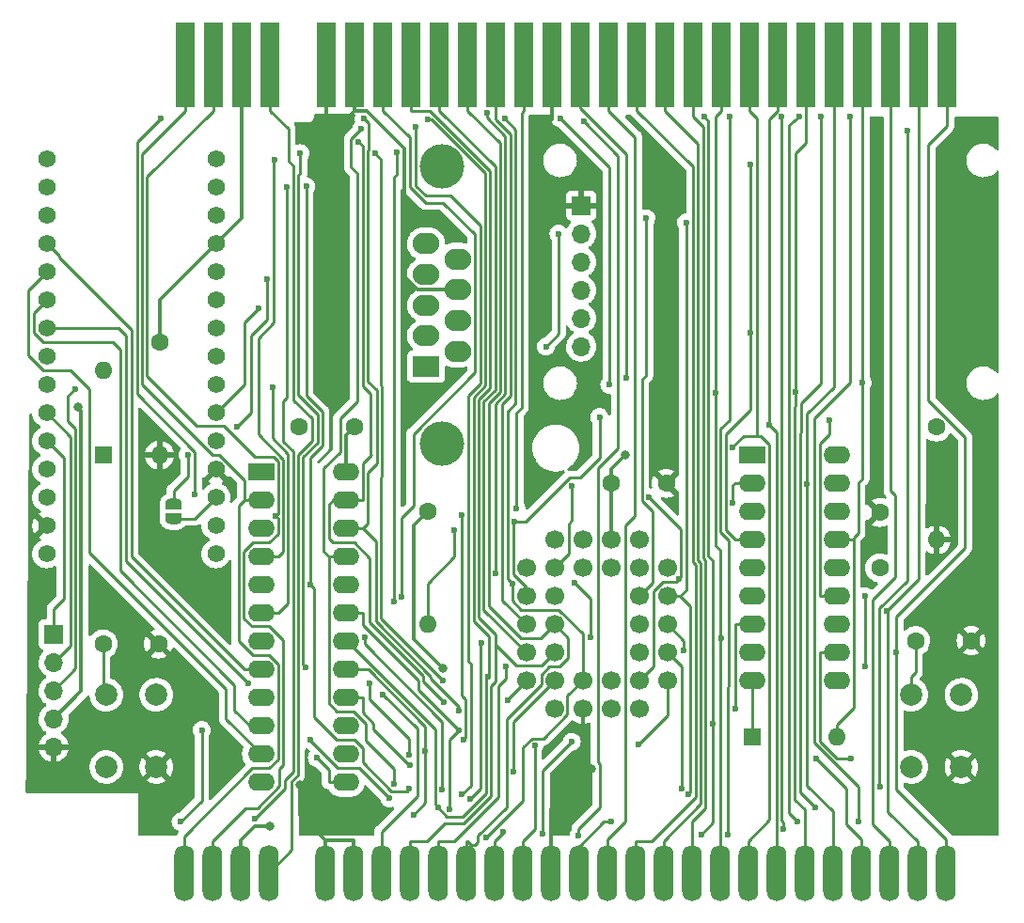
<source format=gbr>
%TF.GenerationSoftware,KiCad,Pcbnew,5.99.0-unknown-52d8b70d3~93~ubuntu20.04.1*%
%TF.CreationDate,2020-11-25T22:41:27+01:00*%
%TF.ProjectId,ZX Dandanator Mini 2.1b,5a582044-616e-4646-916e-61746f72204d,rev?*%
%TF.SameCoordinates,PX6a2f1b0PY2a6a278*%
%TF.FileFunction,Copper,L2,Bot*%
%TF.FilePolarity,Positive*%
%FSLAX46Y46*%
G04 Gerber Fmt 4.6, Leading zero omitted, Abs format (unit mm)*
G04 Created by KiCad (PCBNEW 5.99.0-unknown-52d8b70d3~93~ubuntu20.04.1) date 2020-11-25 22:41:27*
%MOMM*%
%LPD*%
G01*
G04 APERTURE LIST*
%TA.AperFunction,ComponentPad*%
%ADD10C,1.600000*%
%TD*%
%TA.AperFunction,ComponentPad*%
%ADD11R,2.400000X1.600000*%
%TD*%
%TA.AperFunction,ComponentPad*%
%ADD12O,2.400000X1.600000*%
%TD*%
%TA.AperFunction,ComponentPad*%
%ADD13C,1.998980*%
%TD*%
%TA.AperFunction,ComponentPad*%
%ADD14O,1.600000X1.600000*%
%TD*%
%TA.AperFunction,ConnectorPad*%
%ADD15O,1.778000X5.080000*%
%TD*%
%TA.AperFunction,ConnectorPad*%
%ADD16R,1.778000X7.620000*%
%TD*%
%TA.AperFunction,ComponentPad*%
%ADD17C,1.699260*%
%TD*%
%TA.AperFunction,ComponentPad*%
%ADD18R,1.600000X1.600000*%
%TD*%
%TA.AperFunction,ComponentPad*%
%ADD19C,4.000000*%
%TD*%
%TA.AperFunction,ComponentPad*%
%ADD20R,2.400000X1.900000*%
%TD*%
%TA.AperFunction,ComponentPad*%
%ADD21O,2.400000X1.900000*%
%TD*%
%TA.AperFunction,ComponentPad*%
%ADD22R,1.700000X1.700000*%
%TD*%
%TA.AperFunction,ComponentPad*%
%ADD23O,1.700000X1.700000*%
%TD*%
%TA.AperFunction,ComponentPad*%
%ADD24C,1.574800*%
%TD*%
%TA.AperFunction,ViaPad*%
%ADD25C,0.800000*%
%TD*%
%TA.AperFunction,ViaPad*%
%ADD26C,0.600000*%
%TD*%
%TA.AperFunction,Conductor*%
%ADD27C,0.350000*%
%TD*%
%TA.AperFunction,Conductor*%
%ADD28C,0.250000*%
%TD*%
G04 APERTURE END LIST*
D10*
%TO.P,C1,1*%
%TO.N,+5V*%
X77560000Y-49530000D03*
%TO.P,C1,2*%
%TO.N,GND*%
X77560000Y-44530000D03*
%TD*%
%TO.P,C2,1*%
%TO.N,Net-(C2-Pad1)*%
X7620000Y-56381000D03*
%TO.P,C2,2*%
%TO.N,GND*%
X12620000Y-56381000D03*
%TD*%
%TO.P,C3,1*%
%TO.N,Mul-RX*%
X80790000Y-56095000D03*
%TO.P,C3,2*%
%TO.N,GND*%
X85790000Y-56095000D03*
%TD*%
%TO.P,C4,1*%
%TO.N,+5V*%
X53340000Y-41910000D03*
%TO.P,C4,2*%
%TO.N,GND*%
X58340000Y-41910000D03*
%TD*%
%TO.P,C5,1*%
%TO.N,+5V*%
X30226000Y-36830000D03*
%TO.P,C5,2*%
%TO.N,GND*%
X25226000Y-36830000D03*
%TD*%
D11*
%TO.P,U1,1,RA2*%
%TO.N,PA16*%
X66040000Y-39370000D03*
D12*
%TO.P,U1,2,RA3*%
%TO.N,PA17*%
X66040000Y-41910000D03*
%TO.P,U1,3,RA4*%
%TO.N,PA18*%
X66040000Y-44450000D03*
%TO.P,U1,4,RA5/MCLR*%
%TO.N,TOP28*%
X66040000Y-46990000D03*
%TO.P,U1,5,VSS*%
%TO.N,GND*%
X66040000Y-49530000D03*
%TO.P,U1,6,RB0*%
%TO.N,Rom_WR*%
X66040000Y-52070000D03*
%TO.P,U1,7,RB1*%
%TO.N,Net-(C2-Pad1)*%
X66040000Y-54610000D03*
%TO.P,U1,8,RB2*%
%TO.N,Mul-RX*%
X66040000Y-57150000D03*
%TO.P,U1,9,RB3*%
%TO.N,ROMCS48K*%
X66040000Y-59690000D03*
%TO.P,U1,10,RB4*%
%TO.N,OE1_128K*%
X73660000Y-59690000D03*
%TO.P,U1,11,RB5*%
%TO.N,VIDEO{slash}OE2_128K*%
X73660000Y-57150000D03*
%TO.P,U1,12,RB6*%
%TO.N,RESET*%
X73660000Y-54610000D03*
%TO.P,U1,13,RB7*%
%TO.N,NMI*%
X73660000Y-52070000D03*
%TO.P,U1,14,VDD*%
%TO.N,+5V*%
X73660000Y-49530000D03*
%TO.P,U1,15,RA6*%
%TO.N,PT_ROMCS*%
X73660000Y-46990000D03*
%TO.P,U1,16,RA7*%
%TO.N,EP_CE*%
X73660000Y-44450000D03*
%TO.P,U1,17,RA0*%
%TO.N,PA14*%
X73660000Y-41910000D03*
%TO.P,U1,18,RA1*%
%TO.N,PA15*%
X73660000Y-39370000D03*
%TD*%
D13*
%TO.P,SW2,1*%
%TO.N,Mul-RX*%
X80403560Y-60960000D03*
%TO.P,SW2,2*%
%TO.N,GND*%
X84904440Y-67462400D03*
%TO.P,SW2,3*%
%TO.N,N/C*%
X80403560Y-67462400D03*
%TO.P,SW2,4*%
X84904440Y-60960000D03*
%TD*%
D10*
%TO.P,R2,1*%
%TO.N,PT_ROMCS*%
X82654000Y-36830000D03*
D14*
%TO.P,R2,2*%
%TO.N,GND*%
X82654000Y-46990000D03*
%TD*%
D11*
%TO.P,U2,1,A5*%
%TO.N,A5*%
X21844000Y-40894000D03*
D12*
%TO.P,U2,2,A14*%
%TO.N,A14*%
X21844000Y-43434000D03*
%TO.P,U2,3,A15*%
%TO.N,A15*%
X21844000Y-45974000D03*
%TO.P,U2,4,/MREQ*%
%TO.N,MREQ*%
X21844000Y-48514000D03*
%TO.P,U2,5,/IOREQ*%
%TO.N,IOREQ*%
X21844000Y-51054000D03*
%TO.P,U2,6,/RD*%
%TO.N,RD*%
X21844000Y-53594000D03*
%TO.P,U2,7,/WR*%
%TO.N,WR*%
X21844000Y-56134000D03*
%TO.P,U2,8,/J_Left*%
%TO.N,J3-Left*%
X21844000Y-58674000D03*
%TO.P,U2,9,/J_Right*%
%TO.N,J4-Right*%
X21844000Y-61214000D03*
%TO.P,U2,10,/J_Up*%
%TO.N,J1-Up*%
X21844000Y-63754000D03*
%TO.P,U2,11,/J_Down*%
%TO.N,J2-Down*%
X21844000Y-66294000D03*
%TO.P,U2,12,GND*%
%TO.N,GND*%
X21844000Y-68834000D03*
%TO.P,U2,13,/J_Fire*%
%TO.N,J6-Fire*%
X29464000Y-68834000D03*
%TO.P,U2,14,/Rom_RD*%
%TO.N,Rom_RD*%
X29464000Y-66294000D03*
%TO.P,U2,15,/Rom_WR*%
%TO.N,Rom_WR*%
X29464000Y-63754000D03*
%TO.P,U2,16,D7*%
%TO.N,D7*%
X29464000Y-61214000D03*
%TO.P,U2,17,D6*%
%TO.N,D6*%
X29464000Y-58674000D03*
%TO.P,U2,18,D5*%
%TO.N,D5*%
X29464000Y-56134000D03*
%TO.P,U2,19,D4*%
%TO.N,D4*%
X29464000Y-53594000D03*
%TO.P,U2,20,D3*%
%TO.N,D3*%
X29464000Y-51054000D03*
%TO.P,U2,21,D2*%
%TO.N,D2*%
X29464000Y-48514000D03*
%TO.P,U2,22,D1*%
%TO.N,D1*%
X29464000Y-45974000D03*
%TO.P,U2,23,D0*%
%TO.N,D0*%
X29464000Y-43434000D03*
%TO.P,U2,24,VCC*%
%TO.N,+5V*%
X29464000Y-40894000D03*
%TD*%
D15*
%TO.P,J1,A1,A14*%
%TO.N,A14*%
X14907000Y-77000000D03*
%TO.P,J1,A2,A12*%
%TO.N,A12*%
X17447000Y-77000000D03*
%TO.P,J1,A3,+5*%
%TO.N,+5V*%
X19987000Y-77000000D03*
%TO.P,J1,A4,+9*%
%TO.N,+9V*%
X22527000Y-77000000D03*
%TO.P,J1,A6,GND*%
%TO.N,GND*%
X27607000Y-77000000D03*
%TO.P,J1,A7,GND*%
X30147000Y-77000000D03*
%TO.P,J1,A8,CLOCK*%
%TO.N,CLOCK*%
X32687000Y-77000000D03*
%TO.P,J1,A9,A0*%
%TO.N,A0*%
X35227000Y-77000000D03*
%TO.P,J1,A10,A1*%
%TO.N,A1*%
X37767000Y-77000000D03*
%TO.P,J1,A11,A2*%
%TO.N,A2*%
X40307000Y-77000000D03*
%TO.P,J1,A12,A3*%
%TO.N,A3*%
X42847000Y-77000000D03*
%TO.P,J1,A13,IORQGE*%
%TO.N,IOREQGE*%
X45387000Y-77000000D03*
%TO.P,J1,A14,GND*%
%TO.N,GND*%
X47927000Y-77000000D03*
%TO.P,J1,A15,VIDEO*%
%TO.N,VIDEO{slash}OE2_128K*%
X50467000Y-77000000D03*
%TO.P,J1,A16,Y*%
%TO.N,Y*%
X53007000Y-77000000D03*
%TO.P,J1,A17,V*%
%TO.N,V*%
X55547000Y-77000000D03*
%TO.P,J1,A18,U*%
%TO.N,U*%
X58087000Y-77000000D03*
%TO.P,J1,A19,BUSRQ*%
%TO.N,BUSREQ*%
X60627000Y-77000000D03*
%TO.P,J1,A20,RESET*%
%TO.N,RESET*%
X63167000Y-77000000D03*
%TO.P,J1,A21,A7*%
%TO.N,A7*%
X65707000Y-77000000D03*
%TO.P,J1,A22,A6*%
%TO.N,A6*%
X68247000Y-77000000D03*
%TO.P,J1,A23,A5*%
%TO.N,A5*%
X70787000Y-77000000D03*
%TO.P,J1,A24,A4*%
%TO.N,A4*%
X73327000Y-77000000D03*
%TO.P,J1,A25,ROMCS*%
%TO.N,ROMCS48K*%
X75867000Y-77000000D03*
%TO.P,J1,A26,BUSACK*%
%TO.N,BUSACK*%
X78407000Y-77000000D03*
%TO.P,J1,A27,A9*%
%TO.N,A9*%
X80947000Y-77000000D03*
%TO.P,J1,A28,A11*%
%TO.N,A11*%
X83487000Y-77000000D03*
%TD*%
D16*
%TO.P,J2,A1,A14*%
%TO.N,A14*%
X15034000Y-4191000D03*
%TO.P,J2,A2,A12*%
%TO.N,A12*%
X17574000Y-4191000D03*
%TO.P,J2,A3,+5*%
%TO.N,+5V*%
X20114000Y-4191000D03*
%TO.P,J2,A4,+9*%
%TO.N,+9V*%
X22654000Y-4191000D03*
%TO.P,J2,A6,GND*%
%TO.N,GND*%
X27734000Y-4191000D03*
%TO.P,J2,A7,GND*%
X30274000Y-4191000D03*
%TO.P,J2,A8,CLOCK*%
%TO.N,CLOCK*%
X32814000Y-4191000D03*
%TO.P,J2,A9,A0*%
%TO.N,A0*%
X35354000Y-4191000D03*
%TO.P,J2,A10,A1*%
%TO.N,A1*%
X37894000Y-4191000D03*
%TO.P,J2,A11,A2*%
%TO.N,A2*%
X40434000Y-4191000D03*
%TO.P,J2,A12,A3*%
%TO.N,A3*%
X42974000Y-4191000D03*
%TO.P,J2,A13,IORQGE*%
%TO.N,IOREQGE*%
X45514000Y-4191000D03*
%TO.P,J2,A14,GND*%
%TO.N,GND*%
X48054000Y-4191000D03*
%TO.P,J2,A15,VIDEO*%
%TO.N,VIDEO{slash}OE2_128K*%
X50594000Y-4191000D03*
%TO.P,J2,A16,Y*%
%TO.N,Y*%
X53134000Y-4191000D03*
%TO.P,J2,A17,V*%
%TO.N,V*%
X55674000Y-4191000D03*
%TO.P,J2,A18,U*%
%TO.N,U*%
X58214000Y-4191000D03*
%TO.P,J2,A19,BUSRQ*%
%TO.N,BUSREQ*%
X60754000Y-4191000D03*
%TO.P,J2,A20,RESET*%
%TO.N,RESET*%
X63294000Y-4191000D03*
%TO.P,J2,A21,A7*%
%TO.N,A7*%
X65834000Y-4191000D03*
%TO.P,J2,A22,A6*%
%TO.N,A6*%
X68374000Y-4191000D03*
%TO.P,J2,A23,A5*%
%TO.N,A5*%
X70914000Y-4191000D03*
%TO.P,J2,A24,A4*%
%TO.N,A4*%
X73454000Y-4191000D03*
%TO.P,J2,A25,ROMCS*%
%TO.N,PT_ROMCS*%
X75994000Y-4191000D03*
%TO.P,J2,A26,BUSACK*%
%TO.N,BUSACK*%
X78534000Y-4191000D03*
%TO.P,J2,A27,A9*%
%TO.N,A9*%
X81074000Y-4191000D03*
%TO.P,J2,A28,A11*%
%TO.N,A11*%
X83614000Y-4191000D03*
%TD*%
D10*
%TO.P,R1,1*%
%TO.N,+5V*%
X36830000Y-44450000D03*
D14*
%TO.P,R1,2*%
%TO.N,EP_CE*%
X36830000Y-54610000D03*
%TD*%
D13*
%TO.P,SW1,1*%
%TO.N,Net-(C2-Pad1)*%
X7909560Y-60960000D03*
%TO.P,SW1,2*%
%TO.N,GND*%
X12410440Y-67462400D03*
%TO.P,SW1,3*%
%TO.N,N/C*%
X7909560Y-67462400D03*
%TO.P,SW1,4*%
X12410440Y-60960000D03*
%TD*%
D17*
%TO.P,U3,1,A18*%
%TO.N,PA18*%
X53340000Y-49530000D03*
%TO.P,U3,2,A16*%
%TO.N,PA16*%
X50800000Y-46990000D03*
%TO.P,U3,3,A15*%
%TO.N,PA15*%
X50800000Y-49530000D03*
%TO.P,U3,4,A12*%
%TO.N,A12*%
X48260000Y-46990000D03*
%TO.P,U3,5,A7*%
%TO.N,A7*%
X45720000Y-49530000D03*
%TO.P,U3,6,A6*%
%TO.N,A6*%
X48260000Y-49530000D03*
%TO.P,U3,7,A5*%
%TO.N,A5*%
X45720000Y-52070000D03*
%TO.P,U3,8,A4*%
%TO.N,A4*%
X48260000Y-52070000D03*
%TO.P,U3,9,A3*%
%TO.N,A3*%
X45720000Y-54610000D03*
%TO.P,U3,10,A2*%
%TO.N,A2*%
X48260000Y-54610000D03*
%TO.P,U3,11,A1*%
%TO.N,A1*%
X45720000Y-57150000D03*
%TO.P,U3,12,A0*%
%TO.N,A0*%
X48260000Y-57150000D03*
%TO.P,U3,13,DQ0*%
%TO.N,D0*%
X45720000Y-59690000D03*
%TO.P,U3,14,DQ1*%
%TO.N,D1*%
X48260000Y-62230000D03*
%TO.P,U3,15,DQ2*%
%TO.N,D2*%
X48260000Y-59690000D03*
%TO.P,U3,16,VSS*%
%TO.N,GND*%
X50800000Y-62230000D03*
%TO.P,U3,17,DQ3*%
%TO.N,D3*%
X50800000Y-59690000D03*
%TO.P,U3,18,DQ4*%
%TO.N,D4*%
X53340000Y-62230000D03*
%TO.P,U3,19,DQ5*%
%TO.N,D5*%
X53340000Y-59690000D03*
%TO.P,U3,20,DQ6*%
%TO.N,D6*%
X55880000Y-62230000D03*
%TO.P,U3,21,DQ7*%
%TO.N,D7*%
X58420000Y-59690000D03*
%TO.P,U3,22,CE#*%
%TO.N,EP_CE*%
X55880000Y-59690000D03*
%TO.P,U3,23,A10*%
%TO.N,A10*%
X58420000Y-57150000D03*
%TO.P,U3,24,OE#*%
%TO.N,Rom_RD*%
X55880000Y-57150000D03*
%TO.P,U3,25,A11*%
%TO.N,A11*%
X58420000Y-54610000D03*
%TO.P,U3,26,A9*%
%TO.N,A9*%
X55880000Y-54610000D03*
%TO.P,U3,27,A8*%
%TO.N,A8*%
X58420000Y-52070000D03*
%TO.P,U3,28,A13*%
%TO.N,A13*%
X55880000Y-52070000D03*
%TO.P,U3,29,A14*%
%TO.N,PA14*%
X58420000Y-49530000D03*
%TO.P,U3,30,A17*%
%TO.N,PA17*%
X55880000Y-46990000D03*
%TO.P,U3,31,WE#*%
%TO.N,Rom_WR*%
X55880000Y-49530000D03*
%TO.P,U3,32,VCC*%
%TO.N,+5V*%
X53340000Y-46990000D03*
%TD*%
D18*
%TO.P,D1,1,K*%
%TO.N,ROMCS48K*%
X66040000Y-64770000D03*
D14*
%TO.P,D1,2,A*%
%TO.N,PT_ROMCS*%
X73660000Y-64770000D03*
%TD*%
D18*
%TO.P,D2,1,K*%
%TO.N,Net-(A1-Pad27)*%
X7620000Y-39370000D03*
D14*
%TO.P,D2,2,A*%
%TO.N,+5V*%
X7620000Y-31750000D03*
%TD*%
D19*
%TO.P,DB1,0*%
%TO.N,N/C*%
X38123000Y-13360000D03*
X38123000Y-38360000D03*
D20*
%TO.P,DB1,1,1*%
%TO.N,Net-(A1-Pad8)*%
X36703000Y-31400000D03*
D21*
%TO.P,DB1,2,2*%
%TO.N,Net-(A1-Pad7)*%
X36703000Y-28630000D03*
%TO.P,DB1,3,3*%
%TO.N,Net-(A1-Pad6)*%
X36703000Y-25860000D03*
%TO.P,DB1,4,4*%
%TO.N,Net-(A1-Pad5)*%
X36703000Y-23090000D03*
%TO.P,DB1,5,5*%
%TO.N,Net-(A1-Pad24)*%
X36703000Y-20320000D03*
%TO.P,DB1,6,6*%
%TO.N,Net-(A1-Pad9)*%
X39543000Y-30015000D03*
%TO.P,DB1,7,7*%
%TO.N,Net-(A1-Pad11)*%
X39543000Y-27245000D03*
%TO.P,DB1,8,8*%
%TO.N,GND*%
X39543000Y-24475000D03*
%TO.P,DB1,9,9*%
%TO.N,Net-(A1-Pad23)*%
X39543000Y-21705000D03*
%TD*%
D22*
%TO.P,J3,1,Pin_1*%
%TO.N,GND*%
X50673000Y-16891000D03*
D23*
%TO.P,J3,2,Pin_2*%
%TO.N,Net-(A1-Pad27)*%
X50673000Y-19431000D03*
%TO.P,J3,3,Pin_3*%
%TO.N,MISO*%
X50673000Y-21971000D03*
%TO.P,J3,4,Pin_4*%
%TO.N,MOSI*%
X50673000Y-24511000D03*
%TO.P,J3,5,Pin_5*%
%TO.N,SCK*%
X50673000Y-27051000D03*
%TO.P,J3,6,Pin_6*%
%TO.N,CS*%
X50673000Y-29591000D03*
%TD*%
D24*
%TO.P,A1,1,D1/RX*%
%TO.N,J4-Right*%
X17780000Y-48260000D03*
%TO.P,A1,2,D0/TX*%
%TO.N,Mul-RX*%
X17780000Y-45720000D03*
%TO.P,A1,3,RESET*%
%TO.N,Net-(A1-Pad3)*%
X17780000Y-43180000D03*
%TO.P,A1,4,GND*%
%TO.N,GND*%
X17780000Y-40640000D03*
%TO.P,A1,5,D2*%
%TO.N,Net-(A1-Pad5)*%
X17780000Y-38100000D03*
%TO.P,A1,6,D3*%
%TO.N,Net-(A1-Pad6)*%
X17780000Y-35560000D03*
%TO.P,A1,7,D4*%
%TO.N,Net-(A1-Pad7)*%
X17780000Y-33020000D03*
%TO.P,A1,8,D5*%
%TO.N,Net-(A1-Pad8)*%
X17780000Y-30480000D03*
%TO.P,A1,9,D6*%
%TO.N,Net-(A1-Pad9)*%
X17780000Y-27940000D03*
%TO.P,A1,10,D7*%
%TO.N,ArD7*%
X17780000Y-25400000D03*
%TO.P,A1,11,D8*%
%TO.N,Net-(A1-Pad11)*%
X17780000Y-22860000D03*
%TO.P,A1,12,D9*%
%TO.N,+5V*%
X17780000Y-20320000D03*
%TO.P,A1,13,D10*%
%TO.N,CS*%
X17780000Y-17780000D03*
%TO.P,A1,14,D11*%
%TO.N,MOSI*%
X17780000Y-15240000D03*
%TO.P,A1,15,D12*%
%TO.N,MISO*%
X17780000Y-12700000D03*
%TO.P,A1,16,D13*%
%TO.N,SCK*%
X2540000Y-12700000D03*
%TO.P,A1,17,3V3*%
%TO.N,N/C*%
X2540000Y-15240000D03*
%TO.P,A1,18,Aref*%
X2540000Y-17780000D03*
%TO.P,A1,19,AD0/D14*%
%TO.N,J3-Left*%
X2540000Y-20320000D03*
%TO.P,A1,20,AD1/D15*%
%TO.N,J2-Down*%
X2540000Y-22860000D03*
%TO.P,A1,21,AD2/D16*%
%TO.N,J1-Up*%
X2540000Y-25400000D03*
%TO.P,A1,22,AD3/D17*%
%TO.N,J6-Fire*%
X2540000Y-27940000D03*
%TO.P,A1,23,AD4/D18*%
%TO.N,Net-(A1-Pad23)*%
X2540000Y-30480000D03*
%TO.P,A1,24,AD5/D19*%
%TO.N,Net-(A1-Pad24)*%
X2540000Y-33020000D03*
%TO.P,A1,25,AD6*%
%TO.N,Net-(A1-Pad25)*%
X2540000Y-35560000D03*
%TO.P,A1,26,AD7*%
%TO.N,Net-(A1-Pad26)*%
X2540000Y-38100000D03*
%TO.P,A1,27,5V*%
%TO.N,Net-(A1-Pad27)*%
X2540000Y-40640000D03*
%TO.P,A1,28,RESET*%
%TO.N,N/C*%
X2540000Y-43180000D03*
%TO.P,A1,29,GND*%
%TO.N,GND*%
X2540000Y-45720000D03*
%TO.P,A1,30,Vin*%
%TO.N,N/C*%
X2540000Y-48260000D03*
%TD*%
D10*
%TO.P,R3,1*%
%TO.N,+5V*%
X12700000Y-29210000D03*
D14*
%TO.P,R3,2*%
%TO.N,GND*%
X12700000Y-39370000D03*
%TD*%
D22*
%TO.P,J4,1,Pin_1*%
%TO.N,Net-(A1-Pad26)*%
X3175000Y-55499000D03*
D23*
%TO.P,J4,2,Pin_2*%
%TO.N,Net-(A1-Pad25)*%
X3175000Y-58039000D03*
%TO.P,J4,3,Pin_3*%
%TO.N,ArD7*%
X3175000Y-60579000D03*
%TO.P,J4,4,Pin_4*%
%TO.N,Net-(A1-Pad27)*%
X3175000Y-63119000D03*
%TO.P,J4,5,Pin_5*%
%TO.N,GND*%
X3175000Y-65659000D03*
%TD*%
%TA.AperFunction,SMDPad,CuDef*%
%TO.P,JP1,1,A*%
%TO.N,RESET*%
G36*
X13220000Y-44284999D02*
G01*
X13220000Y-43785000D01*
X13224967Y-43785000D01*
X13226432Y-43705059D01*
X13268707Y-43569744D01*
X13347263Y-43451734D01*
X13455782Y-43360514D01*
X13585541Y-43303419D01*
X13720001Y-43285836D01*
X13720001Y-43285000D01*
X14220000Y-43285001D01*
X14220000Y-43285837D01*
X14226109Y-43285038D01*
X14366186Y-43306849D01*
X14494511Y-43367097D01*
X14600769Y-43460941D01*
X14676417Y-43580836D01*
X14715374Y-43717143D01*
X14714959Y-43785000D01*
X14720000Y-43785000D01*
X14719999Y-44285000D01*
X13220000Y-44284999D01*
G37*
%TD.AperFunction*%
%TA.AperFunction,SMDPad,CuDef*%
%TO.P,JP1,2,B*%
%TO.N,Net-(A1-Pad3)*%
G36*
X14714959Y-45085000D02*
G01*
X14714508Y-45158905D01*
X14673889Y-45294726D01*
X14596781Y-45413688D01*
X14489384Y-45506226D01*
X14360332Y-45564903D01*
X14219999Y-45585000D01*
X13720000Y-45584999D01*
X13707784Y-45584850D01*
X13567983Y-45561330D01*
X13440404Y-45499518D01*
X13335300Y-45404383D01*
X13261123Y-45283573D01*
X13223834Y-45146800D01*
X13224967Y-45085000D01*
X13220000Y-45085000D01*
X13220001Y-44585000D01*
X14720000Y-44585001D01*
X14720000Y-45085000D01*
X14714959Y-45085000D01*
G37*
%TD.AperFunction*%
%TD*%
D25*
%TO.N,+5V*%
X38241100Y-58577000D03*
X54610000Y-39370000D03*
X22605300Y-72825400D03*
%TO.N,GND*%
X81280000Y-53975000D03*
D26*
X58547000Y-37465000D03*
D25*
X25313900Y-69074300D03*
D26*
X82550000Y-39370000D03*
D25*
X51585900Y-67607100D03*
X46355000Y-27813000D03*
D26*
X56896000Y-12446000D03*
%TO.N,Net-(C2-Pad1)*%
X33400200Y-70285700D03*
X64545600Y-62236000D03*
X26246300Y-65024000D03*
%TO.N,A11*%
X59894700Y-56987300D03*
X79035400Y-57150000D03*
%TO.N,A9*%
X78194500Y-53410100D03*
%TO.N,ROMCS48K*%
X71840400Y-66675000D03*
%TO.N,A4*%
X71016300Y-41974000D03*
%TO.N,A5*%
X52324000Y-35941000D03*
X69992200Y-33655000D03*
X44692800Y-45387600D03*
%TO.N,A6*%
X67577100Y-36626900D03*
X49784000Y-42164000D03*
%TO.N,A7*%
X64325500Y-38671400D03*
%TO.N,RESET*%
X15240000Y-39370000D03*
X62738000Y-33782000D03*
X63237900Y-55832500D03*
%TO.N,TOP28*%
X65889800Y-13231200D03*
X65889800Y-28321000D03*
%TO.N,A10*%
X80010000Y-10160000D03*
X59714300Y-69401600D03*
X77575900Y-69280900D03*
%TO.N,A8*%
X60319800Y-69950100D03*
X60123000Y-18415000D03*
%TO.N,RFSH*%
X74896700Y-8890000D03*
X75607500Y-72390000D03*
%TO.N,M1*%
X72254500Y-8890000D03*
X71755000Y-71120000D03*
%TO.N,-12V*%
X70130900Y-72390000D03*
X70271900Y-8890000D03*
%TO.N,+12V*%
X68709800Y-8893700D03*
X68891400Y-73025000D03*
%TO.N,-5V*%
X64011100Y-8890000D03*
X63881000Y-73533000D03*
%TO.N,WR*%
X61713300Y-8890000D03*
X62550900Y-63583100D03*
X61468000Y-73533000D03*
X35201300Y-66386600D03*
X31639300Y-59944000D03*
%TO.N,IOREQGE*%
X40084000Y-65023700D03*
X44831000Y-44196000D03*
X39892900Y-44738500D03*
X46487900Y-65523000D03*
%TO.N,A3*%
X41708600Y-56324000D03*
X40639900Y-70372600D03*
X43614900Y-73276300D03*
%TO.N,A1*%
X43850500Y-58420000D03*
%TO.N,CLOCK*%
X34486200Y-52142100D03*
X32836300Y-60938300D03*
%TO.N,A12*%
X23183600Y-44872400D03*
%TO.N,RD*%
X22860000Y-33274000D03*
%TO.N,IOREQ*%
X35178800Y-69410500D03*
X26271300Y-51054000D03*
X25917100Y-15161500D03*
%TO.N,MREQ*%
X23035900Y-12771100D03*
X38139000Y-69527900D03*
X31165900Y-55811900D03*
%TO.N,HALT*%
X50895400Y-9337100D03*
X50419000Y-73660000D03*
%TO.N,NMI*%
X76200000Y-58420000D03*
X48766500Y-9022900D03*
X47227000Y-73512700D03*
X53213000Y-33020000D03*
X76200000Y-52070000D03*
X73025000Y-36195000D03*
X49814500Y-65192300D03*
%TO.N,INT*%
X39927300Y-69923400D03*
X35787600Y-9799500D03*
%TO.N,D4*%
X42164500Y-8518600D03*
X42967200Y-50006600D03*
X38801400Y-71259300D03*
X39633700Y-64185200D03*
%TO.N,D3*%
X42073500Y-73850900D03*
X43793600Y-9084300D03*
X44504000Y-50969200D03*
%TO.N,D5*%
X37767000Y-71120000D03*
X42316900Y-59309000D03*
X36887700Y-9104800D03*
%TO.N,D6*%
X33778200Y-52583800D03*
X35560000Y-71755000D03*
X34080000Y-12097800D03*
X36613000Y-66057000D03*
%TO.N,D2*%
X44563900Y-67926000D03*
X30860400Y-9982400D03*
X33797600Y-68963600D03*
%TO.N,D1*%
X39633700Y-62342800D03*
X31078400Y-9053800D03*
%TO.N,D0*%
X44057200Y-61466800D03*
X38311400Y-61622600D03*
X30610300Y-11153600D03*
%TO.N,OE1_128K*%
X38191800Y-59694000D03*
X32091200Y-12208400D03*
%TO.N,D7*%
X25378500Y-12181600D03*
X25851400Y-58488500D03*
X55856800Y-65394500D03*
X35256100Y-67262400D03*
%TO.N,A13*%
X21273700Y-72110000D03*
X56515000Y-18034000D03*
X24130000Y-15240000D03*
%TO.N,A15*%
X15875000Y-42926000D03*
X16510000Y-64135000D03*
X12827000Y-9017000D03*
X14605000Y-72390000D03*
%TO.N,EP_CE*%
X39245800Y-46130600D03*
X56769000Y-43180000D03*
X59473300Y-50559000D03*
%TO.N,PA17*%
X64325400Y-43714100D03*
%TO.N,PT_ROMCS*%
X75994000Y-32814000D03*
%TO.N,J6-Fire*%
X26873800Y-66642600D03*
X20661300Y-59926700D03*
%TO.N,Net-(A1-Pad6)*%
X21590000Y-26145200D03*
%TO.N,Net-(A1-Pad5)*%
X19685000Y-36830000D03*
X22385200Y-23495000D03*
%TO.N,Mul-RX*%
X50096900Y-50876700D03*
X51506300Y-55799800D03*
%TO.N,VIDEO{slash}OE2_128K*%
X74930000Y-66675000D03*
X54737000Y-32385000D03*
X53340000Y-72364900D03*
%TO.N,ArD7*%
X5080000Y-33401000D03*
D25*
%TO.N,Net-(A1-Pad27)*%
X5334000Y-35052000D03*
D26*
X48641000Y-19431000D03*
X47498000Y-29591000D03*
%TD*%
D27*
%TO.N,+5V*%
X35594100Y-45685900D02*
X35594100Y-55930000D01*
X20114000Y-4191000D02*
X20114000Y-17986000D01*
X17780000Y-20320000D02*
X20114000Y-17986000D01*
X53340000Y-40640000D02*
X54610000Y-39370000D01*
X21246300Y-72825400D02*
X22605300Y-72825400D01*
X36830000Y-44450000D02*
X35594100Y-45685900D01*
X29464000Y-37592000D02*
X29464000Y-40894000D01*
X30226000Y-36830000D02*
X29464000Y-37592000D01*
X19987000Y-77000000D02*
X19987000Y-74084700D01*
X53340000Y-41910000D02*
X53340000Y-46990000D01*
X19987000Y-74084700D02*
X21246300Y-72825400D01*
X53340000Y-41910000D02*
X53340000Y-40640000D01*
X12700000Y-25400000D02*
X17780000Y-20320000D01*
X35594100Y-55930000D02*
X38241100Y-58577000D01*
X12700000Y-29210000D02*
X12700000Y-25400000D01*
%TO.N,GND*%
X83670000Y-53975000D02*
X81280000Y-53975000D01*
X27734000Y-4191000D02*
X27734000Y-8684000D01*
X27607000Y-77000000D02*
X27607000Y-74084700D01*
X50800000Y-66821200D02*
X51585900Y-67607100D01*
X83290000Y-60220000D02*
X83290000Y-62970000D01*
X10120000Y-65171960D02*
X10120000Y-63460000D01*
X51585900Y-67607100D02*
X47927000Y-71266000D01*
X83290000Y-60220000D02*
X83290000Y-58595000D01*
X39543000Y-24475000D02*
X35932100Y-24475000D01*
X28850150Y-9800150D02*
X30274000Y-8376300D01*
X30147000Y-74084700D02*
X27607000Y-74084700D01*
X83290000Y-58595000D02*
X85790000Y-56095000D01*
X35932100Y-24475000D02*
X34755300Y-23298200D01*
X46355000Y-10795000D02*
X48054000Y-9096000D01*
X25313900Y-71791600D02*
X25313900Y-69074300D01*
X34755300Y-23298200D02*
X34755300Y-11750100D01*
X30147000Y-77000000D02*
X30147000Y-74084700D01*
X30274000Y-4191000D02*
X30274000Y-8376300D01*
X46355000Y-19050000D02*
X46355000Y-16510000D01*
X47927000Y-71266000D02*
X47927000Y-77000000D01*
X31381500Y-8376300D02*
X30274000Y-8376300D01*
X10120000Y-56381000D02*
X10120000Y-56475000D01*
X12410440Y-67462400D02*
X10120000Y-65171960D01*
X27607000Y-74084700D02*
X25313900Y-71791600D01*
X46355000Y-27813000D02*
X46355000Y-19050000D01*
X48054000Y-9096000D02*
X48054000Y-4191000D01*
X46736000Y-16891000D02*
X46355000Y-16510000D01*
X46355000Y-16510000D02*
X46355000Y-10795000D01*
X83290000Y-65847960D02*
X83290000Y-62970000D01*
X27734000Y-8684000D02*
X28850150Y-9800150D01*
X84904440Y-67462400D02*
X83290000Y-65847960D01*
X10120000Y-56475000D02*
X11430000Y-57785000D01*
X85790000Y-56095000D02*
X83670000Y-53975000D01*
X34755300Y-11750100D02*
X31381500Y-8376300D01*
X10120000Y-59730000D02*
X10120000Y-63460000D01*
X50673000Y-16891000D02*
X46736000Y-16891000D01*
X11430000Y-57785000D02*
X11430000Y-58420000D01*
X11430000Y-58420000D02*
X10120000Y-59730000D01*
X50800000Y-62230000D02*
X50800000Y-66821200D01*
D28*
%TO.N,Net-(C2-Pad1)*%
X28698500Y-67564000D02*
X30678500Y-67564000D01*
X26246300Y-65111800D02*
X28698500Y-67564000D01*
X26246300Y-65024000D02*
X26246300Y-65111800D01*
X7620000Y-56381000D02*
X7620000Y-60670440D01*
X30678500Y-67564000D02*
X33400200Y-70285700D01*
X64514700Y-62205100D02*
X64545600Y-62236000D01*
X64514700Y-54610000D02*
X64514700Y-62205100D01*
X66040000Y-54610000D02*
X64514700Y-54610000D01*
%TO.N,A11*%
X59894700Y-56084700D02*
X59894700Y-56987300D01*
X85217900Y-37728898D02*
X85217900Y-47752900D01*
X81915000Y-34425998D02*
X85217900Y-37728898D01*
X83614000Y-4191000D02*
X83614000Y-9731000D01*
X83487000Y-73962000D02*
X79035400Y-69510400D01*
X79035400Y-53935400D02*
X85217900Y-47752900D01*
X81915000Y-11430000D02*
X81915000Y-34425998D01*
X83487000Y-77000000D02*
X83487000Y-73962000D01*
X58420000Y-54610000D02*
X59894700Y-56084700D01*
X83614000Y-9731000D02*
X81915000Y-11430000D01*
X79035400Y-57150000D02*
X79035400Y-69510400D01*
X79035400Y-57150000D02*
X79035400Y-53935400D01*
%TO.N,A9*%
X78306500Y-53522100D02*
X78194500Y-53410100D01*
X81074000Y-43609000D02*
X81042300Y-43640700D01*
X80947000Y-77000000D02*
X80947000Y-74134700D01*
X81074000Y-4191000D02*
X81074000Y-43609000D01*
X81042300Y-50562300D02*
X78194500Y-53410100D01*
X80947000Y-74134700D02*
X78306500Y-71494200D01*
X78306500Y-71494200D02*
X78306500Y-53522100D01*
X81042300Y-43640700D02*
X81042300Y-50562300D01*
%TO.N,BUSACK*%
X78924800Y-50361500D02*
X78924800Y-42995200D01*
X78534000Y-42604400D02*
X78924800Y-42995200D01*
X78534000Y-4191000D02*
X78534000Y-42604400D01*
X78924800Y-50361500D02*
X76915600Y-52370700D01*
X78407000Y-77000000D02*
X78407000Y-74134700D01*
X76915600Y-72643300D02*
X78407000Y-74134700D01*
X76915600Y-52370700D02*
X76915600Y-72643300D01*
%TO.N,ROMCS48K*%
X75867000Y-73962000D02*
X75867000Y-77000000D01*
X66040000Y-64770000D02*
X66040000Y-59690000D01*
X71840400Y-66675000D02*
X74541400Y-69376000D01*
X74541400Y-69376000D02*
X74541400Y-72636400D01*
X74541400Y-72636400D02*
X75867000Y-73962000D01*
%TO.N,A4*%
X71016300Y-69161600D02*
X73326900Y-71472200D01*
X71016300Y-41974000D02*
X71016300Y-69161600D01*
X73327000Y-77000000D02*
X73327000Y-74134700D01*
X71016300Y-41974000D02*
X71016300Y-35663700D01*
X71016300Y-35663700D02*
X73454000Y-33226000D01*
X73326900Y-71472200D02*
X73326900Y-74134700D01*
X73454000Y-4191000D02*
X73454000Y-33226000D01*
X73326900Y-74134700D02*
X73327000Y-74134700D01*
%TO.N,A5*%
X70787000Y-71281200D02*
X70787000Y-77000000D01*
X45720000Y-51299900D02*
X44524900Y-50104800D01*
X45720000Y-52070000D02*
X45720000Y-51299900D01*
X69920400Y-70414600D02*
X69920400Y-34995400D01*
X70914000Y-11224000D02*
X70914000Y-4191000D01*
X69992200Y-33655000D02*
X69992200Y-34923600D01*
X52324000Y-39624000D02*
X52324000Y-35941000D01*
X44524900Y-45555500D02*
X44692800Y-45387600D01*
X49620998Y-41402000D02*
X50546000Y-41402000D01*
X49575499Y-41447499D02*
X49620998Y-41402000D01*
X69992200Y-12145800D02*
X70914000Y-11224000D01*
X45635398Y-45387600D02*
X44692800Y-45387600D01*
X69992200Y-33655000D02*
X69992200Y-12145800D01*
X44524900Y-50104800D02*
X44524900Y-45555500D01*
X49575499Y-41447499D02*
X45635398Y-45387600D01*
X69920400Y-70414600D02*
X70787000Y-71281200D01*
X69992200Y-34923600D02*
X69920400Y-34995400D01*
X50546000Y-41402000D02*
X52324000Y-39624000D01*
%TO.N,A6*%
X67577100Y-36626900D02*
X68247000Y-37296800D01*
X68374000Y-4191000D02*
X68374000Y-8326300D01*
X49784000Y-42164000D02*
X49784000Y-45212000D01*
X49530000Y-45593000D02*
X49530000Y-48260000D01*
X68247000Y-77000000D02*
X68247000Y-37296800D01*
X49530000Y-48260000D02*
X48260000Y-49530000D01*
X68374000Y-8326300D02*
X67577100Y-9123200D01*
X49784000Y-45212000D02*
X49530000Y-45593000D01*
X67577100Y-9123200D02*
X67577100Y-36626900D01*
%TO.N,A7*%
X67614900Y-38411800D02*
X67614900Y-72226800D01*
X66515100Y-37667200D02*
X66870300Y-37667200D01*
X66515100Y-37667200D02*
X66515100Y-9007400D01*
X67614900Y-72226800D02*
X65707000Y-74134700D01*
X65834000Y-4191000D02*
X65834000Y-8326300D01*
X64325500Y-38624400D02*
X64325500Y-38671400D01*
X65707000Y-77000000D02*
X65707000Y-74134700D01*
X66515100Y-37667200D02*
X65282700Y-37667200D01*
X65282700Y-37667200D02*
X64325500Y-38624400D01*
X66515100Y-9007400D02*
X65834000Y-8326300D01*
X66870300Y-37667200D02*
X67614900Y-38411800D01*
%TO.N,RESET*%
X63227400Y-76939600D02*
X63227400Y-55832500D01*
X62764900Y-47487900D02*
X63227400Y-47950400D01*
X62764900Y-35934400D02*
X62738000Y-33782000D01*
X13970000Y-42545000D02*
X15240000Y-41275000D01*
X15240000Y-41275000D02*
X15240000Y-39370000D01*
X63294000Y-8326300D02*
X62764900Y-8855400D01*
X63227400Y-47950400D02*
X63227400Y-55832500D01*
X62764900Y-35934400D02*
X62764900Y-47487900D01*
X63227400Y-55832500D02*
X63237900Y-55832500D01*
X13970000Y-43785000D02*
X13970000Y-42545000D01*
X63294000Y-4191000D02*
X63294000Y-8326300D01*
X62764900Y-8855400D02*
X62764900Y-35934400D01*
%TO.N,BUSREQ*%
X61648900Y-9772400D02*
X61648900Y-35475300D01*
X61635400Y-35488800D02*
X61635400Y-48635700D01*
X60754000Y-4191000D02*
X60754000Y-8877500D01*
X60754000Y-8877500D02*
X61648900Y-9772400D01*
X61635400Y-48635700D02*
X61875400Y-48875700D01*
X60627000Y-77000000D02*
X60627000Y-72417400D01*
X61648900Y-35475300D02*
X61635400Y-35488800D01*
X61875400Y-48875700D02*
X61875400Y-71169000D01*
X61875400Y-71169000D02*
X60627000Y-72417400D01*
%TO.N,TOP28*%
X63685700Y-46161000D02*
X64514700Y-46990000D01*
X65889800Y-28321000D02*
X65889800Y-35302900D01*
X64514700Y-46990000D02*
X66040000Y-46990000D01*
X65889800Y-28321000D02*
X65889800Y-13231200D01*
X63685700Y-37507000D02*
X63685700Y-46161000D01*
X65889800Y-35302900D02*
X63685700Y-37507000D01*
%TO.N,A10*%
X77523600Y-53192900D02*
X80010000Y-50706500D01*
X77523600Y-53192900D02*
X77523600Y-69228600D01*
X59714200Y-58444200D02*
X59714200Y-69401600D01*
X59714200Y-69401600D02*
X59714300Y-69401600D01*
X58420000Y-57150000D02*
X59714200Y-58444200D01*
X77523600Y-69228600D02*
X77575900Y-69280900D01*
X80010000Y-10160000D02*
X80010000Y-50706500D01*
%TO.N,A8*%
X59594800Y-52070000D02*
X58420000Y-52070000D01*
X60524500Y-52999700D02*
X60524500Y-69745400D01*
X60524500Y-69745400D02*
X60319800Y-69950100D01*
X60123000Y-51541800D02*
X59594800Y-52070000D01*
X60123000Y-18415000D02*
X60123000Y-51541800D01*
X59594800Y-52070000D02*
X60524500Y-52999700D01*
%TO.N,RFSH*%
X75607500Y-72390000D02*
X75607500Y-69257500D01*
X74896700Y-32826500D02*
X74896700Y-8890000D01*
X74896700Y-32826500D02*
X71641600Y-36081600D01*
X75607500Y-69257500D02*
X71641600Y-65291600D01*
X71641600Y-65291600D02*
X71641600Y-36081600D01*
%TO.N,M1*%
X70391000Y-69756000D02*
X70391000Y-37371000D01*
X72254500Y-32884500D02*
X72254500Y-8890000D01*
X70442210Y-34696790D02*
X72254500Y-32884500D01*
X71755000Y-71120000D02*
X70391000Y-69756000D01*
X70442210Y-37319790D02*
X70442210Y-34696790D01*
X70391000Y-37371000D02*
X70442210Y-37319790D01*
%TO.N,-12V*%
X69335100Y-71594200D02*
X69335100Y-9656200D01*
X69335100Y-9656200D02*
X70271900Y-8890000D01*
X70130900Y-72390000D02*
X69335100Y-71594200D01*
%TO.N,+12V*%
X68891400Y-72441800D02*
X68709800Y-72260200D01*
X68891400Y-73025000D02*
X68891400Y-72441800D01*
X68709800Y-72260200D02*
X68709800Y-8893700D01*
%TO.N,-5V*%
X63881000Y-73533000D02*
X63918900Y-47031100D01*
X63215300Y-46327500D02*
X63215300Y-37022200D01*
X63215300Y-37022200D02*
X64011100Y-36226400D01*
X63918900Y-47031100D02*
X63215300Y-46327500D01*
X64011100Y-36226400D02*
X64011100Y-8890000D01*
%TO.N,WR*%
X62550900Y-72450100D02*
X62550900Y-48914300D01*
X62085700Y-48449100D02*
X62550900Y-48914300D01*
X62099200Y-35661900D02*
X62085700Y-35675400D01*
X61713300Y-8890000D02*
X62099200Y-9275900D01*
X62099200Y-9275900D02*
X62099200Y-35661900D01*
X31639300Y-59944000D02*
X31639300Y-61356000D01*
X62085700Y-35675400D02*
X62085700Y-48449100D01*
X31639300Y-61356000D02*
X35201300Y-64918000D01*
X35201300Y-64918000D02*
X35201300Y-66386600D01*
X62550900Y-72450100D02*
X61468000Y-73533000D01*
%TO.N,U*%
X61198600Y-35288700D02*
X61185100Y-35302200D01*
X58214000Y-4191000D02*
X58214000Y-8326300D01*
X61425100Y-49062300D02*
X61425100Y-70796600D01*
X61185100Y-35302200D02*
X61185100Y-48822300D01*
X61185100Y-48822300D02*
X61425100Y-49062300D01*
X58214000Y-8326300D02*
X61198600Y-11310900D01*
X61425100Y-70796600D02*
X58087000Y-74134700D01*
X58087000Y-77000000D02*
X58087000Y-74134700D01*
X61198600Y-11310900D02*
X61198600Y-35288700D01*
%TO.N,V*%
X60696700Y-35153700D02*
X60696700Y-48970800D01*
X55674000Y-8326300D02*
X60748300Y-13400600D01*
X60748300Y-35102100D02*
X60696700Y-35153700D01*
X60974800Y-49248900D02*
X60974800Y-70195000D01*
X57035100Y-74134700D02*
X55547000Y-74134700D01*
X55547000Y-77000000D02*
X55547000Y-74134700D01*
X55674000Y-4191000D02*
X55674000Y-8326300D01*
X60974800Y-70195000D02*
X57035100Y-74134700D01*
X60748300Y-13400600D02*
X60748300Y-35102100D01*
X60696700Y-48970800D02*
X60974800Y-49248900D01*
%TO.N,Y*%
X53007000Y-73993000D02*
X53007000Y-77000000D01*
X53134000Y-8326300D02*
X55508999Y-10701299D01*
X54610000Y-72390000D02*
X53007000Y-73993000D01*
X55508999Y-10701299D02*
X55508999Y-44821001D01*
X54610000Y-45720000D02*
X55508999Y-44821001D01*
X53134000Y-4191000D02*
X53134000Y-8326300D01*
X54610000Y-72390000D02*
X54610000Y-45720000D01*
%TO.N,IOREQGE*%
X45297500Y-8542800D02*
X45514000Y-8326300D01*
X45297500Y-35093500D02*
X45297500Y-8542800D01*
X46487900Y-73033800D02*
X46487900Y-65523000D01*
X40259100Y-64848600D02*
X40084000Y-65023700D01*
X45387000Y-74134700D02*
X46487900Y-73033800D01*
X45387000Y-77000000D02*
X45387000Y-74134700D01*
X45514000Y-8326300D02*
X45514000Y-4191000D01*
X44831000Y-44196000D02*
X44831000Y-35560000D01*
X44831000Y-35560000D02*
X45297500Y-35093500D01*
X39892900Y-61029600D02*
X40259100Y-61395800D01*
X40259100Y-61395800D02*
X40259100Y-64848600D01*
X39892900Y-44738500D02*
X39892900Y-61029600D01*
%TO.N,A3*%
X43592600Y-34756400D02*
X43592600Y-52482600D01*
X43614900Y-73276300D02*
X43614900Y-73366800D01*
X42847000Y-77000000D02*
X42847000Y-74134700D01*
X42974000Y-4191000D02*
X42974000Y-9149000D01*
X43614900Y-73366800D02*
X42847000Y-74134700D01*
X42974000Y-9149000D02*
X44288300Y-10463300D01*
X43592600Y-34756400D02*
X44288300Y-34060700D01*
X41708600Y-56324000D02*
X41630700Y-56401900D01*
X44288300Y-10463300D02*
X44288300Y-34060700D01*
X41630700Y-69381800D02*
X40639900Y-70372600D01*
X43592600Y-52482600D02*
X45720000Y-54610000D01*
X41630700Y-56401900D02*
X41630700Y-69381800D01*
%TO.N,A2*%
X40307000Y-77000000D02*
X40307000Y-74134700D01*
X47820800Y-58420000D02*
X47085000Y-59155800D01*
X48260000Y-54610000D02*
X49495000Y-55845000D01*
X41384500Y-73655300D02*
X41384500Y-74237100D01*
X43938400Y-63149400D02*
X43938400Y-71101400D01*
X47085000Y-60002800D02*
X43938400Y-63149400D01*
X40434000Y-4191000D02*
X40434000Y-8326300D01*
X40747600Y-74500800D02*
X40381500Y-74134700D01*
X43938400Y-71101400D02*
X41384500Y-73655300D01*
X48725800Y-58420000D02*
X47820800Y-58420000D01*
X41120800Y-74500800D02*
X40747600Y-74500800D01*
X47041200Y-55828800D02*
X47847600Y-55022400D01*
X42341900Y-52949400D02*
X45221300Y-55828800D01*
X41384500Y-74237100D02*
X41120800Y-74500800D01*
X47085000Y-59155800D02*
X47085000Y-60002800D01*
X49495000Y-57650800D02*
X48725800Y-58420000D01*
X40381500Y-74134700D02*
X40307000Y-74134700D01*
X40434000Y-8326300D02*
X43387700Y-11280000D01*
X43387700Y-11280000D02*
X43387700Y-33687500D01*
X42341900Y-34733300D02*
X42341900Y-52949400D01*
X45221300Y-55828800D02*
X47041200Y-55828800D01*
X49495000Y-55845000D02*
X49495000Y-57650800D01*
X43387700Y-33687500D02*
X42341900Y-34733300D01*
%TO.N,A1*%
X43206700Y-70151900D02*
X39223900Y-74134700D01*
X37894000Y-8326300D02*
X42937400Y-13369700D01*
X41891600Y-53321600D02*
X45720000Y-57150000D01*
X43206700Y-60162300D02*
X43206700Y-70151900D01*
X39223900Y-74134700D02*
X37767000Y-74134700D01*
X41891600Y-34546700D02*
X41891600Y-53321600D01*
X42937400Y-33500900D02*
X41891600Y-34546700D01*
X37894000Y-4191000D02*
X37894000Y-8326300D01*
X43850500Y-58420000D02*
X43850500Y-59518500D01*
X37767000Y-74134700D02*
X37767000Y-77000000D01*
X43850500Y-59518500D02*
X43206700Y-60162300D01*
X42937400Y-13369700D02*
X42937400Y-33500900D01*
%TO.N,A0*%
X42531300Y-70108400D02*
X40096900Y-72542800D01*
X35227000Y-77000000D02*
X35227000Y-74134700D01*
X42962300Y-56496600D02*
X42944400Y-56496600D01*
X42531300Y-60200800D02*
X42531300Y-70108400D01*
X36773300Y-74134700D02*
X35227000Y-74134700D01*
X42487100Y-13760000D02*
X42487100Y-33314300D01*
X37053400Y-8326300D02*
X42487100Y-13760000D01*
X35354000Y-8326300D02*
X37053400Y-8326300D01*
X47082500Y-58327500D02*
X48260000Y-57150000D01*
X42944400Y-59787700D02*
X42944400Y-55517400D01*
X42487100Y-33314300D02*
X41441300Y-34360100D01*
X44793200Y-58327500D02*
X47082500Y-58327500D01*
X42944400Y-59787700D02*
X42531300Y-60200800D01*
X41441300Y-34360100D02*
X41441300Y-54014300D01*
X38365200Y-72542800D02*
X36773300Y-74134700D01*
X40096900Y-72542800D02*
X38365200Y-72542800D01*
X42962300Y-56496600D02*
X44793200Y-58327500D01*
X35354000Y-4191000D02*
X35354000Y-8326300D01*
X41441300Y-54014300D02*
X42944400Y-55517400D01*
%TO.N,CLOCK*%
X36676800Y-16663200D02*
X38253200Y-16663200D01*
X35560000Y-37465000D02*
X35560000Y-43953400D01*
X35893900Y-70064600D02*
X32687000Y-73271500D01*
X41078500Y-31946500D02*
X41078500Y-19488500D01*
X38253200Y-16663200D02*
X41078500Y-19488500D01*
X35893900Y-63995900D02*
X35893900Y-70064600D01*
X32814000Y-4191000D02*
X32814000Y-8326300D01*
X34486200Y-52142100D02*
X34486200Y-45027200D01*
X32687000Y-73271500D02*
X32687000Y-77000000D01*
X35255600Y-10767900D02*
X32814000Y-8326300D01*
X36676800Y-16663200D02*
X35255600Y-15242000D01*
X41078500Y-31946500D02*
X35560000Y-37465000D01*
X35560000Y-43953400D02*
X34486200Y-45027200D01*
X32836300Y-60938300D02*
X35893900Y-63995900D01*
X35255600Y-15242000D02*
X35255600Y-10767900D01*
%TO.N,+9V*%
X25170600Y-39345400D02*
X25170600Y-68191900D01*
X24763900Y-13333900D02*
X24313600Y-12883600D01*
X22654000Y-4191000D02*
X22654000Y-8326300D01*
X22654000Y-8326300D02*
X24313600Y-9985900D01*
X26416000Y-36068000D02*
X24763900Y-34415900D01*
X24588600Y-68773900D02*
X24588600Y-74938400D01*
X24313600Y-9985900D02*
X24313600Y-12883600D01*
X26416000Y-38100000D02*
X26416000Y-36068000D01*
X25170600Y-68191900D02*
X24588600Y-68773900D01*
X25170600Y-39345400D02*
X26416000Y-38100000D01*
X24588600Y-74938400D02*
X22527000Y-77000000D01*
X24763900Y-34415900D02*
X24763900Y-13333900D01*
%TO.N,A12*%
X20408900Y-71172800D02*
X17447000Y-74134700D01*
X23183600Y-44872400D02*
X23369300Y-45058100D01*
X21274600Y-39551700D02*
X22992400Y-39551700D01*
X21503200Y-71172800D02*
X20408900Y-71172800D01*
X20989100Y-54790100D02*
X22576100Y-54790100D01*
X23858600Y-56072600D02*
X23858600Y-67300000D01*
X22576100Y-54790100D02*
X23858600Y-56072600D01*
X18449100Y-36726200D02*
X21274600Y-39551700D01*
X20304700Y-54105700D02*
X20989100Y-54790100D01*
X17574000Y-8326300D02*
X11573900Y-14326400D01*
X21120800Y-47244000D02*
X20304700Y-48060100D01*
X22992400Y-39551700D02*
X23369300Y-39928600D01*
X22575300Y-47244000D02*
X21120800Y-47244000D01*
X11573900Y-14326400D02*
X11573900Y-32250900D01*
X23369300Y-39928600D02*
X23369300Y-44686700D01*
X23520700Y-67637900D02*
X23520700Y-69155300D01*
X23369300Y-44686700D02*
X23183600Y-44872400D01*
X23369300Y-45058100D02*
X23369300Y-46450000D01*
X23858600Y-67300000D02*
X23520700Y-67637900D01*
X17574000Y-4191000D02*
X17574000Y-8326300D01*
X16049200Y-36726200D02*
X18449100Y-36726200D01*
X11573900Y-32250900D02*
X16049200Y-36726200D01*
X17447000Y-77000000D02*
X17447000Y-74134700D01*
X23369300Y-46450000D02*
X22575300Y-47244000D01*
X20304700Y-48060100D02*
X20304700Y-54105700D01*
X23520700Y-69155300D02*
X21503200Y-71172800D01*
%TO.N,A14*%
X18083800Y-39370000D02*
X20318700Y-41604900D01*
X23390200Y-58199200D02*
X22595000Y-57404000D01*
X20318700Y-41604900D02*
X20318700Y-43434000D01*
X11123500Y-33039000D02*
X17454500Y-39370000D01*
X21844000Y-43434000D02*
X20318700Y-43434000D01*
X15034000Y-8326300D02*
X15034000Y-4191000D01*
X11123500Y-12236800D02*
X11123500Y-33039000D01*
X22595000Y-57404000D02*
X21106000Y-57404000D01*
X22576600Y-67564000D02*
X23390200Y-66750400D01*
X14907000Y-77000000D02*
X14907000Y-73719800D01*
X14907000Y-73719800D02*
X21062800Y-67564000D01*
X23390200Y-66750400D02*
X23390200Y-58199200D01*
X19803700Y-56101700D02*
X19803700Y-43949000D01*
X21062800Y-67564000D02*
X22576600Y-67564000D01*
X21106000Y-57404000D02*
X19803700Y-56101700D01*
X15034000Y-8326300D02*
X11123500Y-12236800D01*
X19803700Y-43949000D02*
X20318700Y-43434000D01*
X17454500Y-39370000D02*
X18083800Y-39370000D01*
%TO.N,RD*%
X22860000Y-37833400D02*
X24270000Y-39243400D01*
X24270000Y-39243400D02*
X24270000Y-52693300D01*
X23369300Y-53594000D02*
X21844000Y-53594000D01*
X24270000Y-52693300D02*
X23369300Y-53594000D01*
X22860000Y-33274000D02*
X22860000Y-37833400D01*
%TO.N,IOREQ*%
X26271300Y-51054000D02*
X26620500Y-51403200D01*
X26620500Y-62973000D02*
X28671500Y-65024000D01*
X25917100Y-34043690D02*
X27374010Y-35500600D01*
X30989400Y-65790700D02*
X30989400Y-67080200D01*
X30989400Y-67080200D02*
X33534400Y-69625200D01*
X26271300Y-39641700D02*
X27374010Y-38538990D01*
X25917100Y-15161500D02*
X25917100Y-34043690D01*
X34964100Y-69625200D02*
X35178800Y-69410500D01*
X27374010Y-35500600D02*
X27374010Y-38538990D01*
X33534400Y-69625200D02*
X34964100Y-69625200D01*
X28671500Y-65024000D02*
X30222700Y-65024000D01*
X26271300Y-51054000D02*
X26271300Y-39641700D01*
X26620500Y-51403200D02*
X26620500Y-62973000D01*
X30222700Y-65024000D02*
X30989400Y-65790700D01*
%TO.N,MREQ*%
X23819600Y-48063700D02*
X23819600Y-39742490D01*
X31165900Y-55811900D02*
X31165900Y-56387700D01*
X23013000Y-27458000D02*
X23013000Y-12794000D01*
X21591410Y-37514300D02*
X23819600Y-39742490D01*
X21591410Y-37514300D02*
X21591410Y-28879590D01*
X31165900Y-56387700D02*
X38139000Y-63360800D01*
X23369300Y-48514000D02*
X23819600Y-48063700D01*
X21844000Y-48514000D02*
X23369300Y-48514000D01*
X21591410Y-28879590D02*
X23013000Y-27458000D01*
X23013000Y-12794000D02*
X23035900Y-12771100D01*
X38139000Y-63360800D02*
X38139000Y-69527900D01*
%TO.N,HALT*%
X52164800Y-40545200D02*
X53975000Y-38735000D01*
X53975000Y-38735000D02*
X53975000Y-12416700D01*
X52324600Y-67214800D02*
X52164800Y-67055000D01*
X52164800Y-67055000D02*
X52164800Y-40545200D01*
X50419000Y-73660000D02*
X50419000Y-73025000D01*
X50895400Y-9337100D02*
X53975000Y-12416700D01*
X52324600Y-71119400D02*
X52324600Y-67214800D01*
X50419000Y-73025000D02*
X52324600Y-71119400D01*
%TO.N,NMI*%
X73025000Y-37465000D02*
X72134700Y-38355300D01*
X47227000Y-67779800D02*
X47227000Y-73512700D01*
X76200000Y-58420000D02*
X76200000Y-52070000D01*
X53213000Y-15748000D02*
X53213000Y-33020000D01*
X72134700Y-38355300D02*
X72134700Y-52070000D01*
X53209300Y-15744300D02*
X53209300Y-13465700D01*
X48766500Y-9022900D02*
X53209300Y-13465700D01*
X72134700Y-52070000D02*
X73660000Y-52070000D01*
X53213000Y-15748000D02*
X53209300Y-15744300D01*
X49814500Y-65192300D02*
X47227000Y-67779800D01*
X73025000Y-36195000D02*
X73025000Y-37465000D01*
%TO.N,INT*%
X41586400Y-18726400D02*
X41586400Y-32941200D01*
X40540700Y-57991900D02*
X40714800Y-58166000D01*
X40714800Y-58166000D02*
X40714800Y-69135900D01*
X41586400Y-32941200D02*
X40540700Y-33986900D01*
X35787600Y-9799500D02*
X35787600Y-15137100D01*
X40714800Y-69135900D02*
X39927300Y-69923400D01*
X38887250Y-16027250D02*
X41586400Y-18726400D01*
X35787600Y-15137100D02*
X36677750Y-16027250D01*
X36677750Y-16027250D02*
X38887250Y-16027250D01*
X40540700Y-33986900D02*
X40540700Y-57991900D01*
%TO.N,D4*%
X35999500Y-59709400D02*
X35999500Y-60551000D01*
X38801400Y-65017500D02*
X38801400Y-71259300D01*
X42164500Y-8976400D02*
X43838000Y-10649900D01*
X43838000Y-33874100D02*
X42967200Y-34744900D01*
X42967200Y-34744900D02*
X42967200Y-50006600D01*
X42164500Y-8518600D02*
X42164500Y-8976400D01*
X30989300Y-53594000D02*
X30989300Y-54699200D01*
X39633700Y-64185200D02*
X38801400Y-65017500D01*
X35999500Y-60551000D02*
X39633700Y-64185200D01*
X29464000Y-53594000D02*
X30989300Y-53594000D01*
X30989300Y-54699200D02*
X35999500Y-59709400D01*
X43838000Y-10649900D02*
X43838000Y-33874100D01*
%TO.N,D3*%
X44043000Y-35455600D02*
X44043000Y-50508200D01*
X45281200Y-53294400D02*
X44504100Y-52517300D01*
X47265700Y-64897700D02*
X46228900Y-64897700D01*
X46228900Y-64897700D02*
X45430800Y-65695800D01*
X44504100Y-50969200D02*
X44504000Y-50969200D01*
X50800000Y-55426400D02*
X48668000Y-53294400D01*
X49435000Y-61055000D02*
X49435000Y-62728400D01*
X44765800Y-10056500D02*
X44765800Y-34732800D01*
X44504100Y-52517300D02*
X44504100Y-50969200D01*
X50800000Y-59690000D02*
X50800000Y-55426400D01*
X49435000Y-62728400D02*
X47265700Y-64897700D01*
X48668000Y-53294400D02*
X45281200Y-53294400D01*
X50800000Y-59690000D02*
X49435000Y-61055000D01*
X45430800Y-65695800D02*
X45430800Y-70493600D01*
X44043000Y-50508200D02*
X44504000Y-50969200D01*
X45430800Y-70493600D02*
X42073500Y-73850900D01*
X43793600Y-9084300D02*
X44765800Y-10056500D01*
X44043000Y-35455600D02*
X44765800Y-34732800D01*
%TO.N,D5*%
X42036800Y-33127700D02*
X42036800Y-13946600D01*
X42036800Y-13946600D02*
X37195100Y-9104900D01*
X37513600Y-70866600D02*
X37767000Y-71120000D01*
X37513600Y-64052200D02*
X37513600Y-70866600D01*
X42333601Y-59292299D02*
X42333601Y-55668601D01*
X42316900Y-59309000D02*
X42333601Y-59292299D01*
X37195100Y-9104900D02*
X36887700Y-9104900D01*
X42081000Y-69823500D02*
X39965100Y-71939400D01*
X38586400Y-71939400D02*
X37767000Y-71120000D01*
X40991000Y-54326000D02*
X40991000Y-34173500D01*
X40991000Y-54326000D02*
X42333601Y-55668601D01*
X42081000Y-59544900D02*
X42081000Y-69823500D01*
X36887700Y-9104900D02*
X36887700Y-9104800D01*
X40991000Y-34173500D02*
X42036800Y-33127700D01*
X42316900Y-59309000D02*
X42081000Y-59544900D01*
X37513600Y-64052200D02*
X29595400Y-56134000D01*
X39965100Y-71939400D02*
X38586400Y-71939400D01*
%TO.N,D6*%
X29464000Y-58674000D02*
X31498500Y-58674000D01*
X36613000Y-63788500D02*
X36613000Y-66057000D01*
X34080000Y-14053000D02*
X33778200Y-14354800D01*
X35560000Y-71755000D02*
X36613000Y-70702000D01*
X34080000Y-12097800D02*
X34080000Y-14053000D01*
X36613000Y-70702000D02*
X36613000Y-66057000D01*
X33778200Y-52583800D02*
X33778200Y-14354800D01*
X31498500Y-58674000D02*
X36613000Y-63788500D01*
%TO.N,D2*%
X29946400Y-13436400D02*
X29946400Y-10896400D01*
X27938700Y-61747700D02*
X28675000Y-62484000D01*
X27488400Y-48063700D02*
X27938700Y-48514000D01*
X27488400Y-40581000D02*
X27488400Y-48063700D01*
X48260000Y-59690000D02*
X44563900Y-63386100D01*
X27488400Y-40581000D02*
X28956000Y-39113400D01*
X30480000Y-13970000D02*
X29946400Y-13436400D01*
X30860400Y-9982400D02*
X29946400Y-10896400D01*
X29464000Y-48514000D02*
X27938700Y-48514000D01*
X44563900Y-63386100D02*
X44563900Y-67926000D01*
X28956000Y-39113400D02*
X28956000Y-36068000D01*
X30480000Y-34544000D02*
X28956000Y-36068000D01*
X31299500Y-63575100D02*
X31299500Y-65113500D01*
X28675000Y-62484000D02*
X30208400Y-62484000D01*
X33797600Y-67611600D02*
X33797600Y-68963600D01*
X31299500Y-65113500D02*
X33797600Y-67611600D01*
X30208400Y-62484000D02*
X31299500Y-63575100D01*
X27938700Y-48514000D02*
X27938700Y-61747700D01*
X30480000Y-34544000D02*
X30480000Y-13970000D01*
%TO.N,D1*%
X39633700Y-62053900D02*
X39633700Y-62342800D01*
X31465900Y-40924100D02*
X32258000Y-40132000D01*
X31078400Y-9053800D02*
X31487400Y-9462800D01*
X31465900Y-45497400D02*
X31465900Y-40924100D01*
X30989300Y-45974000D02*
X32165300Y-47150000D01*
X37125200Y-59545400D02*
X39633700Y-62053900D01*
X31465900Y-11940500D02*
X31465900Y-32669100D01*
X37125200Y-59321500D02*
X37125200Y-59545400D01*
X31465900Y-32735900D02*
X32258000Y-33528000D01*
X31487400Y-9462800D02*
X31487400Y-11919000D01*
X31465900Y-45497400D02*
X30989300Y-45974000D01*
X32258000Y-40132000D02*
X32258000Y-33528000D01*
X31487400Y-11919000D02*
X31465900Y-11940500D01*
X32165300Y-54361600D02*
X37125200Y-59321500D01*
X29464000Y-45974000D02*
X30989300Y-45974000D01*
X32165300Y-47150000D02*
X32165300Y-54361600D01*
X31465900Y-32735900D02*
X31465900Y-32669100D01*
%TO.N,D0*%
X29464000Y-43434000D02*
X30989300Y-43434000D01*
X30989300Y-40130700D02*
X31750000Y-39370000D01*
X31687800Y-33844200D02*
X30989300Y-33145700D01*
X44057200Y-61352800D02*
X44057200Y-61466800D01*
X28321000Y-43434000D02*
X29464000Y-43434000D01*
X36449800Y-59761000D02*
X38311400Y-61622600D01*
X36449800Y-59283000D02*
X36449800Y-59761000D01*
X31612000Y-54445200D02*
X36449800Y-59283000D01*
X27938410Y-43816590D02*
X28321000Y-43434000D01*
X45720000Y-59690000D02*
X44057200Y-61352800D01*
X31612000Y-48632900D02*
X31612000Y-54445200D01*
X30989300Y-43434000D02*
X30989300Y-40130700D01*
X31687800Y-39307800D02*
X31687800Y-33844200D01*
X28321000Y-47244000D02*
X27938410Y-46861410D01*
X28321000Y-47244000D02*
X30223100Y-47244000D01*
X30989300Y-11532600D02*
X30610300Y-11153600D01*
X31750000Y-39370000D02*
X31687800Y-39307800D01*
X27938410Y-46861410D02*
X27938410Y-43816590D01*
X30223100Y-47244000D02*
X31612000Y-48632900D01*
X30989300Y-33145700D02*
X30989300Y-11532600D01*
%TO.N,OE1_128K*%
X32615700Y-54117900D02*
X38191800Y-59694000D01*
X32708010Y-41332990D02*
X32708010Y-33216010D01*
X32615700Y-41425300D02*
X32708010Y-41332990D01*
X32708010Y-33216010D02*
X32615700Y-33123700D01*
X32615700Y-12732900D02*
X32615700Y-33123700D01*
X32615700Y-54117900D02*
X32615700Y-41425300D01*
X32091200Y-12208400D02*
X32615700Y-12732900D01*
%TO.N,D7*%
X25621000Y-58258100D02*
X25621000Y-39531410D01*
X31974900Y-64063800D02*
X31974900Y-63542300D01*
X35173500Y-67262400D02*
X31974900Y-64063800D01*
X25378500Y-14000900D02*
X25214200Y-14165200D01*
X25378500Y-12181600D02*
X25378500Y-14000900D01*
X25621000Y-39531410D02*
X26924000Y-38228410D01*
X29464000Y-61214000D02*
X30989300Y-61214000D01*
X35256100Y-67262400D02*
X35173500Y-67262400D01*
X58420000Y-62831300D02*
X55856800Y-65394500D01*
X30989300Y-62556700D02*
X30989300Y-61214000D01*
X25214200Y-33977200D02*
X25214200Y-14165200D01*
X26924000Y-35687000D02*
X25214200Y-33977200D01*
X25851400Y-58488500D02*
X25621000Y-58258100D01*
X31974900Y-63542300D02*
X30989300Y-62556700D01*
X58420000Y-59690000D02*
X58420000Y-62831300D01*
X26924000Y-38228410D02*
X26924000Y-35687000D01*
%TO.N,A13*%
X24130000Y-15240000D02*
X24130000Y-34177010D01*
X23819505Y-34487505D02*
X24130000Y-34177010D01*
X23971100Y-69412600D02*
X21273700Y-72110000D01*
X24720300Y-67907000D02*
X24720300Y-39057290D01*
X57073500Y-44409502D02*
X57073500Y-50876500D01*
X24720300Y-67907000D02*
X23971100Y-68656200D01*
X56143999Y-32569990D02*
X56143999Y-43480001D01*
X57073500Y-50876500D02*
X55880000Y-52070000D01*
X56143999Y-43480001D02*
X57073500Y-44409502D01*
X56515000Y-18034000D02*
X56515000Y-32198989D01*
X56515000Y-32198989D02*
X56143999Y-32569990D01*
X23971100Y-68656200D02*
X23971100Y-69412600D01*
X23819505Y-38156495D02*
X23819505Y-34487505D01*
X24720300Y-39057290D02*
X23819505Y-38156495D01*
%TO.N,A15*%
X10668000Y-33872998D02*
X15875000Y-39079998D01*
X10668000Y-33872998D02*
X10668000Y-11176000D01*
X16510000Y-70485000D02*
X14605000Y-72390000D01*
X10668000Y-11176000D02*
X12827000Y-9017000D01*
X16510000Y-64135000D02*
X16510000Y-70485000D01*
X15875000Y-42926000D02*
X15875000Y-39079998D01*
%TO.N,EP_CE*%
X39245800Y-46130600D02*
X39245800Y-48528900D01*
X59672600Y-46083600D02*
X59672600Y-50359700D01*
X57205600Y-58364400D02*
X57205600Y-51606600D01*
X57205600Y-51606600D02*
X58012200Y-50800000D01*
X59672600Y-50359700D02*
X59473300Y-50559000D01*
X55880000Y-59690000D02*
X57205600Y-58364400D01*
X59232300Y-50800000D02*
X59473300Y-50559000D01*
X39245800Y-48528900D02*
X36830000Y-50944700D01*
X58012200Y-50800000D02*
X59232300Y-50800000D01*
X56769000Y-43180000D02*
X59672600Y-46083600D01*
X36830000Y-54610000D02*
X36830000Y-50944700D01*
%TO.N,PA17*%
X64325400Y-42099300D02*
X64514700Y-41910000D01*
X66040000Y-41910000D02*
X64514700Y-41910000D01*
X64325400Y-43714100D02*
X64325400Y-42099300D01*
%TO.N,PT_ROMCS*%
X75994000Y-41481000D02*
X75994000Y-4191000D01*
X75185300Y-46838700D02*
X75185300Y-46990000D01*
X73660000Y-46990000D02*
X75185300Y-46990000D01*
X75617000Y-46407000D02*
X75185300Y-46838700D01*
X75617000Y-41858000D02*
X75617000Y-46407000D01*
X73660000Y-64770000D02*
X73660000Y-63644700D01*
X75185300Y-62119400D02*
X75185300Y-46990000D01*
X75617000Y-41858000D02*
X75994000Y-41481000D01*
X73660000Y-63644700D02*
X75185300Y-62119400D01*
%TO.N,J1-Up*%
X9144000Y-29845000D02*
X9144000Y-49784000D01*
X19431000Y-60071000D02*
X9144000Y-49784000D01*
X2540000Y-25400000D02*
X1408200Y-26531800D01*
X2232200Y-29210000D02*
X8509000Y-29210000D01*
X8509000Y-29210000D02*
X9144000Y-29845000D01*
X19431000Y-62357000D02*
X19431000Y-60071000D01*
X1408200Y-28386000D02*
X2232200Y-29210000D01*
X1408200Y-26531800D02*
X1408200Y-28386000D01*
X20828000Y-63754000D02*
X19431000Y-62357000D01*
%TO.N,J2-Down*%
X6350000Y-48133000D02*
X18669000Y-60452000D01*
X21844000Y-66294000D02*
X18669000Y-63119000D01*
X6350000Y-33401000D02*
X6350000Y-48133000D01*
X2207900Y-31750000D02*
X4699000Y-31750000D01*
X879200Y-30421300D02*
X2207900Y-31750000D01*
X879200Y-24520800D02*
X879200Y-30421300D01*
X18669000Y-63119000D02*
X18669000Y-60452000D01*
X4699000Y-31750000D02*
X6350000Y-33401000D01*
X2540000Y-22860000D02*
X879200Y-24520800D01*
%TO.N,J3-Left*%
X10160000Y-28067000D02*
X10160000Y-48515300D01*
X21844000Y-58674000D02*
X20318700Y-58674000D01*
X10160000Y-48515300D02*
X20318700Y-58674000D01*
X3652401Y-21432401D02*
X3652401Y-21559401D01*
X3652401Y-21559401D02*
X10160000Y-28067000D01*
X2540000Y-20320000D02*
X3652401Y-21432401D01*
%TO.N,J6-Fire*%
X9017000Y-27940000D02*
X9652000Y-28575000D01*
X29464000Y-68834000D02*
X27938700Y-68834000D01*
X9652000Y-48917400D02*
X20661300Y-59926700D01*
X2540000Y-27940000D02*
X9017000Y-27940000D01*
X9652000Y-28575000D02*
X9652000Y-48917400D01*
X27938700Y-67707500D02*
X27938700Y-68834000D01*
X26873800Y-66642600D02*
X27938700Y-67707500D01*
%TO.N,Net-(A1-Pad6)*%
X20320000Y-27415200D02*
X20320000Y-33020000D01*
X20320000Y-27415200D02*
X21590000Y-26145200D01*
X20320000Y-33020000D02*
X17780000Y-35560000D01*
%TO.N,Net-(A1-Pad5)*%
X20955705Y-28574295D02*
X22385200Y-27144800D01*
X20955705Y-28574295D02*
X20955705Y-35559295D01*
X20955705Y-35559295D02*
X19685000Y-36830000D01*
X22385200Y-27144800D02*
X22385200Y-23495000D01*
%TO.N,Mul-RX*%
X50096900Y-50876700D02*
X51506300Y-52286100D01*
X80790000Y-58910000D02*
X80403560Y-59296440D01*
X80790000Y-56095000D02*
X80790000Y-58910000D01*
X51506300Y-52286100D02*
X51506300Y-55799800D01*
X80403560Y-59296440D02*
X80403560Y-60960000D01*
%TO.N,VIDEO{slash}OE2_128K*%
X52730100Y-72364900D02*
X53340000Y-72364900D01*
X50594000Y-8150500D02*
X54737000Y-12293500D01*
X73661410Y-66675000D02*
X74930000Y-66675000D01*
X73660000Y-57150000D02*
X72134700Y-57150000D01*
X72134700Y-57150000D02*
X72134700Y-65148290D01*
X50594000Y-8150500D02*
X50594000Y-7826000D01*
X50467000Y-74628000D02*
X52730100Y-72364900D01*
X54737000Y-32385000D02*
X54737000Y-12293500D01*
X72134700Y-65148290D02*
X73661410Y-66675000D01*
%TO.N,Net-(A1-Pad3)*%
X15875000Y-45085000D02*
X17780000Y-43180000D01*
X13970000Y-45085000D02*
X15875000Y-45085000D01*
%TO.N,ArD7*%
X5149010Y-37026010D02*
X5149010Y-58604990D01*
X5080000Y-33401000D02*
X4445000Y-34036000D01*
X3175000Y-60579000D02*
X5149010Y-58604990D01*
X4445000Y-36322000D02*
X5149010Y-37026010D01*
X4445000Y-34036000D02*
X4445000Y-36322000D01*
%TO.N,Net-(A1-Pad25)*%
X2540000Y-35560000D02*
X4699000Y-37719000D01*
X4699000Y-37719000D02*
X4699000Y-56515000D01*
X4699000Y-56515000D02*
X3175000Y-58039000D01*
%TO.N,Net-(A1-Pad26)*%
X4064000Y-39624000D02*
X4064000Y-52324000D01*
X2540000Y-38100000D02*
X4064000Y-39624000D01*
X3175000Y-53213000D02*
X4064000Y-52324000D01*
X3175000Y-55499000D02*
X3175000Y-53213000D01*
D27*
%TO.N,Net-(A1-Pad27)*%
X3175000Y-63119000D02*
X5649020Y-60644980D01*
D28*
X48641000Y-28448000D02*
X48641000Y-19431000D01*
D27*
X5649020Y-60644980D02*
X5649020Y-35367020D01*
X5334000Y-35052000D02*
X5649020Y-35367020D01*
D28*
X47498000Y-29591000D02*
X48641000Y-28448000D01*
%TD*%
%TA.AperFunction,Conductor*%
%TO.N,GND*%
G36*
X25976021Y-65788131D02*
G01*
X26026499Y-65806904D01*
X26071674Y-65835906D01*
X26217407Y-65981640D01*
X26251432Y-66043952D01*
X26246367Y-66114768D01*
X26234222Y-66138990D01*
X26143347Y-66280000D01*
X26140936Y-66286623D01*
X26140935Y-66286626D01*
X26083576Y-66444219D01*
X26083575Y-66444224D01*
X26081166Y-66450842D01*
X26058379Y-66631214D01*
X26076121Y-66812152D01*
X26109871Y-66913610D01*
X26120900Y-66946763D01*
X26133507Y-66984663D01*
X26167732Y-67041175D01*
X26209935Y-67110859D01*
X26227688Y-67140173D01*
X26232579Y-67145238D01*
X26232580Y-67145239D01*
X26293599Y-67208426D01*
X26353981Y-67270954D01*
X26359873Y-67274809D01*
X26359877Y-67274813D01*
X26436714Y-67325093D01*
X26506109Y-67370504D01*
X26512713Y-67372960D01*
X26669911Y-67431421D01*
X26669913Y-67431421D01*
X26676513Y-67433876D01*
X26683496Y-67434808D01*
X26683497Y-67434808D01*
X26700133Y-67437028D01*
X26737902Y-67442067D01*
X26802778Y-67470903D01*
X26810332Y-67477865D01*
X27266295Y-67933828D01*
X27300321Y-67996140D01*
X27303200Y-68022923D01*
X27303201Y-68762284D01*
X27300969Y-68785892D01*
X27299464Y-68793783D01*
X27301054Y-68819048D01*
X27302952Y-68849223D01*
X27303201Y-68857135D01*
X27303201Y-68873580D01*
X27303697Y-68877505D01*
X27305262Y-68889890D01*
X27306007Y-68897773D01*
X27309545Y-68954018D01*
X27312110Y-68961912D01*
X27317282Y-68985051D01*
X27317328Y-68985415D01*
X27317330Y-68985421D01*
X27318323Y-68993286D01*
X27321240Y-69000654D01*
X27321241Y-69000657D01*
X27339062Y-69045666D01*
X27341743Y-69053114D01*
X27356397Y-69098214D01*
X27359158Y-69106712D01*
X27363406Y-69113406D01*
X27363408Y-69113410D01*
X27363609Y-69113726D01*
X27374372Y-69134848D01*
X27377427Y-69142563D01*
X27410540Y-69188139D01*
X27414973Y-69194661D01*
X27445186Y-69242270D01*
X27450964Y-69247696D01*
X27450965Y-69247697D01*
X27451241Y-69247956D01*
X27466920Y-69265740D01*
X27471797Y-69272452D01*
X27477906Y-69277506D01*
X27477907Y-69277507D01*
X27515202Y-69308361D01*
X27521136Y-69313593D01*
X27556443Y-69346748D01*
X27556451Y-69346754D01*
X27562224Y-69352175D01*
X27569170Y-69355993D01*
X27569172Y-69355995D01*
X27569497Y-69356174D01*
X27589104Y-69369498D01*
X27589393Y-69369737D01*
X27589396Y-69369739D01*
X27595504Y-69374792D01*
X27646505Y-69398791D01*
X27653505Y-69402358D01*
X27702916Y-69429522D01*
X27710602Y-69431495D01*
X27710601Y-69431495D01*
X27710961Y-69431588D01*
X27733262Y-69439617D01*
X27733601Y-69439777D01*
X27733610Y-69439780D01*
X27740776Y-69443152D01*
X27748561Y-69444637D01*
X27796113Y-69453708D01*
X27803836Y-69455433D01*
X27858424Y-69469449D01*
X27859235Y-69469500D01*
X27862226Y-69469500D01*
X27926333Y-69499889D01*
X27945684Y-69521656D01*
X27980342Y-69571152D01*
X28056269Y-69679587D01*
X28218413Y-69841731D01*
X28222921Y-69844888D01*
X28222924Y-69844890D01*
X28401741Y-69970099D01*
X28406250Y-69973256D01*
X28411232Y-69975579D01*
X28411237Y-69975582D01*
X28536114Y-70033813D01*
X28614073Y-70070166D01*
X28619381Y-70071588D01*
X28619383Y-70071589D01*
X28652763Y-70080533D01*
X28835566Y-70129515D01*
X28915836Y-70136538D01*
X29004124Y-70144262D01*
X29004133Y-70144262D01*
X29006849Y-70144500D01*
X29921151Y-70144500D01*
X29923867Y-70144262D01*
X29923876Y-70144262D01*
X30012164Y-70136538D01*
X30092434Y-70129515D01*
X30275237Y-70080533D01*
X30308617Y-70071589D01*
X30308619Y-70071588D01*
X30313927Y-70070166D01*
X30391886Y-70033813D01*
X30516763Y-69975582D01*
X30516768Y-69975579D01*
X30521750Y-69973256D01*
X30526259Y-69970099D01*
X30705076Y-69844890D01*
X30705079Y-69844888D01*
X30709587Y-69841731D01*
X30871731Y-69679587D01*
X30952568Y-69564141D01*
X31000099Y-69496259D01*
X31000100Y-69496257D01*
X31003256Y-69491750D01*
X31005579Y-69486768D01*
X31005582Y-69486763D01*
X31097843Y-69288909D01*
X31097844Y-69288907D01*
X31100166Y-69283927D01*
X31109805Y-69247956D01*
X31128112Y-69179631D01*
X31165064Y-69119008D01*
X31228924Y-69087987D01*
X31299419Y-69096415D01*
X31338914Y-69123147D01*
X32563173Y-70347406D01*
X32597199Y-70409718D01*
X32599476Y-70424201D01*
X32602521Y-70455252D01*
X32634514Y-70551427D01*
X32657299Y-70619922D01*
X32659907Y-70627763D01*
X32687910Y-70674001D01*
X32726900Y-70738380D01*
X32754088Y-70783273D01*
X32758979Y-70788338D01*
X32758980Y-70788339D01*
X32834436Y-70866476D01*
X32880381Y-70914054D01*
X32886273Y-70917909D01*
X32886277Y-70917913D01*
X32955013Y-70962892D01*
X33032509Y-71013604D01*
X33202913Y-71076976D01*
X33209894Y-71077907D01*
X33209896Y-71077908D01*
X33376140Y-71100090D01*
X33376144Y-71100090D01*
X33383121Y-71101021D01*
X33390132Y-71100383D01*
X33390136Y-71100383D01*
X33557158Y-71085183D01*
X33557159Y-71085183D01*
X33564179Y-71084544D01*
X33602869Y-71071973D01*
X33673923Y-71048887D01*
X33744890Y-71046860D01*
X33805688Y-71083522D01*
X33837013Y-71147235D01*
X33828919Y-71217769D01*
X33801954Y-71257813D01*
X33542417Y-71517351D01*
X32293138Y-72766630D01*
X32285102Y-72773942D01*
X32278730Y-72777986D01*
X32273306Y-72783762D01*
X32233052Y-72826629D01*
X32230296Y-72829472D01*
X32209647Y-72850121D01*
X32207223Y-72853246D01*
X32207216Y-72853254D01*
X32206903Y-72853658D01*
X32199200Y-72862678D01*
X32168825Y-72895025D01*
X32165005Y-72901974D01*
X32165004Y-72901975D01*
X32159023Y-72912854D01*
X32148171Y-72929375D01*
X32140725Y-72938975D01*
X32135695Y-72945459D01*
X32132549Y-72952729D01*
X32132545Y-72952736D01*
X32118074Y-72986178D01*
X32112851Y-72996839D01*
X32095300Y-73028764D01*
X32095299Y-73028767D01*
X32091478Y-73035717D01*
X32089506Y-73043397D01*
X32086416Y-73055432D01*
X32080013Y-73074133D01*
X32075081Y-73085530D01*
X32075079Y-73085536D01*
X32071933Y-73092807D01*
X32070694Y-73100632D01*
X32070691Y-73100641D01*
X32064992Y-73136622D01*
X32062586Y-73148243D01*
X32053028Y-73185469D01*
X32053027Y-73185478D01*
X32051551Y-73191225D01*
X32051500Y-73192036D01*
X32051500Y-73211897D01*
X32049949Y-73231607D01*
X32046817Y-73251382D01*
X32047563Y-73259274D01*
X32050941Y-73295010D01*
X32051500Y-73306867D01*
X32051500Y-73534000D01*
X32031498Y-73602121D01*
X31977842Y-73648614D01*
X31925500Y-73660000D01*
X25350100Y-73660000D01*
X25281979Y-73639998D01*
X25235486Y-73586342D01*
X25224100Y-73534000D01*
X25224100Y-69089322D01*
X25244102Y-69021201D01*
X25261005Y-69000227D01*
X25564465Y-68696767D01*
X25572499Y-68689457D01*
X25578870Y-68685414D01*
X25598000Y-68665043D01*
X25624539Y-68636781D01*
X25627294Y-68633939D01*
X25647953Y-68613280D01*
X25650696Y-68609744D01*
X25658407Y-68600715D01*
X25669957Y-68588415D01*
X25688775Y-68568376D01*
X25698577Y-68550547D01*
X25709429Y-68534026D01*
X25717047Y-68524205D01*
X25717047Y-68524204D01*
X25721905Y-68517942D01*
X25725051Y-68510672D01*
X25725055Y-68510665D01*
X25739526Y-68477223D01*
X25744749Y-68466562D01*
X25762300Y-68434637D01*
X25762301Y-68434634D01*
X25766122Y-68427684D01*
X25771184Y-68407968D01*
X25777587Y-68389268D01*
X25782519Y-68377871D01*
X25782521Y-68377865D01*
X25785667Y-68370594D01*
X25786906Y-68362769D01*
X25786909Y-68362760D01*
X25792608Y-68326779D01*
X25795014Y-68315158D01*
X25804572Y-68277932D01*
X25804573Y-68277923D01*
X25806049Y-68272176D01*
X25806100Y-68271365D01*
X25806100Y-68251504D01*
X25807651Y-68231793D01*
X25809543Y-68219847D01*
X25810783Y-68212019D01*
X25806659Y-68168390D01*
X25806100Y-68156534D01*
X25806100Y-65906228D01*
X25826102Y-65838107D01*
X25879758Y-65791614D01*
X25950032Y-65781510D01*
X25976021Y-65788131D01*
G37*
%TD.AperFunction*%
%TA.AperFunction,Conductor*%
G36*
X49904051Y-63262249D02*
G01*
X49944411Y-63286743D01*
X49972192Y-63311801D01*
X49980666Y-63318233D01*
X50166296Y-63435811D01*
X50175736Y-63440725D01*
X50378520Y-63525343D01*
X50388655Y-63528597D01*
X50602801Y-63577840D01*
X50613335Y-63579339D01*
X50832713Y-63591796D01*
X50843356Y-63591499D01*
X51061702Y-63566814D01*
X51072121Y-63564733D01*
X51283200Y-63503608D01*
X51293120Y-63499800D01*
X51348361Y-63473036D01*
X51418387Y-63461335D01*
X51483623Y-63489349D01*
X51523356Y-63548186D01*
X51529300Y-63586428D01*
X51529300Y-66976517D01*
X51528789Y-66987361D01*
X51527143Y-66994724D01*
X51527392Y-67002645D01*
X51529238Y-67061374D01*
X51529300Y-67065333D01*
X51529300Y-67094579D01*
X51529796Y-67098503D01*
X51529860Y-67099008D01*
X51530793Y-67110849D01*
X51532187Y-67155196D01*
X51537861Y-67174725D01*
X51541869Y-67194083D01*
X51543427Y-67206417D01*
X51543429Y-67206425D01*
X51544422Y-67214285D01*
X51547340Y-67221654D01*
X51560755Y-67255538D01*
X51564600Y-67266768D01*
X51565163Y-67268704D01*
X51576978Y-67309373D01*
X51581014Y-67316197D01*
X51581015Y-67316200D01*
X51587339Y-67326894D01*
X51596034Y-67344642D01*
X51600605Y-67356187D01*
X51600608Y-67356193D01*
X51603526Y-67363562D01*
X51608187Y-67369978D01*
X51608188Y-67369979D01*
X51629599Y-67399448D01*
X51636118Y-67409372D01*
X51655675Y-67442442D01*
X51655679Y-67442447D01*
X51658706Y-67447566D01*
X51659244Y-67448176D01*
X51661431Y-67450363D01*
X51665031Y-67455317D01*
X51688895Y-67522183D01*
X51689101Y-67529387D01*
X51689100Y-70803977D01*
X51669098Y-70872098D01*
X51652195Y-70893072D01*
X50025138Y-72520130D01*
X50017105Y-72527441D01*
X50010731Y-72531486D01*
X49978099Y-72566236D01*
X49965062Y-72580119D01*
X49962307Y-72582961D01*
X49941647Y-72603621D01*
X49939222Y-72606747D01*
X49939216Y-72606754D01*
X49938905Y-72607156D01*
X49931195Y-72616183D01*
X49900826Y-72648524D01*
X49897006Y-72655473D01*
X49891027Y-72666349D01*
X49880172Y-72682874D01*
X49867695Y-72698959D01*
X49864550Y-72706227D01*
X49864547Y-72706232D01*
X49850079Y-72739669D01*
X49844854Y-72750335D01*
X49827295Y-72782272D01*
X49827293Y-72782276D01*
X49823478Y-72789216D01*
X49821508Y-72796890D01*
X49821507Y-72796892D01*
X49818417Y-72808928D01*
X49812012Y-72827638D01*
X49803933Y-72846307D01*
X49802694Y-72854131D01*
X49802693Y-72854134D01*
X49799387Y-72875013D01*
X49797398Y-72887573D01*
X49796994Y-72890122D01*
X49794590Y-72901731D01*
X49783551Y-72944724D01*
X49783500Y-72945535D01*
X49783500Y-72965397D01*
X49781949Y-72985107D01*
X49778817Y-73004882D01*
X49779563Y-73012774D01*
X49782941Y-73048509D01*
X49783500Y-73060367D01*
X49783500Y-73112979D01*
X49763411Y-73181234D01*
X49688547Y-73297400D01*
X49686136Y-73304023D01*
X49686135Y-73304026D01*
X49628776Y-73461619D01*
X49628775Y-73461624D01*
X49626366Y-73468242D01*
X49616094Y-73549556D01*
X49616064Y-73549792D01*
X49587682Y-73614868D01*
X49528623Y-73654270D01*
X49491058Y-73660000D01*
X48168215Y-73660000D01*
X48100094Y-73639998D01*
X48053601Y-73586342D01*
X48042227Y-73532240D01*
X48042272Y-73529061D01*
X48042310Y-73526289D01*
X48042445Y-73516662D01*
X48042445Y-73516657D01*
X48042500Y-73512700D01*
X48022234Y-73332027D01*
X48013809Y-73307832D01*
X47978110Y-73205321D01*
X47962444Y-73160334D01*
X47881646Y-73031029D01*
X47862500Y-72964260D01*
X47862500Y-68095222D01*
X47882502Y-68027101D01*
X47899405Y-68006127D01*
X49875718Y-66029814D01*
X49938030Y-65995788D01*
X49953393Y-65993428D01*
X49971458Y-65991784D01*
X49971468Y-65991782D01*
X49978479Y-65991144D01*
X50007729Y-65981640D01*
X50144688Y-65937140D01*
X50144691Y-65937139D01*
X50151387Y-65934963D01*
X50307551Y-65841870D01*
X50312651Y-65837013D01*
X50312654Y-65837011D01*
X50434105Y-65721354D01*
X50434107Y-65721352D01*
X50439209Y-65716493D01*
X50539819Y-65565063D01*
X50604380Y-65395107D01*
X50606194Y-65382203D01*
X50609525Y-65358498D01*
X50629682Y-65215070D01*
X50630000Y-65192300D01*
X50609734Y-65011627D01*
X50602261Y-64990166D01*
X50556528Y-64858841D01*
X50549944Y-64839934D01*
X50465793Y-64705264D01*
X50457335Y-64691728D01*
X50453602Y-64685754D01*
X50362113Y-64593624D01*
X50330459Y-64561748D01*
X50330455Y-64561745D01*
X50325495Y-64556750D01*
X50171992Y-64459333D01*
X50078764Y-64426136D01*
X50007355Y-64400708D01*
X50007350Y-64400707D01*
X50000720Y-64398346D01*
X49993734Y-64397513D01*
X49993730Y-64397512D01*
X49866007Y-64382283D01*
X49820193Y-64376820D01*
X49813190Y-64377556D01*
X49813189Y-64377556D01*
X49763612Y-64382767D01*
X49639383Y-64395824D01*
X49632717Y-64398093D01*
X49632714Y-64398094D01*
X49473944Y-64452144D01*
X49473941Y-64452145D01*
X49467277Y-64454414D01*
X49312428Y-64549677D01*
X49263058Y-64598024D01*
X49193994Y-64665657D01*
X49182533Y-64676880D01*
X49084047Y-64829700D01*
X49081636Y-64836323D01*
X49081635Y-64836326D01*
X49035957Y-64961827D01*
X49021866Y-65000542D01*
X49014886Y-65055791D01*
X48986504Y-65120867D01*
X48978975Y-65129093D01*
X47338495Y-66769573D01*
X47276183Y-66803599D01*
X47205368Y-66798534D01*
X47148532Y-66755987D01*
X47123721Y-66689467D01*
X47123400Y-66680478D01*
X47123400Y-66068993D01*
X47144452Y-65999265D01*
X47148330Y-65993428D01*
X47213219Y-65895763D01*
X47277780Y-65725807D01*
X47278761Y-65718828D01*
X47291329Y-65629401D01*
X47320617Y-65564727D01*
X47380928Y-65525946D01*
X47382021Y-65525628D01*
X47385411Y-65524643D01*
X47404790Y-65520629D01*
X47417125Y-65519071D01*
X47424986Y-65518078D01*
X47466242Y-65501744D01*
X47477471Y-65497899D01*
X47520073Y-65485522D01*
X47526896Y-65481487D01*
X47537590Y-65475163D01*
X47555345Y-65466465D01*
X47566890Y-65461894D01*
X47566895Y-65461891D01*
X47574263Y-65458974D01*
X47583670Y-65452140D01*
X47610156Y-65432896D01*
X47620078Y-65426379D01*
X47653140Y-65406826D01*
X47653143Y-65406824D01*
X47658266Y-65403794D01*
X47658876Y-65403256D01*
X47672914Y-65389218D01*
X47687948Y-65376377D01*
X47697739Y-65369264D01*
X47697742Y-65369261D01*
X47704152Y-65364604D01*
X47732099Y-65330822D01*
X47740089Y-65322043D01*
X49770923Y-63291210D01*
X49833235Y-63257184D01*
X49904051Y-63262249D01*
G37*
%TD.AperFunction*%
%TA.AperFunction,Conductor*%
G36*
X1208686Y-35632615D02*
G01*
X1246473Y-35692720D01*
X1250751Y-35716032D01*
X1256894Y-35786246D01*
X1258318Y-35791560D01*
X1258318Y-35791561D01*
X1312405Y-35993416D01*
X1315674Y-36005618D01*
X1317996Y-36010598D01*
X1317997Y-36010600D01*
X1409330Y-36206463D01*
X1409333Y-36206468D01*
X1411656Y-36211450D01*
X1414812Y-36215957D01*
X1414813Y-36215959D01*
X1538711Y-36392903D01*
X1541921Y-36397488D01*
X1702512Y-36558079D01*
X1707020Y-36561236D01*
X1707023Y-36561238D01*
X1866519Y-36672918D01*
X1888550Y-36688344D01*
X1893532Y-36690667D01*
X1893537Y-36690670D01*
X1947440Y-36715805D01*
X2000725Y-36762723D01*
X2020186Y-36831000D01*
X1999644Y-36898960D01*
X1947440Y-36944195D01*
X1893537Y-36969330D01*
X1893532Y-36969333D01*
X1888550Y-36971656D01*
X1884043Y-36974812D01*
X1884041Y-36974813D01*
X1707023Y-37098762D01*
X1707020Y-37098764D01*
X1702512Y-37101921D01*
X1541921Y-37262512D01*
X1538764Y-37267020D01*
X1538762Y-37267023D01*
X1418164Y-37439255D01*
X1411656Y-37448550D01*
X1409333Y-37453532D01*
X1409330Y-37453537D01*
X1320658Y-37643694D01*
X1315674Y-37654382D01*
X1314252Y-37659690D01*
X1314251Y-37659692D01*
X1262276Y-37853669D01*
X1256894Y-37873754D01*
X1237100Y-38100000D01*
X1256894Y-38326246D01*
X1258318Y-38331560D01*
X1258318Y-38331561D01*
X1314251Y-38540306D01*
X1315674Y-38545618D01*
X1317996Y-38550598D01*
X1317997Y-38550600D01*
X1409330Y-38746463D01*
X1409333Y-38746468D01*
X1411656Y-38751450D01*
X1414812Y-38755957D01*
X1414813Y-38755959D01*
X1534044Y-38926238D01*
X1541921Y-38937488D01*
X1702512Y-39098079D01*
X1707020Y-39101236D01*
X1707023Y-39101238D01*
X1856455Y-39205871D01*
X1888550Y-39228344D01*
X1893532Y-39230667D01*
X1893537Y-39230670D01*
X1947440Y-39255805D01*
X2000725Y-39302723D01*
X2020186Y-39371000D01*
X1999644Y-39438960D01*
X1947440Y-39484195D01*
X1893537Y-39509330D01*
X1893532Y-39509333D01*
X1888550Y-39511656D01*
X1884043Y-39514812D01*
X1884041Y-39514813D01*
X1707023Y-39638762D01*
X1707020Y-39638764D01*
X1702512Y-39641921D01*
X1541921Y-39802512D01*
X1538764Y-39807020D01*
X1538762Y-39807023D01*
X1425578Y-39968667D01*
X1411656Y-39988550D01*
X1409333Y-39993532D01*
X1409330Y-39993537D01*
X1326825Y-40170468D01*
X1315674Y-40194382D01*
X1314252Y-40199690D01*
X1314251Y-40199692D01*
X1267590Y-40373834D01*
X1256894Y-40413754D01*
X1237100Y-40640000D01*
X1256894Y-40866246D01*
X1258318Y-40871560D01*
X1258318Y-40871561D01*
X1300155Y-41027698D01*
X1315674Y-41085618D01*
X1317996Y-41090598D01*
X1317997Y-41090600D01*
X1409330Y-41286463D01*
X1409333Y-41286468D01*
X1411656Y-41291450D01*
X1414812Y-41295957D01*
X1414813Y-41295959D01*
X1530632Y-41461365D01*
X1541921Y-41477488D01*
X1702512Y-41638079D01*
X1707020Y-41641236D01*
X1707023Y-41641238D01*
X1842055Y-41735788D01*
X1888550Y-41768344D01*
X1893532Y-41770667D01*
X1893537Y-41770670D01*
X1947440Y-41795805D01*
X2000725Y-41842723D01*
X2020186Y-41911000D01*
X1999644Y-41978960D01*
X1947440Y-42024195D01*
X1943200Y-42026172D01*
X1893537Y-42049330D01*
X1893532Y-42049333D01*
X1888550Y-42051656D01*
X1884043Y-42054812D01*
X1884041Y-42054813D01*
X1707023Y-42178762D01*
X1707020Y-42178764D01*
X1702512Y-42181921D01*
X1541921Y-42342512D01*
X1538764Y-42347020D01*
X1538762Y-42347023D01*
X1419706Y-42517053D01*
X1411656Y-42528550D01*
X1409333Y-42533532D01*
X1409330Y-42533537D01*
X1317997Y-42729400D01*
X1315674Y-42734382D01*
X1314252Y-42739690D01*
X1314251Y-42739692D01*
X1269685Y-42906017D01*
X1256894Y-42953754D01*
X1237100Y-43180000D01*
X1256894Y-43406246D01*
X1258318Y-43411560D01*
X1258318Y-43411561D01*
X1308553Y-43599040D01*
X1315674Y-43625618D01*
X1317996Y-43630598D01*
X1317997Y-43630600D01*
X1409330Y-43826463D01*
X1409333Y-43826468D01*
X1411656Y-43831450D01*
X1414812Y-43835957D01*
X1414813Y-43835959D01*
X1535749Y-44008673D01*
X1541921Y-44017488D01*
X1702512Y-44178079D01*
X1707020Y-44181236D01*
X1707023Y-44181238D01*
X1874131Y-44298248D01*
X1888550Y-44308344D01*
X1893531Y-44310667D01*
X1893542Y-44310673D01*
X1950387Y-44337180D01*
X2003671Y-44384097D01*
X2023132Y-44452374D01*
X2002590Y-44520334D01*
X1950386Y-44565569D01*
X1894787Y-44591495D01*
X1885292Y-44596978D01*
X1835962Y-44631519D01*
X1827586Y-44641998D01*
X1834654Y-44655444D01*
X2810115Y-45630905D01*
X2844141Y-45693217D01*
X2839076Y-45764032D01*
X2810115Y-45809095D01*
X1833933Y-46785277D01*
X1827503Y-46797052D01*
X1836799Y-46809067D01*
X1885292Y-46843022D01*
X1894787Y-46848505D01*
X1950386Y-46874431D01*
X2003671Y-46921349D01*
X2023132Y-46989626D01*
X2002590Y-47057586D01*
X1950387Y-47102820D01*
X1893542Y-47129327D01*
X1893531Y-47129333D01*
X1888550Y-47131656D01*
X1884043Y-47134812D01*
X1884041Y-47134813D01*
X1707023Y-47258762D01*
X1707020Y-47258764D01*
X1702512Y-47261921D01*
X1541921Y-47422512D01*
X1538764Y-47427020D01*
X1538762Y-47427023D01*
X1419418Y-47597464D01*
X1411656Y-47608550D01*
X1409333Y-47613532D01*
X1409330Y-47613537D01*
X1317997Y-47809400D01*
X1315674Y-47814382D01*
X1314252Y-47819690D01*
X1314251Y-47819692D01*
X1268038Y-47992164D01*
X1256894Y-48033754D01*
X1237100Y-48260000D01*
X1256894Y-48486246D01*
X1258318Y-48491560D01*
X1258318Y-48491561D01*
X1310156Y-48685023D01*
X1315674Y-48705618D01*
X1317996Y-48710598D01*
X1317997Y-48710600D01*
X1409330Y-48906463D01*
X1409333Y-48906468D01*
X1411656Y-48911450D01*
X1414812Y-48915957D01*
X1414813Y-48915959D01*
X1535683Y-49088579D01*
X1541921Y-49097488D01*
X1702512Y-49258079D01*
X1707020Y-49261236D01*
X1707023Y-49261238D01*
X1849770Y-49361190D01*
X1888550Y-49388344D01*
X1893532Y-49390667D01*
X1893537Y-49390670D01*
X2089400Y-49482003D01*
X2094382Y-49484326D01*
X2099690Y-49485748D01*
X2099692Y-49485749D01*
X2308439Y-49541682D01*
X2308440Y-49541682D01*
X2313754Y-49543106D01*
X2540000Y-49562900D01*
X2766246Y-49543106D01*
X2771560Y-49541682D01*
X2771561Y-49541682D01*
X2980308Y-49485749D01*
X2980310Y-49485748D01*
X2985618Y-49484326D01*
X2990600Y-49482003D01*
X3186463Y-49390670D01*
X3186468Y-49390667D01*
X3191450Y-49388344D01*
X3230230Y-49361190D01*
X3297504Y-49338502D01*
X3366365Y-49355787D01*
X3414949Y-49407557D01*
X3428501Y-49464403D01*
X3428501Y-52008575D01*
X3408499Y-52076696D01*
X3391597Y-52097670D01*
X2781131Y-52708137D01*
X2773104Y-52715442D01*
X2766731Y-52719486D01*
X2731796Y-52756688D01*
X2721078Y-52768102D01*
X2718323Y-52770945D01*
X2697647Y-52791621D01*
X2695222Y-52794747D01*
X2695216Y-52794754D01*
X2694905Y-52795156D01*
X2687195Y-52804183D01*
X2656826Y-52836524D01*
X2647024Y-52854354D01*
X2636171Y-52870876D01*
X2623695Y-52886959D01*
X2611307Y-52915587D01*
X2606073Y-52927682D01*
X2600857Y-52938330D01*
X2579479Y-52977216D01*
X2577509Y-52984889D01*
X2577505Y-52984899D01*
X2574417Y-52996927D01*
X2568014Y-53015631D01*
X2566776Y-53018493D01*
X2559933Y-53034307D01*
X2558694Y-53042128D01*
X2558694Y-53042129D01*
X2552992Y-53078129D01*
X2550585Y-53089750D01*
X2541029Y-53126968D01*
X2541028Y-53126977D01*
X2539552Y-53132724D01*
X2539501Y-53133535D01*
X2539501Y-53153390D01*
X2537950Y-53173101D01*
X2534817Y-53192882D01*
X2535563Y-53200774D01*
X2538942Y-53236520D01*
X2539501Y-53248378D01*
X2539501Y-54007500D01*
X2519499Y-54075621D01*
X2465843Y-54122114D01*
X2413501Y-54133500D01*
X2325000Y-54133500D01*
X2306723Y-54134807D01*
X2258373Y-54138265D01*
X2258371Y-54138265D01*
X2251637Y-54138747D01*
X2110854Y-54180085D01*
X2103272Y-54184957D01*
X2103271Y-54184958D01*
X2033962Y-54229500D01*
X1987419Y-54259411D01*
X1981518Y-54266222D01*
X1981516Y-54266223D01*
X1957207Y-54294278D01*
X1891334Y-54370300D01*
X1830381Y-54503767D01*
X1829099Y-54512684D01*
X1810139Y-54644552D01*
X1810138Y-54644559D01*
X1809500Y-54649000D01*
X1809500Y-56349000D01*
X1809661Y-56351250D01*
X1813882Y-56410262D01*
X1814747Y-56422363D01*
X1856085Y-56563146D01*
X1860957Y-56570728D01*
X1860958Y-56570729D01*
X1930537Y-56678997D01*
X1935411Y-56686581D01*
X1942222Y-56692482D01*
X1942223Y-56692484D01*
X2039487Y-56776763D01*
X2039489Y-56776764D01*
X2046300Y-56782666D01*
X2100056Y-56807216D01*
X2171568Y-56839875D01*
X2171570Y-56839876D01*
X2179767Y-56843619D01*
X2183629Y-56844174D01*
X2241183Y-56881165D01*
X2270673Y-56945747D01*
X2260567Y-57016021D01*
X2228536Y-57058839D01*
X2196059Y-57087021D01*
X2161652Y-57128983D01*
X2053040Y-57261444D01*
X2053036Y-57261450D01*
X2049656Y-57265572D01*
X1935430Y-57466238D01*
X1856647Y-57683281D01*
X1855698Y-57688530D01*
X1855697Y-57688533D01*
X1818063Y-57896651D01*
X1815560Y-57910495D01*
X1813344Y-58141383D01*
X1814193Y-58146653D01*
X1814193Y-58146655D01*
X1848699Y-58360885D01*
X1850061Y-58369344D01*
X1851786Y-58374396D01*
X1851786Y-58374397D01*
X1907361Y-58537180D01*
X1924663Y-58587860D01*
X1927212Y-58592546D01*
X1927213Y-58592547D01*
X1956714Y-58646768D01*
X2035015Y-58790681D01*
X2177963Y-58972010D01*
X2181923Y-58975582D01*
X2181924Y-58975583D01*
X2226048Y-59015382D01*
X2349420Y-59126662D01*
X2469461Y-59202695D01*
X2516306Y-59256043D01*
X2526873Y-59326249D01*
X2497806Y-59391022D01*
X2467405Y-59416858D01*
X2375013Y-59472922D01*
X2375010Y-59472924D01*
X2370452Y-59475690D01*
X2366424Y-59479185D01*
X2366423Y-59479186D01*
X2231491Y-59596275D01*
X2196059Y-59627021D01*
X2192672Y-59631152D01*
X2053040Y-59801444D01*
X2053036Y-59801450D01*
X2049656Y-59805572D01*
X2047017Y-59810208D01*
X2047015Y-59810211D01*
X1977888Y-59931650D01*
X1935430Y-60006238D01*
X1856647Y-60223281D01*
X1855698Y-60228530D01*
X1855697Y-60228533D01*
X1817173Y-60441573D01*
X1815560Y-60450495D01*
X1813344Y-60681383D01*
X1814193Y-60686653D01*
X1814193Y-60686655D01*
X1848699Y-60900885D01*
X1850061Y-60909344D01*
X1851786Y-60914396D01*
X1851786Y-60914397D01*
X1922773Y-61122323D01*
X1924663Y-61127860D01*
X2035015Y-61330681D01*
X2177963Y-61512010D01*
X2349420Y-61666662D01*
X2448556Y-61729454D01*
X2469461Y-61742695D01*
X2516306Y-61796043D01*
X2526873Y-61866249D01*
X2497806Y-61931022D01*
X2467405Y-61956858D01*
X2375013Y-62012922D01*
X2375010Y-62012924D01*
X2370452Y-62015690D01*
X2366424Y-62019185D01*
X2366423Y-62019186D01*
X2204965Y-62159293D01*
X2196059Y-62167021D01*
X2169284Y-62199676D01*
X2053040Y-62341444D01*
X2053036Y-62341450D01*
X2049656Y-62345572D01*
X2047017Y-62350208D01*
X2047015Y-62350211D01*
X1990117Y-62450166D01*
X1935430Y-62546238D01*
X1856647Y-62763281D01*
X1855698Y-62768530D01*
X1855697Y-62768533D01*
X1816510Y-62985241D01*
X1815560Y-62990495D01*
X1815128Y-63035483D01*
X1813475Y-63207776D01*
X1813344Y-63221383D01*
X1814193Y-63226653D01*
X1814193Y-63226655D01*
X1822200Y-63276368D01*
X1850061Y-63449344D01*
X1851786Y-63454396D01*
X1851786Y-63454397D01*
X1921909Y-63659792D01*
X1924663Y-63667860D01*
X1927212Y-63672546D01*
X1927213Y-63672547D01*
X1961594Y-63735737D01*
X2035015Y-63870681D01*
X2177963Y-64052010D01*
X2349420Y-64206662D01*
X2454988Y-64273528D01*
X2471810Y-64284183D01*
X2518655Y-64337531D01*
X2529222Y-64407737D01*
X2500155Y-64472510D01*
X2469754Y-64498346D01*
X2376486Y-64554942D01*
X2367896Y-64561206D01*
X2201884Y-64705264D01*
X2194464Y-64712895D01*
X2055100Y-64882860D01*
X2049075Y-64891627D01*
X1940342Y-65082644D01*
X1935877Y-65092308D01*
X1860882Y-65298916D01*
X1858111Y-65309184D01*
X1844008Y-65387174D01*
X1845427Y-65400414D01*
X1860062Y-65405000D01*
X4494079Y-65405000D01*
X4507610Y-65401027D01*
X4508876Y-65392218D01*
X4461954Y-65211433D01*
X4458419Y-65201395D01*
X4368147Y-65000998D01*
X4362967Y-64991692D01*
X4240218Y-64809366D01*
X4233557Y-64801080D01*
X4081830Y-64642030D01*
X4073873Y-64634990D01*
X3897519Y-64503779D01*
X3886817Y-64497143D01*
X3839464Y-64444246D01*
X3828226Y-64374144D01*
X3856672Y-64309095D01*
X3879960Y-64287544D01*
X4055663Y-64161987D01*
X4055671Y-64161980D01*
X4060008Y-64158881D01*
X4222564Y-63994899D01*
X4225622Y-63990540D01*
X4225626Y-63990535D01*
X4352103Y-63810242D01*
X4352104Y-63810240D01*
X4355167Y-63805874D01*
X4454026Y-63597208D01*
X4516313Y-63374869D01*
X4517263Y-63365760D01*
X4528090Y-63261872D01*
X4540248Y-63145214D01*
X4540284Y-63141546D01*
X4540472Y-63121962D01*
X4540472Y-63121952D01*
X4540500Y-63119000D01*
X4537052Y-63078359D01*
X4521429Y-62894239D01*
X4521428Y-62894235D01*
X4520978Y-62888928D01*
X4508907Y-62842421D01*
X4511154Y-62771461D01*
X4541771Y-62721672D01*
X6114205Y-61149238D01*
X6120471Y-61143384D01*
X6156437Y-61112009D01*
X6162162Y-61107015D01*
X6166532Y-61100798D01*
X6166534Y-61100795D01*
X6180915Y-61080334D01*
X6236449Y-61036102D01*
X6307081Y-61028917D01*
X6370386Y-61061059D01*
X6406263Y-61122323D01*
X6408584Y-61133943D01*
X6434598Y-61305949D01*
X6436148Y-61310776D01*
X6436148Y-61310777D01*
X6443884Y-61334872D01*
X6508882Y-61537318D01*
X6511180Y-61541828D01*
X6511182Y-61541833D01*
X6526018Y-61570950D01*
X6619202Y-61753833D01*
X6762720Y-61949926D01*
X6766330Y-61953486D01*
X6842024Y-62028130D01*
X6935743Y-62120550D01*
X7133820Y-62261316D01*
X7138350Y-62263545D01*
X7138355Y-62263548D01*
X7347314Y-62366368D01*
X7347319Y-62366370D01*
X7351855Y-62368602D01*
X7356696Y-62370082D01*
X7356699Y-62370083D01*
X7579390Y-62438167D01*
X7579392Y-62438167D01*
X7584238Y-62439649D01*
X7589259Y-62440337D01*
X7589260Y-62440337D01*
X7819968Y-62471940D01*
X7824991Y-62472628D01*
X7893597Y-62470951D01*
X8062859Y-62466815D01*
X8062863Y-62466815D01*
X8067920Y-62466691D01*
X8306774Y-62421990D01*
X8354736Y-62404723D01*
X8450955Y-62370082D01*
X8535409Y-62339677D01*
X8747943Y-62221867D01*
X8751913Y-62218743D01*
X8934938Y-62074717D01*
X8934943Y-62074712D01*
X8938907Y-62071593D01*
X9054546Y-61945836D01*
X9099964Y-61896445D01*
X9099966Y-61896442D01*
X9103388Y-61892721D01*
X9237156Y-61689852D01*
X9290593Y-61570950D01*
X9334694Y-61472822D01*
X9334696Y-61472816D01*
X9336768Y-61468206D01*
X9360662Y-61379031D01*
X9398353Y-61238367D01*
X9398353Y-61238366D01*
X9399661Y-61233485D01*
X9416706Y-61065680D01*
X10899140Y-61065680D01*
X10935478Y-61305949D01*
X10937028Y-61310776D01*
X10937028Y-61310777D01*
X10944764Y-61334872D01*
X11009762Y-61537318D01*
X11012060Y-61541828D01*
X11012062Y-61541833D01*
X11026898Y-61570950D01*
X11120082Y-61753833D01*
X11263600Y-61949926D01*
X11267210Y-61953486D01*
X11342904Y-62028130D01*
X11436623Y-62120550D01*
X11634700Y-62261316D01*
X11639230Y-62263545D01*
X11639235Y-62263548D01*
X11848194Y-62366368D01*
X11848199Y-62366370D01*
X11852735Y-62368602D01*
X11857576Y-62370082D01*
X11857579Y-62370083D01*
X12080270Y-62438167D01*
X12080272Y-62438167D01*
X12085118Y-62439649D01*
X12090139Y-62440337D01*
X12090140Y-62440337D01*
X12320848Y-62471940D01*
X12325871Y-62472628D01*
X12394477Y-62470951D01*
X12563739Y-62466815D01*
X12563743Y-62466815D01*
X12568800Y-62466691D01*
X12807654Y-62421990D01*
X12855616Y-62404723D01*
X12951835Y-62370082D01*
X13036289Y-62339677D01*
X13248823Y-62221867D01*
X13252793Y-62218743D01*
X13435818Y-62074717D01*
X13435823Y-62074712D01*
X13439787Y-62071593D01*
X13555426Y-61945836D01*
X13600844Y-61896445D01*
X13600846Y-61896442D01*
X13604268Y-61892721D01*
X13738036Y-61689852D01*
X13791473Y-61570950D01*
X13835574Y-61472822D01*
X13835576Y-61472816D01*
X13837648Y-61468206D01*
X13861542Y-61379031D01*
X13899233Y-61238367D01*
X13899233Y-61238366D01*
X13900541Y-61233485D01*
X13925098Y-60991728D01*
X13925430Y-60960000D01*
X13925201Y-60957152D01*
X13906348Y-60722823D01*
X13906347Y-60722818D01*
X13905942Y-60717782D01*
X13898297Y-60686655D01*
X13849185Y-60486709D01*
X13847978Y-60481795D01*
X13844958Y-60474679D01*
X13781804Y-60325898D01*
X13753030Y-60258111D01*
X13659432Y-60109480D01*
X13626235Y-60056764D01*
X13626233Y-60056761D01*
X13623540Y-60052485D01*
X13462840Y-59870207D01*
X13275065Y-59715967D01*
X13129338Y-59631152D01*
X13069414Y-59596275D01*
X13069412Y-59596274D01*
X13065046Y-59593733D01*
X13045940Y-59586399D01*
X12842908Y-59508462D01*
X12842904Y-59508461D01*
X12838184Y-59506649D01*
X12833234Y-59505615D01*
X12833231Y-59505614D01*
X12605270Y-59457990D01*
X12605266Y-59457990D01*
X12600319Y-59456956D01*
X12357568Y-59445933D01*
X12352548Y-59446514D01*
X12352544Y-59446514D01*
X12121204Y-59473281D01*
X12121200Y-59473282D01*
X12116177Y-59473863D01*
X12111313Y-59475240D01*
X12111310Y-59475240D01*
X12000313Y-59506649D01*
X11882357Y-59540027D01*
X11662123Y-59642724D01*
X11657943Y-59645565D01*
X11657939Y-59645567D01*
X11575776Y-59701405D01*
X11461141Y-59779311D01*
X11284583Y-59946274D01*
X11136990Y-60139317D01*
X11134603Y-60143769D01*
X11134599Y-60143775D01*
X11058306Y-60286063D01*
X11022160Y-60353475D01*
X11020514Y-60358256D01*
X11020512Y-60358260D01*
X10972445Y-60497856D01*
X10943046Y-60583237D01*
X10901685Y-60822693D01*
X10901632Y-60827752D01*
X10899834Y-60999466D01*
X10899140Y-61065680D01*
X9416706Y-61065680D01*
X9424218Y-60991728D01*
X9424550Y-60960000D01*
X9424321Y-60957152D01*
X9405468Y-60722823D01*
X9405467Y-60722818D01*
X9405062Y-60717782D01*
X9397417Y-60686655D01*
X9348305Y-60486709D01*
X9347098Y-60481795D01*
X9344078Y-60474679D01*
X9280924Y-60325898D01*
X9252150Y-60258111D01*
X9158552Y-60109480D01*
X9125355Y-60056764D01*
X9125353Y-60056761D01*
X9122660Y-60052485D01*
X8961960Y-59870207D01*
X8774185Y-59715967D01*
X8628458Y-59631152D01*
X8568534Y-59596275D01*
X8568532Y-59596274D01*
X8564166Y-59593733D01*
X8337304Y-59506649D01*
X8338100Y-59504575D01*
X8286220Y-59471184D01*
X8256770Y-59406583D01*
X8255500Y-59388736D01*
X8255500Y-57601427D01*
X8275502Y-57533306D01*
X8309229Y-57498214D01*
X8353715Y-57467064D01*
X11898490Y-57467064D01*
X11907784Y-57479078D01*
X11958992Y-57514934D01*
X11968487Y-57520417D01*
X12165943Y-57612491D01*
X12176239Y-57616239D01*
X12386690Y-57672630D01*
X12397477Y-57674532D01*
X12614525Y-57693521D01*
X12625475Y-57693521D01*
X12842523Y-57674532D01*
X12853310Y-57672630D01*
X13063761Y-57616239D01*
X13074057Y-57612491D01*
X13271513Y-57520417D01*
X13281008Y-57514934D01*
X13333050Y-57478494D01*
X13341426Y-57468015D01*
X13334359Y-57454570D01*
X12632811Y-56753021D01*
X12618868Y-56745408D01*
X12617034Y-56745539D01*
X12610420Y-56749790D01*
X11904917Y-57455294D01*
X11898490Y-57467064D01*
X8353715Y-57467064D01*
X8461076Y-57391890D01*
X8461079Y-57391888D01*
X8465587Y-57388731D01*
X8627731Y-57226587D01*
X8630894Y-57222071D01*
X8756099Y-57043259D01*
X8756100Y-57043257D01*
X8759256Y-57038750D01*
X8761579Y-57033768D01*
X8761582Y-57033763D01*
X8853843Y-56835909D01*
X8853844Y-56835907D01*
X8856166Y-56830927D01*
X8915515Y-56609434D01*
X8935500Y-56381000D01*
X8935022Y-56375525D01*
X11307479Y-56375525D01*
X11307479Y-56386475D01*
X11326468Y-56603523D01*
X11328370Y-56614310D01*
X11384761Y-56824761D01*
X11388509Y-56835057D01*
X11480583Y-57032513D01*
X11486066Y-57042008D01*
X11522506Y-57094050D01*
X11532985Y-57102426D01*
X11546430Y-57095359D01*
X12247979Y-56393811D01*
X12255592Y-56379868D01*
X12255461Y-56378034D01*
X12251210Y-56371420D01*
X11545706Y-55665917D01*
X11533936Y-55659490D01*
X11521922Y-55668784D01*
X11486066Y-55719992D01*
X11480583Y-55729487D01*
X11388509Y-55926943D01*
X11384761Y-55937239D01*
X11328370Y-56147690D01*
X11326468Y-56158477D01*
X11307479Y-56375525D01*
X8935022Y-56375525D01*
X8915515Y-56152566D01*
X8856166Y-55931073D01*
X8852750Y-55923748D01*
X8761582Y-55728237D01*
X8761579Y-55728232D01*
X8759256Y-55723250D01*
X8750732Y-55711076D01*
X8630890Y-55539924D01*
X8630888Y-55539921D01*
X8627731Y-55535413D01*
X8465587Y-55373269D01*
X8461079Y-55370112D01*
X8461076Y-55370110D01*
X8282259Y-55244901D01*
X8282257Y-55244900D01*
X8277750Y-55241744D01*
X8272768Y-55239421D01*
X8272763Y-55239418D01*
X8074909Y-55147157D01*
X8074907Y-55147156D01*
X8069927Y-55144834D01*
X8064619Y-55143412D01*
X8064617Y-55143411D01*
X7995495Y-55124890D01*
X7848434Y-55085485D01*
X7620000Y-55065500D01*
X7391566Y-55085485D01*
X7244505Y-55124890D01*
X7175383Y-55143411D01*
X7175381Y-55143412D01*
X7170073Y-55144834D01*
X7165093Y-55147156D01*
X7165091Y-55147157D01*
X6967237Y-55239418D01*
X6967232Y-55239421D01*
X6962250Y-55241744D01*
X6957743Y-55244900D01*
X6957741Y-55244901D01*
X6778924Y-55370110D01*
X6778921Y-55370112D01*
X6774413Y-55373269D01*
X6612269Y-55535413D01*
X6609111Y-55539923D01*
X6609106Y-55539929D01*
X6563733Y-55604729D01*
X6508276Y-55649058D01*
X6437657Y-55656367D01*
X6374296Y-55624337D01*
X6338311Y-55563135D01*
X6334520Y-55532459D01*
X6334520Y-49320442D01*
X6354522Y-49252321D01*
X6408178Y-49205828D01*
X6478452Y-49195724D01*
X6543032Y-49225218D01*
X6549615Y-49231347D01*
X12248894Y-54930626D01*
X12282920Y-54992938D01*
X12277855Y-55063753D01*
X12235308Y-55120589D01*
X12192408Y-55141428D01*
X12176246Y-55145758D01*
X12165943Y-55149509D01*
X11968487Y-55241583D01*
X11958992Y-55247066D01*
X11906950Y-55283506D01*
X11898574Y-55293985D01*
X11905641Y-55307430D01*
X12620000Y-56021790D01*
X13694291Y-57096080D01*
X13706065Y-57102509D01*
X13718080Y-57093213D01*
X13753934Y-57042008D01*
X13759417Y-57032513D01*
X13851491Y-56835057D01*
X13855242Y-56824754D01*
X13859572Y-56808592D01*
X13896522Y-56747968D01*
X13960383Y-56716946D01*
X14030877Y-56725373D01*
X14070374Y-56752106D01*
X17996596Y-60678328D01*
X18030622Y-60740640D01*
X18033501Y-60767423D01*
X18033500Y-61906986D01*
X18033500Y-63040517D01*
X18032989Y-63051361D01*
X18031343Y-63058724D01*
X18031592Y-63066645D01*
X18033438Y-63125374D01*
X18033500Y-63129333D01*
X18033500Y-63158579D01*
X18033996Y-63162503D01*
X18034060Y-63163008D01*
X18034993Y-63174849D01*
X18036387Y-63219196D01*
X18041475Y-63236709D01*
X18042061Y-63238725D01*
X18046069Y-63258083D01*
X18047627Y-63270417D01*
X18047629Y-63270425D01*
X18048622Y-63278285D01*
X18055137Y-63294740D01*
X18064955Y-63319538D01*
X18068800Y-63330768D01*
X18077421Y-63360440D01*
X18081178Y-63373373D01*
X18085214Y-63380197D01*
X18085215Y-63380200D01*
X18091539Y-63390894D01*
X18100234Y-63408642D01*
X18104805Y-63420187D01*
X18104808Y-63420193D01*
X18107726Y-63427562D01*
X18112387Y-63433978D01*
X18112388Y-63433979D01*
X18133799Y-63463448D01*
X18140318Y-63473372D01*
X18159879Y-63506449D01*
X18159883Y-63506455D01*
X18162906Y-63511566D01*
X18163444Y-63512176D01*
X18177482Y-63526214D01*
X18190323Y-63541248D01*
X18197436Y-63551039D01*
X18197439Y-63551042D01*
X18202096Y-63557452D01*
X18235878Y-63585399D01*
X18244657Y-63593389D01*
X20236880Y-65585612D01*
X20270906Y-65647924D01*
X20265841Y-65718739D01*
X20261980Y-65727957D01*
X20216222Y-65826084D01*
X20207834Y-65844073D01*
X20206412Y-65849381D01*
X20206411Y-65849383D01*
X20197994Y-65880796D01*
X20148485Y-66065566D01*
X20128500Y-66294000D01*
X20148485Y-66522434D01*
X20207834Y-66743927D01*
X20210156Y-66748907D01*
X20210157Y-66748909D01*
X20302418Y-66946763D01*
X20302421Y-66946768D01*
X20304744Y-66951750D01*
X20307900Y-66956257D01*
X20307901Y-66956259D01*
X20436269Y-67139587D01*
X20434897Y-67140548D01*
X20460306Y-67198599D01*
X20449093Y-67268704D01*
X20424416Y-67303652D01*
X17360595Y-70367472D01*
X17298283Y-70401498D01*
X17227467Y-70396433D01*
X17170632Y-70353886D01*
X17145821Y-70287366D01*
X17145500Y-70278377D01*
X17145500Y-64680993D01*
X17166552Y-64611265D01*
X17173841Y-64600294D01*
X17235319Y-64507763D01*
X17299880Y-64337807D01*
X17325182Y-64157770D01*
X17325341Y-64146385D01*
X17325445Y-64138962D01*
X17325445Y-64138957D01*
X17325500Y-64135000D01*
X17305234Y-63954327D01*
X17299068Y-63936619D01*
X17247762Y-63789291D01*
X17245444Y-63782634D01*
X17149102Y-63628454D01*
X17069103Y-63547895D01*
X17025959Y-63504448D01*
X17025955Y-63504445D01*
X17020995Y-63499450D01*
X16867492Y-63402033D01*
X16825926Y-63387232D01*
X16702855Y-63343408D01*
X16702850Y-63343407D01*
X16696220Y-63341046D01*
X16689234Y-63340213D01*
X16689230Y-63340212D01*
X16538638Y-63322256D01*
X16515693Y-63319520D01*
X16508690Y-63320256D01*
X16508689Y-63320256D01*
X16465324Y-63324814D01*
X16334883Y-63338524D01*
X16328217Y-63340793D01*
X16328214Y-63340794D01*
X16169444Y-63394844D01*
X16169441Y-63394845D01*
X16162777Y-63397114D01*
X16007928Y-63492377D01*
X15943481Y-63555488D01*
X15885543Y-63612226D01*
X15878033Y-63619580D01*
X15779547Y-63772400D01*
X15777136Y-63779023D01*
X15777135Y-63779026D01*
X15719776Y-63936619D01*
X15719775Y-63936624D01*
X15717366Y-63943242D01*
X15694579Y-64123614D01*
X15712321Y-64304552D01*
X15746129Y-64406185D01*
X15765066Y-64463110D01*
X15769707Y-64477063D01*
X15842964Y-64598024D01*
X15856276Y-64620004D01*
X15874500Y-64685276D01*
X15874501Y-67431421D01*
X15874501Y-70169576D01*
X15854499Y-70237697D01*
X15837596Y-70258671D01*
X14542852Y-71553416D01*
X14480540Y-71587441D01*
X14466930Y-71589630D01*
X14429883Y-71593524D01*
X14423215Y-71595794D01*
X14264444Y-71649844D01*
X14264441Y-71649845D01*
X14257777Y-71652114D01*
X14102928Y-71747377D01*
X14061831Y-71787622D01*
X13986235Y-71861652D01*
X13973033Y-71874580D01*
X13874547Y-72027400D01*
X13872136Y-72034023D01*
X13872135Y-72034026D01*
X13814776Y-72191619D01*
X13814775Y-72191624D01*
X13812366Y-72198242D01*
X13789579Y-72378614D01*
X13807321Y-72559552D01*
X13834995Y-72642743D01*
X13860155Y-72718378D01*
X13864707Y-72732063D01*
X13885642Y-72766630D01*
X13925261Y-72832048D01*
X13958888Y-72887573D01*
X13963779Y-72892638D01*
X13963780Y-72892639D01*
X14014861Y-72945535D01*
X14085181Y-73018354D01*
X14091073Y-73022209D01*
X14091077Y-73022213D01*
X14149383Y-73060367D01*
X14237309Y-73117904D01*
X14243913Y-73120360D01*
X14243915Y-73120361D01*
X14330911Y-73152714D01*
X14387788Y-73195206D01*
X14412662Y-73261703D01*
X14397637Y-73331091D01*
X14392132Y-73339803D01*
X14388826Y-73343324D01*
X14379024Y-73361154D01*
X14368171Y-73377676D01*
X14355695Y-73393759D01*
X14338661Y-73433123D01*
X14338073Y-73434482D01*
X14332857Y-73445130D01*
X14311479Y-73484016D01*
X14309509Y-73491689D01*
X14309505Y-73491699D01*
X14306417Y-73503727D01*
X14300014Y-73522431D01*
X14295770Y-73532240D01*
X14291933Y-73541107D01*
X14290695Y-73548925D01*
X14290693Y-73548931D01*
X14289937Y-73553708D01*
X14259526Y-73617862D01*
X14199259Y-73655390D01*
X14165488Y-73660000D01*
X10921000Y-73660000D01*
X10852879Y-73639998D01*
X10806386Y-73586342D01*
X10795000Y-73534000D01*
X10795000Y-69850000D01*
X10118866Y-69850000D01*
X10111876Y-69849481D01*
X10109122Y-69848657D01*
X10100149Y-69848602D01*
X10076314Y-69848456D01*
X10073277Y-69848329D01*
X10071160Y-69848000D01*
X10002018Y-69848000D01*
X10001248Y-69847998D01*
X9965416Y-69847779D01*
X9965415Y-69847779D01*
X9963107Y-69847765D01*
X9962319Y-69847990D01*
X9962177Y-69848000D01*
X8097018Y-69848000D01*
X8096248Y-69847998D01*
X8095866Y-69847996D01*
X8058107Y-69847765D01*
X8052703Y-69849310D01*
X8042577Y-69850000D01*
X4784866Y-69850000D01*
X4777876Y-69849481D01*
X4775122Y-69848657D01*
X4766149Y-69848602D01*
X4742314Y-69848456D01*
X4739277Y-69848329D01*
X4737160Y-69848000D01*
X4668018Y-69848000D01*
X4667248Y-69847998D01*
X4631416Y-69847779D01*
X4631415Y-69847779D01*
X4629107Y-69847765D01*
X4628319Y-69847990D01*
X4628177Y-69848000D01*
X787033Y-69848000D01*
X718912Y-69827998D01*
X672419Y-69774342D01*
X661039Y-69720747D01*
X682454Y-67568080D01*
X6398260Y-67568080D01*
X6399017Y-67573085D01*
X6399017Y-67573086D01*
X6406294Y-67621201D01*
X6434598Y-67808349D01*
X6436148Y-67813176D01*
X6436148Y-67813177D01*
X6441931Y-67831190D01*
X6508882Y-68039718D01*
X6511180Y-68044228D01*
X6511182Y-68044233D01*
X6548819Y-68118099D01*
X6619202Y-68256233D01*
X6762720Y-68452326D01*
X6935743Y-68622950D01*
X7133820Y-68763716D01*
X7138350Y-68765945D01*
X7138355Y-68765948D01*
X7347314Y-68868768D01*
X7347319Y-68868770D01*
X7351855Y-68871002D01*
X7356696Y-68872482D01*
X7356699Y-68872483D01*
X7579390Y-68940567D01*
X7579392Y-68940567D01*
X7584238Y-68942049D01*
X7589259Y-68942737D01*
X7589260Y-68942737D01*
X7782555Y-68969215D01*
X7824991Y-68975028D01*
X7898152Y-68973240D01*
X8062859Y-68969215D01*
X8062863Y-68969215D01*
X8067920Y-68969091D01*
X8306774Y-68924390D01*
X8347939Y-68909570D01*
X8458899Y-68869622D01*
X8535409Y-68842077D01*
X8747943Y-68724267D01*
X8751913Y-68721143D01*
X8789059Y-68691912D01*
X11545544Y-68691912D01*
X11554653Y-68703772D01*
X11631853Y-68758635D01*
X11640523Y-68763803D01*
X11849107Y-68866440D01*
X11858502Y-68870160D01*
X12080807Y-68938125D01*
X12090677Y-68940295D01*
X12320989Y-68971844D01*
X12331079Y-68972408D01*
X12563476Y-68966728D01*
X12573513Y-68965673D01*
X12802028Y-68922908D01*
X12811757Y-68920265D01*
X13030492Y-68841515D01*
X13039685Y-68837345D01*
X13243015Y-68724637D01*
X13251413Y-68719058D01*
X13268781Y-68705390D01*
X13277250Y-68693488D01*
X13270753Y-68681923D01*
X12423252Y-67834422D01*
X12409308Y-67826808D01*
X12407475Y-67826939D01*
X12400860Y-67831190D01*
X11552047Y-68680003D01*
X11545544Y-68691912D01*
X8789059Y-68691912D01*
X8934938Y-68577117D01*
X8934943Y-68577112D01*
X8938907Y-68573993D01*
X9080507Y-68420004D01*
X9099964Y-68398845D01*
X9099966Y-68398842D01*
X9103388Y-68395121D01*
X9237156Y-68192252D01*
X9281064Y-68094553D01*
X9334694Y-67975222D01*
X9334696Y-67975216D01*
X9336768Y-67970606D01*
X9348446Y-67927023D01*
X9398353Y-67740767D01*
X9398353Y-67740766D01*
X9399661Y-67735885D01*
X9417238Y-67562844D01*
X10901687Y-67562844D01*
X10902391Y-67572912D01*
X10937154Y-67802765D01*
X10939462Y-67812607D01*
X11010523Y-68033936D01*
X11014373Y-68043280D01*
X11119918Y-68250420D01*
X11125198Y-68259003D01*
X11169194Y-68319116D01*
X11180208Y-68327548D01*
X11192952Y-68320678D01*
X12038418Y-67475212D01*
X12044795Y-67463532D01*
X12774848Y-67463532D01*
X12774979Y-67465365D01*
X12779230Y-67471980D01*
X13628640Y-68321390D01*
X13641020Y-68328150D01*
X13649754Y-68321612D01*
X13733062Y-68195268D01*
X13737919Y-68186434D01*
X13833218Y-67974383D01*
X13836601Y-67964882D01*
X13896774Y-67740315D01*
X13898593Y-67730403D01*
X13922308Y-67496929D01*
X13922628Y-67491206D01*
X13922900Y-67465256D01*
X13922701Y-67459552D01*
X13903880Y-67225632D01*
X13902266Y-67215662D01*
X13846810Y-66989891D01*
X13843631Y-66980333D01*
X13752790Y-66766324D01*
X13748116Y-66757385D01*
X13652108Y-66604926D01*
X13641535Y-66595593D01*
X13632375Y-66599675D01*
X12782462Y-67449588D01*
X12774848Y-67463532D01*
X12044795Y-67463532D01*
X12046032Y-67461268D01*
X12045901Y-67459435D01*
X12041650Y-67452820D01*
X11192117Y-66603287D01*
X11179548Y-66596424D01*
X11168500Y-66604607D01*
X11142161Y-66639056D01*
X11136700Y-66647530D01*
X11026843Y-66852415D01*
X11022804Y-66861661D01*
X10947117Y-67081470D01*
X10944606Y-67091251D01*
X10905037Y-67320331D01*
X10904122Y-67330378D01*
X10901687Y-67562844D01*
X9417238Y-67562844D01*
X9424218Y-67494128D01*
X9424550Y-67462400D01*
X9424321Y-67459552D01*
X9405468Y-67225223D01*
X9405467Y-67225218D01*
X9405062Y-67220182D01*
X9402175Y-67208426D01*
X9348305Y-66989109D01*
X9347098Y-66984195D01*
X9344461Y-66977981D01*
X9276907Y-66818836D01*
X9252150Y-66760511D01*
X9177341Y-66641717D01*
X9125355Y-66559164D01*
X9125353Y-66559161D01*
X9122660Y-66554885D01*
X8961960Y-66372607D01*
X8790443Y-66231721D01*
X11545697Y-66231721D01*
X11552888Y-66245638D01*
X12397628Y-67090378D01*
X12411572Y-67097992D01*
X12413405Y-67097861D01*
X12420020Y-67093610D01*
X13271572Y-66242058D01*
X13278780Y-66228858D01*
X13272586Y-66220182D01*
X13269268Y-66217876D01*
X13068341Y-66100934D01*
X13059236Y-66096572D01*
X12842203Y-66013260D01*
X12832526Y-66010412D01*
X12604956Y-65962870D01*
X12594952Y-65961607D01*
X12362709Y-65951061D01*
X12352631Y-65951412D01*
X12121695Y-65978133D01*
X12111784Y-65980095D01*
X11888097Y-66043392D01*
X11878647Y-66046906D01*
X11667938Y-66145162D01*
X11659179Y-66150138D01*
X11554017Y-66221605D01*
X11545697Y-66231721D01*
X8790443Y-66231721D01*
X8774185Y-66218367D01*
X8572415Y-66100934D01*
X8568534Y-66098675D01*
X8568532Y-66098674D01*
X8564166Y-66096133D01*
X8536047Y-66085339D01*
X8342028Y-66010862D01*
X8342024Y-66010861D01*
X8337304Y-66009049D01*
X8332354Y-66008015D01*
X8332351Y-66008014D01*
X8104390Y-65960390D01*
X8104386Y-65960390D01*
X8099439Y-65959356D01*
X7856688Y-65948333D01*
X7851668Y-65948914D01*
X7851664Y-65948914D01*
X7620324Y-65975681D01*
X7620320Y-65975682D01*
X7615297Y-65976263D01*
X7610433Y-65977640D01*
X7610430Y-65977640D01*
X7450647Y-66022854D01*
X7381477Y-66042427D01*
X7376898Y-66044562D01*
X7376896Y-66044563D01*
X7356150Y-66054237D01*
X7161243Y-66145124D01*
X7157063Y-66147965D01*
X7157059Y-66147967D01*
X7101425Y-66185776D01*
X6960261Y-66281711D01*
X6783703Y-66448674D01*
X6636110Y-66641717D01*
X6633723Y-66646169D01*
X6633719Y-66646175D01*
X6549310Y-66803599D01*
X6521280Y-66855875D01*
X6519634Y-66860656D01*
X6519632Y-66860660D01*
X6468648Y-67008727D01*
X6442166Y-67085637D01*
X6400805Y-67325093D01*
X6400752Y-67330152D01*
X6399473Y-67452314D01*
X6398260Y-67568080D01*
X682454Y-67568080D01*
X698736Y-65931423D01*
X1843255Y-65931423D01*
X1851638Y-65983471D01*
X1854212Y-65993793D01*
X1925230Y-66201810D01*
X1929497Y-66211533D01*
X2034556Y-66404625D01*
X2040402Y-66413491D01*
X2176486Y-66586113D01*
X2183750Y-66593875D01*
X2346967Y-66741094D01*
X2355444Y-66747528D01*
X2541122Y-66865136D01*
X2550567Y-66870053D01*
X2753406Y-66954694D01*
X2763545Y-66957950D01*
X2903345Y-66990096D01*
X2917422Y-66989257D01*
X2921000Y-66979999D01*
X2921000Y-65931115D01*
X2919659Y-65926548D01*
X3429000Y-65926548D01*
X3429000Y-66978941D01*
X3433151Y-66993079D01*
X3443798Y-66994774D01*
X3447192Y-66994096D01*
X3658333Y-66932954D01*
X3668259Y-66929143D01*
X3866065Y-66833307D01*
X3875212Y-66827876D01*
X4054041Y-66700083D01*
X4062149Y-66693182D01*
X4216893Y-66537082D01*
X4223706Y-66528933D01*
X4349940Y-66348988D01*
X4355295Y-66339787D01*
X4449399Y-66141156D01*
X4453123Y-66131197D01*
X4510968Y-65924718D01*
X4509430Y-65916351D01*
X4497137Y-65913000D01*
X3447115Y-65913000D01*
X3431876Y-65917475D01*
X3430671Y-65918865D01*
X3429000Y-65926548D01*
X2919659Y-65926548D01*
X2916525Y-65915876D01*
X2915135Y-65914671D01*
X2907452Y-65913000D01*
X1858403Y-65913000D01*
X1845222Y-65916870D01*
X1843255Y-65931423D01*
X698736Y-65931423D01*
X899863Y-45714525D01*
X1240079Y-45714525D01*
X1240079Y-45725475D01*
X1258877Y-45940332D01*
X1260780Y-45951127D01*
X1316601Y-46159453D01*
X1320347Y-46169745D01*
X1411495Y-46365213D01*
X1416978Y-46374708D01*
X1451519Y-46424038D01*
X1461998Y-46432414D01*
X1475444Y-46425346D01*
X2167978Y-45732812D01*
X2175592Y-45718868D01*
X2175461Y-45717035D01*
X2171210Y-45710420D01*
X1474723Y-45013933D01*
X1462948Y-45007503D01*
X1450933Y-45016799D01*
X1416978Y-45065292D01*
X1411495Y-45074787D01*
X1320347Y-45270255D01*
X1316601Y-45280547D01*
X1260780Y-45488873D01*
X1258877Y-45499668D01*
X1240079Y-45714525D01*
X899863Y-45714525D01*
X999236Y-35725761D01*
X1019915Y-35657842D01*
X1074030Y-35611885D01*
X1144401Y-35602481D01*
X1208686Y-35632615D01*
G37*
%TD.AperFunction*%
%TA.AperFunction,Conductor*%
G36*
X85303921Y-8877032D02*
G01*
X88139552Y-8889451D01*
X88207584Y-8909751D01*
X88253842Y-8963610D01*
X88265000Y-9015450D01*
X88265000Y-11793862D01*
X88244998Y-11861983D01*
X88191342Y-11908476D01*
X88121068Y-11918580D01*
X88056488Y-11889086D01*
X88044486Y-11877187D01*
X88035526Y-11867023D01*
X87920755Y-11736841D01*
X87732916Y-11582548D01*
X87522826Y-11460273D01*
X87412675Y-11417990D01*
X87300612Y-11374973D01*
X87300608Y-11374972D01*
X87295888Y-11373160D01*
X87290938Y-11372126D01*
X87290935Y-11372125D01*
X87062894Y-11324484D01*
X87062890Y-11324483D01*
X87057943Y-11323450D01*
X86815110Y-11312423D01*
X86810090Y-11313004D01*
X86810086Y-11313004D01*
X86710869Y-11324484D01*
X86573638Y-11340362D01*
X86568764Y-11341741D01*
X86568760Y-11341742D01*
X86344608Y-11405171D01*
X86344606Y-11405172D01*
X86339739Y-11406549D01*
X86335164Y-11408683D01*
X86335157Y-11408685D01*
X86124013Y-11507143D01*
X86124009Y-11507145D01*
X86119431Y-11509280D01*
X85918382Y-11645913D01*
X85741764Y-11812933D01*
X85594121Y-12006041D01*
X85591731Y-12010499D01*
X85591730Y-12010500D01*
X85542898Y-12101572D01*
X85479252Y-12220271D01*
X85400112Y-12450110D01*
X85358737Y-12689646D01*
X85356192Y-12932716D01*
X85356949Y-12937719D01*
X85356949Y-12937724D01*
X85387587Y-13140308D01*
X85392541Y-13173066D01*
X85394087Y-13177883D01*
X85394088Y-13177885D01*
X85460192Y-13383775D01*
X85466850Y-13404512D01*
X85577208Y-13621101D01*
X85720774Y-13817259D01*
X85893855Y-13987940D01*
X85897980Y-13990872D01*
X85897983Y-13990874D01*
X85963279Y-14037277D01*
X86091999Y-14128754D01*
X86096535Y-14130986D01*
X86305566Y-14233842D01*
X86305571Y-14233844D01*
X86310107Y-14236076D01*
X86314951Y-14237557D01*
X86537721Y-14305665D01*
X86537723Y-14305665D01*
X86542569Y-14307147D01*
X86547590Y-14307835D01*
X86547591Y-14307835D01*
X86740047Y-14334198D01*
X86783403Y-14340137D01*
X86851926Y-14338462D01*
X87021352Y-14334322D01*
X87021356Y-14334322D01*
X87026413Y-14334198D01*
X87265348Y-14289482D01*
X87274973Y-14286017D01*
X87412001Y-14236684D01*
X87494060Y-14207141D01*
X87706665Y-14089292D01*
X87710643Y-14086162D01*
X87710647Y-14086159D01*
X87893717Y-13942097D01*
X87893718Y-13942096D01*
X87897693Y-13938968D01*
X88046252Y-13777411D01*
X88107084Y-13740806D01*
X88178050Y-13742901D01*
X88236618Y-13783030D01*
X88264192Y-13848453D01*
X88265000Y-13862697D01*
X88265000Y-31859862D01*
X88244998Y-31927983D01*
X88191342Y-31974476D01*
X88121068Y-31984580D01*
X88056488Y-31955086D01*
X88044486Y-31943187D01*
X87924099Y-31806634D01*
X87920755Y-31802841D01*
X87732916Y-31648548D01*
X87522826Y-31526273D01*
X87397276Y-31478079D01*
X87300612Y-31440973D01*
X87300608Y-31440972D01*
X87295888Y-31439160D01*
X87290938Y-31438126D01*
X87290935Y-31438125D01*
X87062894Y-31390484D01*
X87062890Y-31390483D01*
X87057943Y-31389450D01*
X86815110Y-31378423D01*
X86810090Y-31379004D01*
X86810086Y-31379004D01*
X86711923Y-31390362D01*
X86573638Y-31406362D01*
X86568764Y-31407741D01*
X86568760Y-31407742D01*
X86344608Y-31471171D01*
X86344606Y-31471172D01*
X86339739Y-31472549D01*
X86335164Y-31474683D01*
X86335157Y-31474685D01*
X86124013Y-31573143D01*
X86124009Y-31573145D01*
X86119431Y-31575280D01*
X85918382Y-31711913D01*
X85741764Y-31878933D01*
X85594121Y-32072041D01*
X85479252Y-32286271D01*
X85400112Y-32516110D01*
X85358737Y-32755646D01*
X85358684Y-32760706D01*
X85356245Y-32993653D01*
X85356192Y-32998716D01*
X85356949Y-33003719D01*
X85356949Y-33003724D01*
X85384473Y-33185721D01*
X85392541Y-33239066D01*
X85394087Y-33243883D01*
X85394088Y-33243885D01*
X85465279Y-33465618D01*
X85466850Y-33470512D01*
X85577208Y-33687101D01*
X85580193Y-33691180D01*
X85580194Y-33691181D01*
X85597128Y-33714318D01*
X85720774Y-33883259D01*
X85893855Y-34053940D01*
X85897980Y-34056872D01*
X85897983Y-34056874D01*
X85918377Y-34071367D01*
X86091999Y-34194754D01*
X86096535Y-34196986D01*
X86305566Y-34299842D01*
X86305571Y-34299844D01*
X86310107Y-34302076D01*
X86314951Y-34303557D01*
X86537721Y-34371665D01*
X86537723Y-34371665D01*
X86542569Y-34373147D01*
X86547590Y-34373835D01*
X86547591Y-34373835D01*
X86740047Y-34400198D01*
X86783403Y-34406137D01*
X86851926Y-34404462D01*
X87021352Y-34400322D01*
X87021356Y-34400322D01*
X87026413Y-34400198D01*
X87265348Y-34355482D01*
X87494060Y-34273141D01*
X87706665Y-34155292D01*
X87710643Y-34152162D01*
X87710647Y-34152159D01*
X87893717Y-34008097D01*
X87893718Y-34008096D01*
X87897693Y-34004968D01*
X88046252Y-33843411D01*
X88107084Y-33806806D01*
X88178050Y-33808901D01*
X88236618Y-33849030D01*
X88264192Y-33914453D01*
X88265000Y-33928697D01*
X88265000Y-73534000D01*
X88244998Y-73602121D01*
X88191342Y-73648614D01*
X88139000Y-73660000D01*
X84118524Y-73660000D01*
X84050403Y-73639998D01*
X84010072Y-73598141D01*
X83996107Y-73574529D01*
X83996106Y-73574528D01*
X83993093Y-73569433D01*
X83992556Y-73568823D01*
X83978515Y-73554782D01*
X83965674Y-73539748D01*
X83958564Y-73529962D01*
X83953904Y-73523548D01*
X83920133Y-73495610D01*
X83911354Y-73487621D01*
X81817795Y-71394062D01*
X79707805Y-69284073D01*
X79673779Y-69221761D01*
X79670900Y-69194978D01*
X79670900Y-68986699D01*
X79690902Y-68918578D01*
X79744558Y-68872085D01*
X79814832Y-68861981D01*
X79842445Y-68869324D01*
X79845855Y-68871002D01*
X79935365Y-68898368D01*
X80073390Y-68940567D01*
X80073392Y-68940567D01*
X80078238Y-68942049D01*
X80083259Y-68942737D01*
X80083260Y-68942737D01*
X80276555Y-68969215D01*
X80318991Y-68975028D01*
X80392152Y-68973240D01*
X80556859Y-68969215D01*
X80556863Y-68969215D01*
X80561920Y-68969091D01*
X80800774Y-68924390D01*
X80841939Y-68909570D01*
X80952899Y-68869622D01*
X81029409Y-68842077D01*
X81241943Y-68724267D01*
X81245913Y-68721143D01*
X81283059Y-68691912D01*
X84039544Y-68691912D01*
X84048653Y-68703772D01*
X84125853Y-68758635D01*
X84134523Y-68763803D01*
X84343107Y-68866440D01*
X84352502Y-68870160D01*
X84574807Y-68938125D01*
X84584677Y-68940295D01*
X84814989Y-68971844D01*
X84825079Y-68972408D01*
X85057476Y-68966728D01*
X85067513Y-68965673D01*
X85296028Y-68922908D01*
X85305757Y-68920265D01*
X85524492Y-68841515D01*
X85533685Y-68837345D01*
X85737015Y-68724637D01*
X85745413Y-68719058D01*
X85762781Y-68705390D01*
X85771250Y-68693488D01*
X85764753Y-68681923D01*
X84917252Y-67834422D01*
X84903308Y-67826808D01*
X84901475Y-67826939D01*
X84894860Y-67831190D01*
X84046047Y-68680003D01*
X84039544Y-68691912D01*
X81283059Y-68691912D01*
X81428938Y-68577117D01*
X81428943Y-68577112D01*
X81432907Y-68573993D01*
X81574507Y-68420004D01*
X81593964Y-68398845D01*
X81593966Y-68398842D01*
X81597388Y-68395121D01*
X81731156Y-68192252D01*
X81775064Y-68094553D01*
X81828694Y-67975222D01*
X81828696Y-67975216D01*
X81830768Y-67970606D01*
X81842446Y-67927023D01*
X81892353Y-67740767D01*
X81892353Y-67740766D01*
X81893661Y-67735885D01*
X81911238Y-67562844D01*
X83395687Y-67562844D01*
X83396391Y-67572912D01*
X83431154Y-67802765D01*
X83433462Y-67812607D01*
X83504523Y-68033936D01*
X83508373Y-68043280D01*
X83613918Y-68250420D01*
X83619198Y-68259003D01*
X83663194Y-68319116D01*
X83674208Y-68327548D01*
X83686952Y-68320678D01*
X84532418Y-67475212D01*
X84538795Y-67463532D01*
X85268848Y-67463532D01*
X85268979Y-67465365D01*
X85273230Y-67471980D01*
X86122640Y-68321390D01*
X86135020Y-68328150D01*
X86143754Y-68321612D01*
X86227062Y-68195268D01*
X86231919Y-68186434D01*
X86327218Y-67974383D01*
X86330601Y-67964882D01*
X86390774Y-67740315D01*
X86392593Y-67730403D01*
X86416308Y-67496929D01*
X86416628Y-67491206D01*
X86416900Y-67465256D01*
X86416701Y-67459552D01*
X86397880Y-67225632D01*
X86396266Y-67215662D01*
X86340810Y-66989891D01*
X86337631Y-66980333D01*
X86246790Y-66766324D01*
X86242116Y-66757385D01*
X86146108Y-66604926D01*
X86135535Y-66595593D01*
X86126375Y-66599675D01*
X85276462Y-67449588D01*
X85268848Y-67463532D01*
X84538795Y-67463532D01*
X84540032Y-67461268D01*
X84539901Y-67459435D01*
X84535650Y-67452820D01*
X83686117Y-66603287D01*
X83673548Y-66596424D01*
X83662500Y-66604607D01*
X83636161Y-66639056D01*
X83630700Y-66647530D01*
X83520843Y-66852415D01*
X83516804Y-66861661D01*
X83441117Y-67081470D01*
X83438606Y-67091251D01*
X83399037Y-67320331D01*
X83398122Y-67330378D01*
X83395687Y-67562844D01*
X81911238Y-67562844D01*
X81918218Y-67494128D01*
X81918550Y-67462400D01*
X81918321Y-67459552D01*
X81899468Y-67225223D01*
X81899467Y-67225218D01*
X81899062Y-67220182D01*
X81896175Y-67208426D01*
X81842305Y-66989109D01*
X81841098Y-66984195D01*
X81838461Y-66977981D01*
X81770907Y-66818836D01*
X81746150Y-66760511D01*
X81671341Y-66641717D01*
X81619355Y-66559164D01*
X81619353Y-66559161D01*
X81616660Y-66554885D01*
X81455960Y-66372607D01*
X81284443Y-66231721D01*
X84039697Y-66231721D01*
X84046888Y-66245638D01*
X84891628Y-67090378D01*
X84905572Y-67097992D01*
X84907405Y-67097861D01*
X84914020Y-67093610D01*
X85765572Y-66242058D01*
X85772780Y-66228858D01*
X85766586Y-66220182D01*
X85763268Y-66217876D01*
X85562341Y-66100934D01*
X85553236Y-66096572D01*
X85336203Y-66013260D01*
X85326526Y-66010412D01*
X85098956Y-65962870D01*
X85088952Y-65961607D01*
X84856709Y-65951061D01*
X84846631Y-65951412D01*
X84615695Y-65978133D01*
X84605784Y-65980095D01*
X84382097Y-66043392D01*
X84372647Y-66046906D01*
X84161938Y-66145162D01*
X84153179Y-66150138D01*
X84048017Y-66221605D01*
X84039697Y-66231721D01*
X81284443Y-66231721D01*
X81268185Y-66218367D01*
X81066415Y-66100934D01*
X81062534Y-66098675D01*
X81062532Y-66098674D01*
X81058166Y-66096133D01*
X81030047Y-66085339D01*
X80836028Y-66010862D01*
X80836024Y-66010861D01*
X80831304Y-66009049D01*
X80826354Y-66008015D01*
X80826351Y-66008014D01*
X80598390Y-65960390D01*
X80598386Y-65960390D01*
X80593439Y-65959356D01*
X80350688Y-65948333D01*
X80345668Y-65948914D01*
X80345664Y-65948914D01*
X80114324Y-65975681D01*
X80114320Y-65975682D01*
X80109297Y-65976263D01*
X80104433Y-65977640D01*
X80104430Y-65977640D01*
X79944647Y-66022854D01*
X79875477Y-66042427D01*
X79870900Y-66044561D01*
X79870890Y-66044565D01*
X79850149Y-66054237D01*
X79779958Y-66064898D01*
X79715145Y-66035918D01*
X79676289Y-65976498D01*
X79670900Y-65940042D01*
X79670900Y-62484299D01*
X79690902Y-62416178D01*
X79744558Y-62369685D01*
X79814832Y-62359581D01*
X79842445Y-62366924D01*
X79845855Y-62368602D01*
X79946172Y-62399272D01*
X80073390Y-62438167D01*
X80073392Y-62438167D01*
X80078238Y-62439649D01*
X80083259Y-62440337D01*
X80083260Y-62440337D01*
X80313968Y-62471940D01*
X80318991Y-62472628D01*
X80387597Y-62470951D01*
X80556859Y-62466815D01*
X80556863Y-62466815D01*
X80561920Y-62466691D01*
X80800774Y-62421990D01*
X80848736Y-62404723D01*
X80944955Y-62370082D01*
X81029409Y-62339677D01*
X81241943Y-62221867D01*
X81245913Y-62218743D01*
X81428938Y-62074717D01*
X81428943Y-62074712D01*
X81432907Y-62071593D01*
X81548546Y-61945836D01*
X81593964Y-61896445D01*
X81593966Y-61896442D01*
X81597388Y-61892721D01*
X81731156Y-61689852D01*
X81784593Y-61570950D01*
X81828694Y-61472822D01*
X81828696Y-61472816D01*
X81830768Y-61468206D01*
X81854662Y-61379031D01*
X81892353Y-61238367D01*
X81892353Y-61238366D01*
X81893661Y-61233485D01*
X81910706Y-61065680D01*
X83393140Y-61065680D01*
X83429478Y-61305949D01*
X83431028Y-61310776D01*
X83431028Y-61310777D01*
X83438764Y-61334872D01*
X83503762Y-61537318D01*
X83506060Y-61541828D01*
X83506062Y-61541833D01*
X83520898Y-61570950D01*
X83614082Y-61753833D01*
X83757600Y-61949926D01*
X83761210Y-61953486D01*
X83836904Y-62028130D01*
X83930623Y-62120550D01*
X84128700Y-62261316D01*
X84133230Y-62263545D01*
X84133235Y-62263548D01*
X84342194Y-62366368D01*
X84342199Y-62366370D01*
X84346735Y-62368602D01*
X84351576Y-62370082D01*
X84351579Y-62370083D01*
X84574270Y-62438167D01*
X84574272Y-62438167D01*
X84579118Y-62439649D01*
X84584139Y-62440337D01*
X84584140Y-62440337D01*
X84814848Y-62471940D01*
X84819871Y-62472628D01*
X84888477Y-62470951D01*
X85057739Y-62466815D01*
X85057743Y-62466815D01*
X85062800Y-62466691D01*
X85301654Y-62421990D01*
X85349616Y-62404723D01*
X85445835Y-62370082D01*
X85530289Y-62339677D01*
X85742823Y-62221867D01*
X85746793Y-62218743D01*
X85929818Y-62074717D01*
X85929823Y-62074712D01*
X85933787Y-62071593D01*
X86049426Y-61945836D01*
X86094844Y-61896445D01*
X86094846Y-61896442D01*
X86098268Y-61892721D01*
X86232036Y-61689852D01*
X86285473Y-61570950D01*
X86329574Y-61472822D01*
X86329576Y-61472816D01*
X86331648Y-61468206D01*
X86355542Y-61379031D01*
X86393233Y-61238367D01*
X86393233Y-61238366D01*
X86394541Y-61233485D01*
X86419098Y-60991728D01*
X86419430Y-60960000D01*
X86419201Y-60957152D01*
X86400348Y-60722823D01*
X86400347Y-60722818D01*
X86399942Y-60717782D01*
X86392297Y-60686655D01*
X86343185Y-60486709D01*
X86341978Y-60481795D01*
X86338958Y-60474679D01*
X86275804Y-60325898D01*
X86247030Y-60258111D01*
X86153432Y-60109480D01*
X86120235Y-60056764D01*
X86120233Y-60056761D01*
X86117540Y-60052485D01*
X85956840Y-59870207D01*
X85769065Y-59715967D01*
X85623338Y-59631152D01*
X85563414Y-59596275D01*
X85563412Y-59596274D01*
X85559046Y-59593733D01*
X85539940Y-59586399D01*
X85336908Y-59508462D01*
X85336904Y-59508461D01*
X85332184Y-59506649D01*
X85327234Y-59505615D01*
X85327231Y-59505614D01*
X85099270Y-59457990D01*
X85099266Y-59457990D01*
X85094319Y-59456956D01*
X84851568Y-59445933D01*
X84846548Y-59446514D01*
X84846544Y-59446514D01*
X84615204Y-59473281D01*
X84615200Y-59473282D01*
X84610177Y-59473863D01*
X84605313Y-59475240D01*
X84605310Y-59475240D01*
X84494313Y-59506649D01*
X84376357Y-59540027D01*
X84156123Y-59642724D01*
X84151943Y-59645565D01*
X84151939Y-59645567D01*
X84069776Y-59701405D01*
X83955141Y-59779311D01*
X83778583Y-59946274D01*
X83630990Y-60139317D01*
X83628603Y-60143769D01*
X83628599Y-60143775D01*
X83552306Y-60286063D01*
X83516160Y-60353475D01*
X83514514Y-60358256D01*
X83514512Y-60358260D01*
X83466445Y-60497856D01*
X83437046Y-60583237D01*
X83395685Y-60822693D01*
X83395632Y-60827752D01*
X83393834Y-60999466D01*
X83393140Y-61065680D01*
X81910706Y-61065680D01*
X81918218Y-60991728D01*
X81918550Y-60960000D01*
X81918321Y-60957152D01*
X81899468Y-60722823D01*
X81899467Y-60722818D01*
X81899062Y-60717782D01*
X81891417Y-60686655D01*
X81842305Y-60486709D01*
X81841098Y-60481795D01*
X81838078Y-60474679D01*
X81774924Y-60325898D01*
X81746150Y-60258111D01*
X81652552Y-60109480D01*
X81619355Y-60056764D01*
X81619353Y-60056761D01*
X81616660Y-60052485D01*
X81455960Y-59870207D01*
X81268185Y-59715967D01*
X81263820Y-59713426D01*
X81263812Y-59713421D01*
X81165966Y-59656474D01*
X81117152Y-59604921D01*
X81103959Y-59535161D01*
X81130576Y-59469342D01*
X81140251Y-59458480D01*
X81183856Y-59414875D01*
X81191895Y-59407560D01*
X81198270Y-59403514D01*
X81212148Y-59388736D01*
X81243954Y-59354865D01*
X81246709Y-59352022D01*
X81267353Y-59331378D01*
X81269782Y-59328247D01*
X81269786Y-59328242D01*
X81270095Y-59327844D01*
X81277803Y-59318819D01*
X81302750Y-59292253D01*
X81308175Y-59286476D01*
X81317979Y-59268643D01*
X81328834Y-59252119D01*
X81335400Y-59243654D01*
X81341305Y-59236042D01*
X81344457Y-59228759D01*
X81358926Y-59195323D01*
X81364149Y-59184662D01*
X81381700Y-59152737D01*
X81381701Y-59152734D01*
X81385522Y-59145784D01*
X81390584Y-59126068D01*
X81396987Y-59107368D01*
X81401919Y-59095971D01*
X81401921Y-59095965D01*
X81405067Y-59088694D01*
X81406306Y-59080869D01*
X81406309Y-59080860D01*
X81412008Y-59044879D01*
X81414414Y-59033258D01*
X81423972Y-58996032D01*
X81423973Y-58996023D01*
X81425449Y-58990276D01*
X81425500Y-58989465D01*
X81425500Y-58969604D01*
X81427051Y-58949893D01*
X81428943Y-58937947D01*
X81430183Y-58930119D01*
X81426059Y-58886490D01*
X81425500Y-58874634D01*
X81425500Y-57315427D01*
X81445502Y-57247306D01*
X81479229Y-57212214D01*
X81523715Y-57181064D01*
X85068490Y-57181064D01*
X85077784Y-57193078D01*
X85128992Y-57228934D01*
X85138487Y-57234417D01*
X85335943Y-57326491D01*
X85346239Y-57330239D01*
X85556690Y-57386630D01*
X85567477Y-57388532D01*
X85784525Y-57407521D01*
X85795475Y-57407521D01*
X86012523Y-57388532D01*
X86023310Y-57386630D01*
X86233761Y-57330239D01*
X86244057Y-57326491D01*
X86441513Y-57234417D01*
X86451008Y-57228934D01*
X86503050Y-57192494D01*
X86511426Y-57182015D01*
X86504359Y-57168570D01*
X85802811Y-56467021D01*
X85788868Y-56459408D01*
X85787034Y-56459539D01*
X85780420Y-56463790D01*
X85074917Y-57169294D01*
X85068490Y-57181064D01*
X81523715Y-57181064D01*
X81631076Y-57105890D01*
X81631079Y-57105888D01*
X81635587Y-57102731D01*
X81797731Y-56940587D01*
X81868251Y-56839875D01*
X81926099Y-56757259D01*
X81926100Y-56757257D01*
X81929256Y-56752750D01*
X81931579Y-56747768D01*
X81931582Y-56747763D01*
X82023843Y-56549909D01*
X82023844Y-56549907D01*
X82026166Y-56544927D01*
X82085515Y-56323434D01*
X82105500Y-56095000D01*
X82105022Y-56089525D01*
X84477479Y-56089525D01*
X84477479Y-56100475D01*
X84496468Y-56317523D01*
X84498370Y-56328310D01*
X84554761Y-56538761D01*
X84558509Y-56549057D01*
X84650583Y-56746513D01*
X84656066Y-56756008D01*
X84692506Y-56808050D01*
X84702985Y-56816426D01*
X84716430Y-56809359D01*
X85417979Y-56107811D01*
X85424355Y-56096132D01*
X86154408Y-56096132D01*
X86154539Y-56097966D01*
X86158790Y-56104580D01*
X86864294Y-56810083D01*
X86876064Y-56816510D01*
X86888078Y-56807216D01*
X86923934Y-56756008D01*
X86929417Y-56746513D01*
X87021491Y-56549057D01*
X87025239Y-56538761D01*
X87081630Y-56328310D01*
X87083532Y-56317523D01*
X87102521Y-56100475D01*
X87102521Y-56089525D01*
X87083532Y-55872477D01*
X87081630Y-55861690D01*
X87025239Y-55651239D01*
X87021491Y-55640943D01*
X86929417Y-55443487D01*
X86923934Y-55433992D01*
X86887494Y-55381950D01*
X86877015Y-55373574D01*
X86863570Y-55380641D01*
X86162021Y-56082189D01*
X86154408Y-56096132D01*
X85424355Y-56096132D01*
X85425592Y-56093868D01*
X85425461Y-56092034D01*
X85421210Y-56085420D01*
X84715706Y-55379917D01*
X84703936Y-55373490D01*
X84691922Y-55382784D01*
X84656066Y-55433992D01*
X84650583Y-55443487D01*
X84558509Y-55640943D01*
X84554761Y-55651239D01*
X84498370Y-55861690D01*
X84496468Y-55872477D01*
X84477479Y-56089525D01*
X82105022Y-56089525D01*
X82085515Y-55866566D01*
X82045103Y-55715748D01*
X82027589Y-55650383D01*
X82027588Y-55650381D01*
X82026166Y-55645073D01*
X82013416Y-55617731D01*
X81931582Y-55442237D01*
X81931579Y-55442232D01*
X81929256Y-55437250D01*
X81903221Y-55400068D01*
X81800890Y-55253924D01*
X81800888Y-55253921D01*
X81797731Y-55249413D01*
X81635587Y-55087269D01*
X81631079Y-55084112D01*
X81631076Y-55084110D01*
X81522359Y-55007985D01*
X85068574Y-55007985D01*
X85075641Y-55021430D01*
X85777189Y-55722979D01*
X85791132Y-55730592D01*
X85792966Y-55730461D01*
X85799580Y-55726210D01*
X86505083Y-55020706D01*
X86511510Y-55008936D01*
X86502216Y-54996922D01*
X86451008Y-54961066D01*
X86441513Y-54955583D01*
X86244057Y-54863509D01*
X86233761Y-54859761D01*
X86023310Y-54803370D01*
X86012523Y-54801468D01*
X85795475Y-54782479D01*
X85784525Y-54782479D01*
X85567477Y-54801468D01*
X85556690Y-54803370D01*
X85346239Y-54859761D01*
X85335943Y-54863509D01*
X85138487Y-54955583D01*
X85128992Y-54961066D01*
X85076950Y-54997506D01*
X85068574Y-55007985D01*
X81522359Y-55007985D01*
X81452259Y-54958901D01*
X81452257Y-54958900D01*
X81447750Y-54955744D01*
X81442768Y-54953421D01*
X81442763Y-54953418D01*
X81244909Y-54861157D01*
X81244907Y-54861156D01*
X81239927Y-54858834D01*
X81234619Y-54857412D01*
X81234617Y-54857411D01*
X81143342Y-54832954D01*
X81018434Y-54799485D01*
X80790000Y-54779500D01*
X80561566Y-54799485D01*
X80436658Y-54832954D01*
X80345383Y-54857411D01*
X80345381Y-54857412D01*
X80340073Y-54858834D01*
X80335093Y-54861156D01*
X80335091Y-54861157D01*
X80137237Y-54953418D01*
X80137232Y-54953421D01*
X80132250Y-54955744D01*
X80127743Y-54958900D01*
X80127741Y-54958901D01*
X79948924Y-55084110D01*
X79948921Y-55084112D01*
X79944413Y-55087269D01*
X79885995Y-55145687D01*
X79823683Y-55179713D01*
X79752868Y-55174648D01*
X79696032Y-55132101D01*
X79671221Y-55065581D01*
X79670900Y-55056592D01*
X79670900Y-54250822D01*
X79690902Y-54182701D01*
X79707805Y-54161727D01*
X82645120Y-51224413D01*
X85611763Y-48257770D01*
X85619796Y-48250459D01*
X85626170Y-48246414D01*
X85671840Y-48197780D01*
X85674594Y-48194939D01*
X85695253Y-48174280D01*
X85697996Y-48170744D01*
X85705707Y-48161715D01*
X85736075Y-48129376D01*
X85745877Y-48111547D01*
X85756729Y-48095026D01*
X85764347Y-48085205D01*
X85764347Y-48085204D01*
X85769205Y-48078942D01*
X85772351Y-48071672D01*
X85772355Y-48071665D01*
X85786826Y-48038223D01*
X85792049Y-48027562D01*
X85809600Y-47995637D01*
X85809601Y-47995634D01*
X85813422Y-47988684D01*
X85818484Y-47968968D01*
X85824887Y-47950268D01*
X85829819Y-47938871D01*
X85829821Y-47938865D01*
X85832967Y-47931594D01*
X85834206Y-47923769D01*
X85834209Y-47923760D01*
X85839908Y-47887779D01*
X85842314Y-47876158D01*
X85851872Y-47838932D01*
X85851873Y-47838923D01*
X85853349Y-47833176D01*
X85853400Y-47832365D01*
X85853400Y-47812504D01*
X85854951Y-47792793D01*
X85856843Y-47780847D01*
X85858083Y-47773019D01*
X85853959Y-47729390D01*
X85853400Y-47717534D01*
X85853400Y-37807381D01*
X85853911Y-37796537D01*
X85855557Y-37789174D01*
X85853462Y-37722521D01*
X85853400Y-37718565D01*
X85853400Y-37689318D01*
X85852839Y-37684880D01*
X85851906Y-37673038D01*
X85851845Y-37671076D01*
X85850513Y-37628701D01*
X85844838Y-37609166D01*
X85840831Y-37589814D01*
X85839273Y-37577480D01*
X85839271Y-37577472D01*
X85838278Y-37569612D01*
X85821945Y-37528359D01*
X85818100Y-37517129D01*
X85807934Y-37482137D01*
X85807933Y-37482135D01*
X85805722Y-37474524D01*
X85798283Y-37461945D01*
X85795361Y-37457003D01*
X85786666Y-37439255D01*
X85782094Y-37427708D01*
X85782092Y-37427704D01*
X85779174Y-37420335D01*
X85753093Y-37384439D01*
X85746584Y-37374529D01*
X85727018Y-37341444D01*
X85727017Y-37341442D01*
X85723994Y-37336331D01*
X85723456Y-37335721D01*
X85709415Y-37321680D01*
X85696574Y-37306646D01*
X85689464Y-37296860D01*
X85684804Y-37290446D01*
X85651034Y-37262509D01*
X85642255Y-37254520D01*
X84123432Y-35735697D01*
X82587405Y-34199671D01*
X82553379Y-34137359D01*
X82550500Y-34110576D01*
X82550500Y-11745422D01*
X82570502Y-11677301D01*
X82587405Y-11656327D01*
X84007861Y-10235871D01*
X84015899Y-10228557D01*
X84022270Y-10224514D01*
X84067955Y-10175864D01*
X84070710Y-10173022D01*
X84091353Y-10152379D01*
X84094095Y-10148844D01*
X84101805Y-10139817D01*
X84126748Y-10113256D01*
X84126751Y-10113252D01*
X84132175Y-10107476D01*
X84141979Y-10089644D01*
X84152833Y-10073121D01*
X84160448Y-10063305D01*
X84160451Y-10063299D01*
X84165305Y-10057042D01*
X84168451Y-10049772D01*
X84168455Y-10049765D01*
X84182926Y-10016323D01*
X84188149Y-10005662D01*
X84205700Y-9973737D01*
X84205701Y-9973734D01*
X84209522Y-9966784D01*
X84214584Y-9947068D01*
X84220987Y-9928368D01*
X84225919Y-9916971D01*
X84225921Y-9916965D01*
X84229067Y-9909694D01*
X84230306Y-9901869D01*
X84230309Y-9901860D01*
X84236008Y-9865879D01*
X84238414Y-9854258D01*
X84247972Y-9817032D01*
X84247973Y-9817023D01*
X84249449Y-9811276D01*
X84249500Y-9810465D01*
X84249500Y-9790604D01*
X84251051Y-9770893D01*
X84252943Y-9758947D01*
X84254183Y-9751119D01*
X84250059Y-9707490D01*
X84249500Y-9695634D01*
X84249500Y-8998967D01*
X84269502Y-8930846D01*
X84323158Y-8884353D01*
X84376051Y-8872968D01*
X85303921Y-8877032D01*
G37*
%TD.AperFunction*%
%TA.AperFunction,Conductor*%
G36*
X11004012Y-35108196D02*
G01*
X11010594Y-35114324D01*
X12801969Y-36905700D01*
X14592242Y-38695973D01*
X14626268Y-38758285D01*
X14621203Y-38829101D01*
X14606984Y-38853904D01*
X14608033Y-38854580D01*
X14509547Y-39007400D01*
X14507136Y-39014023D01*
X14507135Y-39014026D01*
X14449776Y-39171619D01*
X14449775Y-39171624D01*
X14447366Y-39178242D01*
X14424579Y-39358614D01*
X14442321Y-39539552D01*
X14477671Y-39645818D01*
X14497294Y-39704808D01*
X14499707Y-39712063D01*
X14554485Y-39802512D01*
X14586277Y-39855006D01*
X14604501Y-39920278D01*
X14604500Y-40959577D01*
X14584498Y-41027698D01*
X14567595Y-41048672D01*
X13576136Y-42040132D01*
X13568105Y-42047441D01*
X13561731Y-42051486D01*
X13525367Y-42090210D01*
X13516078Y-42100102D01*
X13513323Y-42102945D01*
X13492647Y-42123621D01*
X13490222Y-42126747D01*
X13490216Y-42126754D01*
X13489905Y-42127156D01*
X13482195Y-42136183D01*
X13451826Y-42168524D01*
X13442024Y-42186354D01*
X13431171Y-42202876D01*
X13418695Y-42218959D01*
X13401073Y-42259682D01*
X13395857Y-42270330D01*
X13374479Y-42309216D01*
X13372509Y-42316889D01*
X13372505Y-42316899D01*
X13369417Y-42328927D01*
X13363014Y-42347631D01*
X13359590Y-42355544D01*
X13354933Y-42366307D01*
X13353694Y-42374128D01*
X13353694Y-42374129D01*
X13347992Y-42410129D01*
X13345585Y-42421750D01*
X13336029Y-42458968D01*
X13336028Y-42458977D01*
X13334552Y-42464724D01*
X13334501Y-42465535D01*
X13334501Y-42485390D01*
X13332950Y-42505101D01*
X13329817Y-42524882D01*
X13330563Y-42532773D01*
X13333942Y-42568519D01*
X13334501Y-42580377D01*
X13334501Y-42768466D01*
X13314499Y-42836587D01*
X13259244Y-42883796D01*
X13248167Y-42888670D01*
X13220979Y-42905593D01*
X13127888Y-42963537D01*
X13127881Y-42963542D01*
X13124080Y-42965908D01*
X13109399Y-42978249D01*
X13024310Y-43049774D01*
X13015561Y-43057128D01*
X13012579Y-43060463D01*
X13012575Y-43060467D01*
X12981326Y-43095417D01*
X12918144Y-43166081D01*
X12915657Y-43169817D01*
X12915654Y-43169821D01*
X12884181Y-43217102D01*
X12839588Y-43284091D01*
X12837660Y-43288132D01*
X12837660Y-43288133D01*
X12826875Y-43310744D01*
X12776661Y-43416019D01*
X12775326Y-43420293D01*
X12775323Y-43420300D01*
X12737869Y-43540185D01*
X12734386Y-43551334D01*
X12711019Y-43695614D01*
X12710484Y-43724844D01*
X12710238Y-43738246D01*
X12708976Y-43753867D01*
X12704500Y-43785000D01*
X12704500Y-44284999D01*
X12705085Y-44293183D01*
X12708134Y-44335805D01*
X12709747Y-44358362D01*
X12711648Y-44364835D01*
X12711649Y-44364842D01*
X12720378Y-44394568D01*
X12724199Y-44447999D01*
X12718079Y-44490565D01*
X12704501Y-44584999D01*
X12704500Y-45084999D01*
X12709747Y-45158363D01*
X12711649Y-45164843D01*
X12711671Y-45164963D01*
X12712706Y-45171757D01*
X12724576Y-45267055D01*
X12726487Y-45282394D01*
X12727663Y-45286706D01*
X12727664Y-45286713D01*
X12750246Y-45369541D01*
X12763776Y-45419167D01*
X12765552Y-45423271D01*
X12765554Y-45423277D01*
X12820036Y-45549179D01*
X12821821Y-45553303D01*
X12895998Y-45674113D01*
X12898855Y-45677555D01*
X12898857Y-45677557D01*
X12906577Y-45686856D01*
X12989362Y-45786571D01*
X13094466Y-45881706D01*
X13107489Y-45890490D01*
X13211917Y-45960928D01*
X13211922Y-45960931D01*
X13215636Y-45963436D01*
X13219674Y-45965392D01*
X13219675Y-45965393D01*
X13240375Y-45975422D01*
X13343215Y-46025248D01*
X13482458Y-46069686D01*
X13622259Y-46093206D01*
X13677759Y-46098183D01*
X13699064Y-46100094D01*
X13699069Y-46100094D01*
X13701497Y-46100312D01*
X13703920Y-46100342D01*
X13703929Y-46100342D01*
X13707933Y-46100391D01*
X13713713Y-46100461D01*
X13713811Y-46100462D01*
X13713846Y-46100462D01*
X13715596Y-46100472D01*
X13719999Y-46100499D01*
X13784146Y-46100499D01*
X14217749Y-46100500D01*
X14219998Y-46100500D01*
X14222226Y-46100341D01*
X14222234Y-46100341D01*
X14256385Y-46097908D01*
X14293078Y-46095294D01*
X14340022Y-46088571D01*
X14428966Y-46075834D01*
X14428972Y-46075833D01*
X14433411Y-46075197D01*
X14437717Y-46073938D01*
X14437721Y-46073937D01*
X14511569Y-46052342D01*
X14573699Y-46034174D01*
X14577783Y-46032317D01*
X14577786Y-46032316D01*
X14625703Y-46010529D01*
X14702751Y-45975497D01*
X14825879Y-45896753D01*
X14830054Y-45893156D01*
X14929883Y-45807139D01*
X14929886Y-45807136D01*
X14933276Y-45804215D01*
X14936215Y-45800846D01*
X14936219Y-45800842D01*
X14968646Y-45763670D01*
X15028500Y-45725486D01*
X15063595Y-45720500D01*
X15796517Y-45720500D01*
X15807361Y-45721011D01*
X15814724Y-45722657D01*
X15881377Y-45720562D01*
X15885333Y-45720500D01*
X15914580Y-45720500D01*
X15919018Y-45719939D01*
X15930850Y-45719007D01*
X15975196Y-45717613D01*
X15994733Y-45711937D01*
X16014090Y-45707929D01*
X16019316Y-45707269D01*
X16034286Y-45705378D01*
X16054066Y-45697547D01*
X16075542Y-45689044D01*
X16086771Y-45685199D01*
X16129373Y-45672822D01*
X16136196Y-45668787D01*
X16146890Y-45662463D01*
X16164645Y-45653765D01*
X16176190Y-45649194D01*
X16176195Y-45649191D01*
X16183563Y-45646274D01*
X16197512Y-45636140D01*
X16219456Y-45620196D01*
X16229378Y-45613679D01*
X16262440Y-45594126D01*
X16262443Y-45594124D01*
X16267566Y-45591094D01*
X16268176Y-45590556D01*
X16270364Y-45588368D01*
X16276840Y-45583662D01*
X16278261Y-45585618D01*
X16330934Y-45558952D01*
X16401558Y-45566220D01*
X16457041Y-45610517D01*
X16479767Y-45677778D01*
X16479389Y-45693830D01*
X16477579Y-45714515D01*
X16477579Y-45714525D01*
X16477100Y-45720000D01*
X16496894Y-45946246D01*
X16498318Y-45951560D01*
X16498318Y-45951561D01*
X16549379Y-46142123D01*
X16555674Y-46165618D01*
X16557996Y-46170598D01*
X16557997Y-46170600D01*
X16649330Y-46366463D01*
X16649333Y-46366468D01*
X16651656Y-46371450D01*
X16654812Y-46375957D01*
X16654813Y-46375959D01*
X16774044Y-46546238D01*
X16781921Y-46557488D01*
X16942512Y-46718079D01*
X16947020Y-46721236D01*
X16947023Y-46721238D01*
X17124041Y-46845187D01*
X17128550Y-46848344D01*
X17133532Y-46850667D01*
X17133537Y-46850670D01*
X17187440Y-46875805D01*
X17240725Y-46922723D01*
X17260186Y-46991000D01*
X17239644Y-47058960D01*
X17187440Y-47104195D01*
X17133537Y-47129330D01*
X17133532Y-47129333D01*
X17128550Y-47131656D01*
X17124043Y-47134812D01*
X17124041Y-47134813D01*
X16947023Y-47258762D01*
X16947020Y-47258764D01*
X16942512Y-47261921D01*
X16781921Y-47422512D01*
X16778764Y-47427020D01*
X16778762Y-47427023D01*
X16659418Y-47597464D01*
X16651656Y-47608550D01*
X16649333Y-47613532D01*
X16649330Y-47613537D01*
X16557997Y-47809400D01*
X16555674Y-47814382D01*
X16554252Y-47819690D01*
X16554251Y-47819692D01*
X16508038Y-47992164D01*
X16496894Y-48033754D01*
X16477100Y-48260000D01*
X16496894Y-48486246D01*
X16498318Y-48491560D01*
X16498318Y-48491561D01*
X16550156Y-48685023D01*
X16555674Y-48705618D01*
X16557996Y-48710598D01*
X16557997Y-48710600D01*
X16649330Y-48906463D01*
X16649333Y-48906468D01*
X16651656Y-48911450D01*
X16654812Y-48915957D01*
X16654813Y-48915959D01*
X16775683Y-49088579D01*
X16781921Y-49097488D01*
X16942512Y-49258079D01*
X16947020Y-49261236D01*
X16947023Y-49261238D01*
X17089770Y-49361190D01*
X17128550Y-49388344D01*
X17133532Y-49390667D01*
X17133537Y-49390670D01*
X17329400Y-49482003D01*
X17334382Y-49484326D01*
X17339690Y-49485748D01*
X17339692Y-49485749D01*
X17548439Y-49541682D01*
X17548440Y-49541682D01*
X17553754Y-49543106D01*
X17780000Y-49562900D01*
X18006246Y-49543106D01*
X18011560Y-49541682D01*
X18011561Y-49541682D01*
X18220308Y-49485749D01*
X18220310Y-49485748D01*
X18225618Y-49484326D01*
X18230600Y-49482003D01*
X18426463Y-49390670D01*
X18426468Y-49390667D01*
X18431450Y-49388344D01*
X18470230Y-49361190D01*
X18612977Y-49261238D01*
X18612980Y-49261236D01*
X18617488Y-49258079D01*
X18778079Y-49097488D01*
X18784318Y-49088579D01*
X18905187Y-48915959D01*
X18905188Y-48915957D01*
X18908344Y-48911450D01*
X18910669Y-48906463D01*
X18910673Y-48906457D01*
X18928007Y-48869285D01*
X18974925Y-48816000D01*
X19043202Y-48796540D01*
X19111162Y-48817083D01*
X19157227Y-48871106D01*
X19168201Y-48922534D01*
X19168200Y-52512427D01*
X19168200Y-56023217D01*
X19167689Y-56034061D01*
X19166043Y-56041424D01*
X19166292Y-56049345D01*
X19168138Y-56108074D01*
X19168200Y-56112033D01*
X19168200Y-56141279D01*
X19168696Y-56145203D01*
X19168760Y-56145708D01*
X19169693Y-56157549D01*
X19171087Y-56201896D01*
X19175030Y-56215468D01*
X19176761Y-56221425D01*
X19180769Y-56240783D01*
X19182327Y-56253117D01*
X19182329Y-56253125D01*
X19183322Y-56260985D01*
X19186240Y-56268354D01*
X19199655Y-56302238D01*
X19203500Y-56313468D01*
X19208520Y-56330747D01*
X19208317Y-56401744D01*
X19169763Y-56461360D01*
X19105098Y-56490668D01*
X19034854Y-56480364D01*
X18998428Y-56454995D01*
X10832405Y-48288973D01*
X10798379Y-48226661D01*
X10795500Y-48199878D01*
X10795500Y-39636521D01*
X11417269Y-39636521D01*
X11464761Y-39813762D01*
X11468507Y-39824054D01*
X11560583Y-40021513D01*
X11566066Y-40031009D01*
X11691025Y-40209469D01*
X11698081Y-40217877D01*
X11852123Y-40371919D01*
X11860531Y-40378975D01*
X12038991Y-40503934D01*
X12048487Y-40509417D01*
X12245943Y-40601491D01*
X12256239Y-40605239D01*
X12428503Y-40651398D01*
X12442599Y-40651062D01*
X12446000Y-40643120D01*
X12446000Y-40637971D01*
X12953999Y-40637971D01*
X12957972Y-40651502D01*
X12966521Y-40652731D01*
X13143762Y-40605239D01*
X13154054Y-40601493D01*
X13351513Y-40509417D01*
X13361009Y-40503934D01*
X13539469Y-40378975D01*
X13547877Y-40371919D01*
X13701919Y-40217877D01*
X13708975Y-40209469D01*
X13833934Y-40031009D01*
X13839417Y-40021513D01*
X13931491Y-39824057D01*
X13935239Y-39813761D01*
X13981398Y-39641497D01*
X13981062Y-39627401D01*
X13973120Y-39624000D01*
X12972115Y-39623999D01*
X12956876Y-39628474D01*
X12955671Y-39629864D01*
X12954000Y-39637547D01*
X12953999Y-40637971D01*
X12446000Y-40637971D01*
X12446001Y-39642115D01*
X12441526Y-39626876D01*
X12440136Y-39625671D01*
X12432453Y-39624000D01*
X11432029Y-39623999D01*
X11418498Y-39627972D01*
X11417269Y-39636521D01*
X10795500Y-39636521D01*
X10795500Y-39098503D01*
X11418602Y-39098503D01*
X11418938Y-39112599D01*
X11426880Y-39116000D01*
X12427885Y-39116001D01*
X12443124Y-39111526D01*
X12444329Y-39110136D01*
X12446000Y-39102453D01*
X12446000Y-39097885D01*
X12953999Y-39097885D01*
X12958474Y-39113124D01*
X12959864Y-39114329D01*
X12967547Y-39116000D01*
X13967971Y-39116001D01*
X13981502Y-39112028D01*
X13982731Y-39103479D01*
X13935239Y-38926238D01*
X13931493Y-38915946D01*
X13839417Y-38718487D01*
X13833934Y-38708991D01*
X13708975Y-38530531D01*
X13701919Y-38522123D01*
X13547877Y-38368081D01*
X13539469Y-38361025D01*
X13361009Y-38236066D01*
X13351513Y-38230583D01*
X13154057Y-38138509D01*
X13143761Y-38134761D01*
X12971497Y-38088602D01*
X12957401Y-38088938D01*
X12954000Y-38096880D01*
X12953999Y-39097885D01*
X12446000Y-39097885D01*
X12446001Y-38102029D01*
X12442028Y-38088498D01*
X12433479Y-38087269D01*
X12256238Y-38134761D01*
X12245946Y-38138507D01*
X12048487Y-38230583D01*
X12038991Y-38236066D01*
X11860531Y-38361025D01*
X11852123Y-38368081D01*
X11698081Y-38522123D01*
X11691025Y-38530531D01*
X11566066Y-38708991D01*
X11560583Y-38718487D01*
X11468509Y-38915943D01*
X11464761Y-38926239D01*
X11418602Y-39098503D01*
X10795500Y-39098503D01*
X10795500Y-35203420D01*
X10815502Y-35135299D01*
X10869158Y-35088806D01*
X10939432Y-35078702D01*
X11004012Y-35108196D01*
G37*
%TD.AperFunction*%
%TA.AperFunction,Conductor*%
G36*
X77773052Y-8844050D02*
G01*
X77841084Y-8864350D01*
X77887342Y-8918209D01*
X77898500Y-8970049D01*
X77898501Y-42525913D01*
X77897990Y-42536756D01*
X77896343Y-42544124D01*
X77896592Y-42552049D01*
X77896592Y-42552050D01*
X77898439Y-42610806D01*
X77898501Y-42614765D01*
X77898501Y-42643980D01*
X77899061Y-42648409D01*
X77899994Y-42660251D01*
X77901387Y-42704596D01*
X77903598Y-42712207D01*
X77907064Y-42724138D01*
X77911072Y-42743494D01*
X77912600Y-42755587D01*
X77913623Y-42763686D01*
X77929951Y-42804924D01*
X77933797Y-42816156D01*
X77946178Y-42858773D01*
X77950212Y-42865594D01*
X77956542Y-42876298D01*
X77965237Y-42894045D01*
X77972727Y-42912963D01*
X77977388Y-42919378D01*
X77998800Y-42948850D01*
X78005315Y-42958769D01*
X78022796Y-42988326D01*
X78027906Y-42996966D01*
X78028444Y-42997576D01*
X78042486Y-43011618D01*
X78055326Y-43026651D01*
X78067097Y-43042852D01*
X78073205Y-43047904D01*
X78073205Y-43047905D01*
X78100870Y-43070791D01*
X78109650Y-43078781D01*
X78110933Y-43080064D01*
X78144959Y-43142376D01*
X78139894Y-43213191D01*
X78097347Y-43270027D01*
X78030827Y-43294838D01*
X77989226Y-43290866D01*
X77793310Y-43238370D01*
X77782523Y-43236468D01*
X77565475Y-43217479D01*
X77554525Y-43217479D01*
X77337477Y-43236468D01*
X77326690Y-43238370D01*
X77116239Y-43294761D01*
X77105943Y-43298509D01*
X76908487Y-43390583D01*
X76898992Y-43396066D01*
X76846950Y-43432506D01*
X76838574Y-43442985D01*
X76845642Y-43456431D01*
X77830115Y-44440905D01*
X77864141Y-44503217D01*
X77859076Y-44574033D01*
X77830115Y-44619095D01*
X77560000Y-44889210D01*
X76844921Y-45604290D01*
X76838491Y-45616065D01*
X76847787Y-45628080D01*
X76898992Y-45663934D01*
X76908487Y-45669417D01*
X77105943Y-45761491D01*
X77116239Y-45765239D01*
X77326690Y-45821630D01*
X77337477Y-45823532D01*
X77554525Y-45842521D01*
X77565475Y-45842521D01*
X77782523Y-45823532D01*
X77793310Y-45821630D01*
X78003761Y-45765239D01*
X78014057Y-45761491D01*
X78110051Y-45716729D01*
X78180243Y-45706068D01*
X78245056Y-45735048D01*
X78283912Y-45794468D01*
X78289301Y-45830921D01*
X78289300Y-47035674D01*
X78289300Y-48226327D01*
X78269298Y-48294448D01*
X78215642Y-48340941D01*
X78145368Y-48351044D01*
X78110050Y-48340522D01*
X78014909Y-48296157D01*
X78014907Y-48296156D01*
X78009927Y-48293834D01*
X78004619Y-48292412D01*
X78004617Y-48292411D01*
X77902944Y-48265168D01*
X77788434Y-48234485D01*
X77560000Y-48214500D01*
X77331566Y-48234485D01*
X77217056Y-48265168D01*
X77115383Y-48292411D01*
X77115381Y-48292412D01*
X77110073Y-48293834D01*
X77105093Y-48296156D01*
X77105091Y-48296157D01*
X76907237Y-48388418D01*
X76907232Y-48388421D01*
X76902250Y-48390744D01*
X76897743Y-48393900D01*
X76897741Y-48393901D01*
X76718924Y-48519110D01*
X76718921Y-48519112D01*
X76714413Y-48522269D01*
X76552269Y-48684413D01*
X76549112Y-48688921D01*
X76549110Y-48688924D01*
X76459372Y-48817083D01*
X76420744Y-48872250D01*
X76418421Y-48877232D01*
X76418418Y-48877237D01*
X76400362Y-48915959D01*
X76323834Y-49080073D01*
X76264485Y-49301566D01*
X76244500Y-49530000D01*
X76264485Y-49758434D01*
X76323834Y-49979927D01*
X76326156Y-49984907D01*
X76326157Y-49984909D01*
X76418418Y-50182763D01*
X76418421Y-50182768D01*
X76420744Y-50187750D01*
X76423900Y-50192257D01*
X76423901Y-50192259D01*
X76539982Y-50358039D01*
X76552269Y-50375587D01*
X76714413Y-50537731D01*
X76718921Y-50540888D01*
X76718924Y-50540890D01*
X76867520Y-50644938D01*
X76902250Y-50669256D01*
X76907232Y-50671579D01*
X76907237Y-50671582D01*
X77105091Y-50763843D01*
X77110073Y-50766166D01*
X77115381Y-50767588D01*
X77115383Y-50767589D01*
X77302542Y-50817738D01*
X77363165Y-50854690D01*
X77394186Y-50918550D01*
X77385758Y-50989045D01*
X77359026Y-51028540D01*
X76921040Y-51466526D01*
X76858728Y-51500552D01*
X76787913Y-51495487D01*
X76742539Y-51466215D01*
X76715959Y-51439448D01*
X76715955Y-51439445D01*
X76710995Y-51434450D01*
X76557492Y-51337033D01*
X76528286Y-51326633D01*
X76392855Y-51278408D01*
X76392850Y-51278407D01*
X76386220Y-51276046D01*
X76379234Y-51275213D01*
X76379230Y-51275212D01*
X76251507Y-51259983D01*
X76205693Y-51254520D01*
X76198690Y-51255256D01*
X76198689Y-51255256D01*
X76152394Y-51260122D01*
X76024883Y-51273524D01*
X76018214Y-51275794D01*
X76018211Y-51275795D01*
X75987405Y-51286282D01*
X75916472Y-51289300D01*
X75855169Y-51253489D01*
X75822957Y-51190221D01*
X75820800Y-51167004D01*
X75820800Y-47154123D01*
X75840802Y-47086002D01*
X75857705Y-47065027D01*
X75931733Y-46991000D01*
X76010867Y-46911866D01*
X76018897Y-46904558D01*
X76025270Y-46900514D01*
X76070940Y-46851880D01*
X76073694Y-46849039D01*
X76094353Y-46828380D01*
X76097096Y-46824844D01*
X76104807Y-46815815D01*
X76122426Y-46797052D01*
X76135175Y-46783476D01*
X76144977Y-46765647D01*
X76155829Y-46749126D01*
X76163447Y-46739305D01*
X76163447Y-46739304D01*
X76168305Y-46733042D01*
X76171451Y-46725772D01*
X76171455Y-46725765D01*
X76185926Y-46692323D01*
X76191149Y-46681662D01*
X76208700Y-46649737D01*
X76208701Y-46649734D01*
X76212522Y-46642784D01*
X76217584Y-46623068D01*
X76223987Y-46604368D01*
X76228919Y-46592971D01*
X76228921Y-46592965D01*
X76232067Y-46585694D01*
X76233306Y-46577869D01*
X76233309Y-46577860D01*
X76239008Y-46541879D01*
X76241414Y-46530258D01*
X76250972Y-46493032D01*
X76250973Y-46493023D01*
X76252449Y-46487276D01*
X76252500Y-46486465D01*
X76252500Y-46466604D01*
X76254051Y-46446893D01*
X76255943Y-46434947D01*
X76257183Y-46427119D01*
X76253059Y-46383490D01*
X76252500Y-46371634D01*
X76252500Y-45337208D01*
X76272502Y-45269087D01*
X76326158Y-45222594D01*
X76396432Y-45212490D01*
X76457170Y-45238785D01*
X76472985Y-45251426D01*
X76486430Y-45244359D01*
X77187979Y-44542811D01*
X77195592Y-44528868D01*
X77195461Y-44527034D01*
X77191210Y-44520420D01*
X76485706Y-43814917D01*
X76473936Y-43808490D01*
X76455600Y-43822675D01*
X76389482Y-43848539D01*
X76319877Y-43834550D01*
X76268885Y-43785151D01*
X76252500Y-43723018D01*
X76252500Y-42173421D01*
X76272502Y-42105300D01*
X76289405Y-42084326D01*
X76387860Y-41985871D01*
X76395898Y-41978557D01*
X76402269Y-41974514D01*
X76447960Y-41925858D01*
X76450714Y-41923017D01*
X76471353Y-41902378D01*
X76473789Y-41899238D01*
X76474102Y-41898835D01*
X76481799Y-41889824D01*
X76505742Y-41864326D01*
X76512175Y-41857476D01*
X76515994Y-41850530D01*
X76515996Y-41850527D01*
X76521980Y-41839642D01*
X76532831Y-41823124D01*
X76545306Y-41807041D01*
X76555373Y-41783778D01*
X76562927Y-41766320D01*
X76568151Y-41755657D01*
X76585702Y-41723733D01*
X76585703Y-41723731D01*
X76589522Y-41716784D01*
X76594584Y-41697068D01*
X76600987Y-41678368D01*
X76605919Y-41666971D01*
X76605921Y-41666965D01*
X76609067Y-41659694D01*
X76610306Y-41651869D01*
X76610309Y-41651860D01*
X76616008Y-41615879D01*
X76618414Y-41604258D01*
X76627972Y-41567032D01*
X76627973Y-41567023D01*
X76629449Y-41561276D01*
X76629500Y-41560465D01*
X76629500Y-41540604D01*
X76631051Y-41520893D01*
X76632943Y-41508947D01*
X76634183Y-41501119D01*
X76630059Y-41457490D01*
X76629500Y-41445634D01*
X76629500Y-33359993D01*
X76650552Y-33290265D01*
X76656530Y-33281268D01*
X76719319Y-33186763D01*
X76783880Y-33016807D01*
X76809182Y-32836770D01*
X76809396Y-32821454D01*
X76809445Y-32817962D01*
X76809445Y-32817957D01*
X76809500Y-32814000D01*
X76789234Y-32633327D01*
X76778412Y-32602249D01*
X76740911Y-32494564D01*
X76729444Y-32461634D01*
X76648646Y-32332329D01*
X76629500Y-32265560D01*
X76629500Y-8965595D01*
X76649502Y-8897474D01*
X76703158Y-8850981D01*
X76756052Y-8839596D01*
X77773052Y-8844050D01*
G37*
%TD.AperFunction*%
%TA.AperFunction,Conductor*%
G36*
X83990919Y-37404427D02*
G01*
X84011056Y-37420787D01*
X84545495Y-37955226D01*
X84579521Y-38017538D01*
X84582400Y-38044321D01*
X84582401Y-47437476D01*
X84562399Y-47505597D01*
X84545496Y-47526571D01*
X83149532Y-48922536D01*
X81892895Y-50179173D01*
X81830583Y-50213199D01*
X81759768Y-50208134D01*
X81702932Y-50165587D01*
X81678121Y-50099067D01*
X81677800Y-50090078D01*
X81677800Y-48145278D01*
X81697802Y-48077157D01*
X81751458Y-48030664D01*
X81821732Y-48020560D01*
X81876071Y-48042065D01*
X81992992Y-48123934D01*
X82002487Y-48129417D01*
X82199943Y-48221491D01*
X82210239Y-48225239D01*
X82382503Y-48271398D01*
X82396599Y-48271062D01*
X82400000Y-48263120D01*
X82400000Y-48257971D01*
X82907999Y-48257971D01*
X82911972Y-48271502D01*
X82920521Y-48272731D01*
X83097762Y-48225239D01*
X83108054Y-48221493D01*
X83305513Y-48129417D01*
X83315009Y-48123934D01*
X83493469Y-47998975D01*
X83501877Y-47991919D01*
X83655919Y-47837877D01*
X83662975Y-47829469D01*
X83787934Y-47651009D01*
X83793417Y-47641513D01*
X83885491Y-47444057D01*
X83889239Y-47433761D01*
X83935398Y-47261497D01*
X83935062Y-47247401D01*
X83927120Y-47244000D01*
X82926115Y-47243999D01*
X82910876Y-47248474D01*
X82909671Y-47249864D01*
X82908000Y-47257547D01*
X82907999Y-48257971D01*
X82400000Y-48257971D01*
X82400001Y-47244000D01*
X82400000Y-47243996D01*
X82400000Y-46717885D01*
X82907999Y-46717885D01*
X82912474Y-46733124D01*
X82913864Y-46734329D01*
X82921547Y-46736000D01*
X83921971Y-46736001D01*
X83935502Y-46732028D01*
X83936731Y-46723479D01*
X83889239Y-46546238D01*
X83885493Y-46535946D01*
X83793417Y-46338487D01*
X83787934Y-46328991D01*
X83662975Y-46150531D01*
X83655919Y-46142123D01*
X83501877Y-45988081D01*
X83493469Y-45981025D01*
X83315009Y-45856066D01*
X83305513Y-45850583D01*
X83108057Y-45758509D01*
X83097761Y-45754761D01*
X82925497Y-45708602D01*
X82911401Y-45708938D01*
X82908000Y-45716880D01*
X82907999Y-46717885D01*
X82400000Y-46717885D01*
X82400001Y-45722029D01*
X82396028Y-45708498D01*
X82387479Y-45707269D01*
X82210238Y-45754761D01*
X82199946Y-45758507D01*
X82002487Y-45850583D01*
X81992992Y-45856066D01*
X81876071Y-45937935D01*
X81808797Y-45960623D01*
X81739937Y-45943338D01*
X81691352Y-45891569D01*
X81677800Y-45834722D01*
X81677800Y-43839822D01*
X81685411Y-43803072D01*
X81683708Y-43802577D01*
X81685919Y-43794968D01*
X81689067Y-43787693D01*
X81690306Y-43779868D01*
X81690309Y-43779859D01*
X81696008Y-43743879D01*
X81698414Y-43732258D01*
X81707972Y-43695032D01*
X81707973Y-43695024D01*
X81709449Y-43689276D01*
X81709500Y-43688465D01*
X81709500Y-43668604D01*
X81711051Y-43648893D01*
X81712943Y-43636947D01*
X81714183Y-43629119D01*
X81710059Y-43585490D01*
X81709500Y-43573634D01*
X81709500Y-38010515D01*
X81729502Y-37942394D01*
X81783158Y-37895901D01*
X81853432Y-37885797D01*
X81907770Y-37907302D01*
X81996250Y-37969256D01*
X82001232Y-37971579D01*
X82001237Y-37971582D01*
X82190288Y-38059738D01*
X82204073Y-38066166D01*
X82209381Y-38067588D01*
X82209383Y-38067589D01*
X82240434Y-38075909D01*
X82425566Y-38125515D01*
X82654000Y-38145500D01*
X82882434Y-38125515D01*
X83067566Y-38075909D01*
X83098617Y-38067589D01*
X83098619Y-38067588D01*
X83103927Y-38066166D01*
X83117712Y-38059738D01*
X83306763Y-37971582D01*
X83306768Y-37971579D01*
X83311750Y-37969256D01*
X83316259Y-37966099D01*
X83495076Y-37840890D01*
X83495079Y-37840888D01*
X83499587Y-37837731D01*
X83661731Y-37675587D01*
X83677279Y-37653383D01*
X83790099Y-37492259D01*
X83790100Y-37492257D01*
X83793256Y-37487750D01*
X83807766Y-37456632D01*
X83854682Y-37403348D01*
X83922959Y-37383886D01*
X83990919Y-37404427D01*
G37*
%TD.AperFunction*%
%TA.AperFunction,Conductor*%
G36*
X55138312Y-8744920D02*
G01*
X55206344Y-8765220D01*
X55218075Y-8773834D01*
X55224975Y-8779542D01*
X55236587Y-8789148D01*
X55240867Y-8792689D01*
X55249647Y-8800679D01*
X60075895Y-13626927D01*
X60109921Y-13689239D01*
X60112800Y-13716022D01*
X60112800Y-17487739D01*
X60092798Y-17555860D01*
X60039142Y-17602353D01*
X59999971Y-17613049D01*
X59988583Y-17614246D01*
X59947883Y-17618524D01*
X59941217Y-17620793D01*
X59941214Y-17620794D01*
X59782444Y-17674844D01*
X59782441Y-17674845D01*
X59775777Y-17677114D01*
X59620928Y-17772377D01*
X59615895Y-17777306D01*
X59527348Y-17864018D01*
X59491033Y-17899580D01*
X59392547Y-18052400D01*
X59390136Y-18059023D01*
X59390135Y-18059026D01*
X59332776Y-18216619D01*
X59332775Y-18216624D01*
X59330366Y-18223242D01*
X59307579Y-18403614D01*
X59325321Y-18584552D01*
X59382707Y-18757063D01*
X59464140Y-18891523D01*
X59469276Y-18900004D01*
X59487500Y-18965276D01*
X59487501Y-31955086D01*
X59487501Y-41080664D01*
X59467499Y-41148785D01*
X59420125Y-41192195D01*
X59413571Y-41195640D01*
X58712021Y-41897189D01*
X58704408Y-41911132D01*
X58704539Y-41912966D01*
X58708790Y-41919580D01*
X59414294Y-42625083D01*
X59421887Y-42629229D01*
X59472089Y-42679432D01*
X59487501Y-42739816D01*
X59487501Y-44695578D01*
X59467499Y-44763699D01*
X59413843Y-44810192D01*
X59343569Y-44820296D01*
X59278989Y-44790802D01*
X59272406Y-44784673D01*
X57869118Y-43381386D01*
X57835093Y-43319074D01*
X57840157Y-43248259D01*
X57882704Y-43191423D01*
X57949224Y-43166612D01*
X57990824Y-43170584D01*
X58106687Y-43201630D01*
X58117477Y-43203532D01*
X58334525Y-43222521D01*
X58345475Y-43222521D01*
X58562523Y-43203532D01*
X58573310Y-43201630D01*
X58783761Y-43145239D01*
X58794057Y-43141491D01*
X58991513Y-43049417D01*
X59001008Y-43043934D01*
X59053050Y-43007494D01*
X59061426Y-42997015D01*
X59054358Y-42983569D01*
X57980790Y-41910000D01*
X57265708Y-41194919D01*
X57253936Y-41188491D01*
X57241920Y-41197787D01*
X57206066Y-41248992D01*
X57200583Y-41258487D01*
X57108509Y-41455943D01*
X57104761Y-41466239D01*
X57048370Y-41676690D01*
X57046468Y-41687477D01*
X57031020Y-41864050D01*
X57012885Y-41910412D01*
X57026395Y-41931433D01*
X57031020Y-41955950D01*
X57046468Y-42132523D01*
X57048370Y-42143313D01*
X57070465Y-42225772D01*
X57068775Y-42296749D01*
X57028981Y-42355544D01*
X56963716Y-42383492D01*
X56933837Y-42383496D01*
X56890578Y-42378337D01*
X56825305Y-42350409D01*
X56785493Y-42291626D01*
X56779499Y-42253224D01*
X56779499Y-41966931D01*
X56797157Y-41906792D01*
X56781969Y-41877896D01*
X56779499Y-41853069D01*
X56779499Y-40822985D01*
X57618574Y-40822985D01*
X57625641Y-40836430D01*
X58327189Y-41537979D01*
X58341132Y-41545592D01*
X58342966Y-41545461D01*
X58349580Y-41541210D01*
X59055083Y-40835706D01*
X59061510Y-40823936D01*
X59052216Y-40811922D01*
X59001008Y-40776066D01*
X58991513Y-40770583D01*
X58794057Y-40678509D01*
X58783761Y-40674761D01*
X58573310Y-40618370D01*
X58562523Y-40616468D01*
X58345475Y-40597479D01*
X58334525Y-40597479D01*
X58117477Y-40616468D01*
X58106690Y-40618370D01*
X57896239Y-40674761D01*
X57885943Y-40678509D01*
X57688487Y-40770583D01*
X57678992Y-40776066D01*
X57626950Y-40812506D01*
X57618574Y-40822985D01*
X56779499Y-40822985D01*
X56779499Y-32885411D01*
X56799501Y-32817290D01*
X56816404Y-32796316D01*
X56908856Y-32703864D01*
X56916895Y-32696549D01*
X56923270Y-32692503D01*
X56950012Y-32664026D01*
X56968954Y-32643854D01*
X56971709Y-32641011D01*
X56992353Y-32620367D01*
X56994782Y-32617236D01*
X56994786Y-32617231D01*
X56995095Y-32616833D01*
X57002803Y-32607808D01*
X57027750Y-32581242D01*
X57033175Y-32575465D01*
X57042979Y-32557632D01*
X57053834Y-32541108D01*
X57057708Y-32536114D01*
X57066305Y-32525031D01*
X57069457Y-32517748D01*
X57083926Y-32484312D01*
X57089149Y-32473651D01*
X57106700Y-32441726D01*
X57106701Y-32441723D01*
X57110522Y-32434773D01*
X57115584Y-32415057D01*
X57121987Y-32396357D01*
X57126919Y-32384960D01*
X57126921Y-32384954D01*
X57130067Y-32377683D01*
X57131306Y-32369858D01*
X57131309Y-32369849D01*
X57137008Y-32333868D01*
X57139414Y-32322247D01*
X57148972Y-32285021D01*
X57148973Y-32285012D01*
X57150449Y-32279265D01*
X57150500Y-32278454D01*
X57150500Y-32258593D01*
X57152051Y-32238882D01*
X57153943Y-32226936D01*
X57155183Y-32219108D01*
X57151059Y-32175479D01*
X57150500Y-32163623D01*
X57150500Y-18579993D01*
X57171552Y-18510265D01*
X57184844Y-18490259D01*
X57240319Y-18406763D01*
X57304880Y-18236807D01*
X57306453Y-18225618D01*
X57312811Y-18180375D01*
X57330182Y-18056770D01*
X57330500Y-18034000D01*
X57310234Y-17853327D01*
X57250444Y-17681634D01*
X57154102Y-17527454D01*
X57060904Y-17433603D01*
X57030959Y-17403448D01*
X57030955Y-17403445D01*
X57025995Y-17398450D01*
X56872492Y-17301033D01*
X56828050Y-17285208D01*
X56707855Y-17242408D01*
X56707850Y-17242407D01*
X56701220Y-17240046D01*
X56694234Y-17239213D01*
X56694230Y-17239212D01*
X56566507Y-17223983D01*
X56520693Y-17218520D01*
X56513690Y-17219256D01*
X56513689Y-17219256D01*
X56464112Y-17224467D01*
X56339883Y-17237524D01*
X56333217Y-17239793D01*
X56333214Y-17239794D01*
X56311105Y-17247321D01*
X56240173Y-17250339D01*
X56178869Y-17214529D01*
X56146657Y-17151261D01*
X56144499Y-17128043D01*
X56144499Y-10779782D01*
X56145010Y-10768938D01*
X56146656Y-10761575D01*
X56144561Y-10694922D01*
X56144499Y-10690966D01*
X56144499Y-10661719D01*
X56143938Y-10657281D01*
X56143005Y-10645439D01*
X56142261Y-10621742D01*
X56141612Y-10601102D01*
X56135937Y-10581567D01*
X56131930Y-10562215D01*
X56130372Y-10549881D01*
X56130370Y-10549873D01*
X56129377Y-10542013D01*
X56113044Y-10500760D01*
X56109199Y-10489530D01*
X56099033Y-10454538D01*
X56099032Y-10454536D01*
X56096821Y-10446925D01*
X56092784Y-10440098D01*
X56086460Y-10429404D01*
X56077765Y-10411656D01*
X56073193Y-10400109D01*
X56073191Y-10400105D01*
X56070273Y-10392736D01*
X56044192Y-10356840D01*
X56037683Y-10346930D01*
X56018132Y-10313871D01*
X56015093Y-10308732D01*
X56014555Y-10308123D01*
X56000517Y-10294085D01*
X55987676Y-10279051D01*
X55980563Y-10269261D01*
X55975903Y-10262847D01*
X55942127Y-10234905D01*
X55933348Y-10226916D01*
X54664765Y-8958333D01*
X54630739Y-8896021D01*
X54635804Y-8825206D01*
X54678351Y-8768370D01*
X54744871Y-8743559D01*
X54754412Y-8743239D01*
X55138312Y-8744920D01*
G37*
%TD.AperFunction*%
%TA.AperFunction,Conductor*%
G36*
X46221279Y-8705867D02*
G01*
X47846426Y-8712985D01*
X47914458Y-8733285D01*
X47960716Y-8787144D01*
X47970880Y-8854776D01*
X47967678Y-8880125D01*
X47951079Y-9011514D01*
X47968821Y-9192452D01*
X47995849Y-9273702D01*
X48023000Y-9355321D01*
X48026207Y-9364963D01*
X48055224Y-9412875D01*
X48101207Y-9488801D01*
X48120388Y-9520473D01*
X48125279Y-9525538D01*
X48125280Y-9525539D01*
X48132732Y-9533256D01*
X48246681Y-9651254D01*
X48252573Y-9655109D01*
X48252577Y-9655113D01*
X48329713Y-9705589D01*
X48398809Y-9750804D01*
X48405413Y-9753260D01*
X48562611Y-9811721D01*
X48562613Y-9811721D01*
X48569213Y-9814176D01*
X48576196Y-9815108D01*
X48576197Y-9815108D01*
X48590617Y-9817032D01*
X48630603Y-9822367D01*
X48695479Y-9851202D01*
X48703033Y-9858165D01*
X52536896Y-13692029D01*
X52570922Y-13754341D01*
X52573801Y-13781124D01*
X52573800Y-15665817D01*
X52573289Y-15676661D01*
X52571643Y-15684024D01*
X52571892Y-15691945D01*
X52573738Y-15750674D01*
X52573800Y-15754633D01*
X52573800Y-15783879D01*
X52574296Y-15787803D01*
X52574360Y-15788308D01*
X52575293Y-15800149D01*
X52576687Y-15844496D01*
X52576863Y-15845101D01*
X52577500Y-15853195D01*
X52577501Y-24175674D01*
X52577501Y-32472978D01*
X52557413Y-32541232D01*
X52482547Y-32657400D01*
X52480136Y-32664023D01*
X52480135Y-32664026D01*
X52422776Y-32821619D01*
X52422775Y-32821624D01*
X52420366Y-32828242D01*
X52397579Y-33008614D01*
X52415321Y-33189552D01*
X52448376Y-33288920D01*
X52464634Y-33337793D01*
X52472707Y-33362063D01*
X52519797Y-33439818D01*
X52538387Y-33470512D01*
X52566888Y-33517573D01*
X52571779Y-33522638D01*
X52571780Y-33522639D01*
X52606539Y-33558633D01*
X52693181Y-33648354D01*
X52699073Y-33652209D01*
X52699077Y-33652213D01*
X52745511Y-33682598D01*
X52845309Y-33747904D01*
X53015713Y-33811276D01*
X53022694Y-33812207D01*
X53022696Y-33812208D01*
X53188940Y-33834390D01*
X53188944Y-33834390D01*
X53195921Y-33835321D01*
X53202935Y-33834683D01*
X53209978Y-33834830D01*
X53209947Y-33836314D01*
X53271726Y-33848502D01*
X53322894Y-33897719D01*
X53339500Y-33960241D01*
X53339500Y-35647890D01*
X53319498Y-35716011D01*
X53265842Y-35762504D01*
X53195568Y-35772608D01*
X53130988Y-35743114D01*
X53094509Y-35689327D01*
X53094205Y-35688454D01*
X53059444Y-35588634D01*
X52963102Y-35434454D01*
X52890272Y-35361114D01*
X52839959Y-35310448D01*
X52839955Y-35310445D01*
X52834995Y-35305450D01*
X52681492Y-35208033D01*
X52636570Y-35192037D01*
X52516855Y-35149408D01*
X52516850Y-35149407D01*
X52510220Y-35147046D01*
X52503234Y-35146213D01*
X52503230Y-35146212D01*
X52375507Y-35130983D01*
X52329693Y-35125520D01*
X52322690Y-35126256D01*
X52322689Y-35126256D01*
X52273112Y-35131467D01*
X52148883Y-35144524D01*
X52142217Y-35146793D01*
X52142214Y-35146794D01*
X51983444Y-35200844D01*
X51983441Y-35200845D01*
X51976777Y-35203114D01*
X51821928Y-35298377D01*
X51791477Y-35328197D01*
X51698199Y-35419542D01*
X51692033Y-35425580D01*
X51593547Y-35578400D01*
X51591136Y-35585023D01*
X51591135Y-35585026D01*
X51533776Y-35742619D01*
X51533775Y-35742624D01*
X51531366Y-35749242D01*
X51508579Y-35929614D01*
X51526321Y-36110552D01*
X51550649Y-36183686D01*
X51579663Y-36270905D01*
X51583707Y-36283063D01*
X51605854Y-36319631D01*
X51670277Y-36426006D01*
X51688501Y-36491278D01*
X51688500Y-39308578D01*
X51668498Y-39376699D01*
X51651595Y-39397673D01*
X50319673Y-40729595D01*
X50257361Y-40763621D01*
X50230578Y-40766500D01*
X49699481Y-40766500D01*
X49688637Y-40765989D01*
X49681274Y-40764343D01*
X49614621Y-40766438D01*
X49610665Y-40766500D01*
X49581418Y-40766500D01*
X49576980Y-40767061D01*
X49565123Y-40767994D01*
X49560203Y-40768148D01*
X49491490Y-40750287D01*
X49443341Y-40698112D01*
X49431044Y-40628189D01*
X49458502Y-40562717D01*
X49492691Y-40533422D01*
X49572378Y-40486857D01*
X49572385Y-40486852D01*
X49576087Y-40484689D01*
X49802546Y-40307123D01*
X49819292Y-40289843D01*
X49935427Y-40170000D01*
X50002810Y-40100466D01*
X50173176Y-39868542D01*
X50175222Y-39864774D01*
X50308439Y-39619418D01*
X50308440Y-39619416D01*
X50310489Y-39615642D01*
X50412209Y-39346447D01*
X50449209Y-39184897D01*
X50475498Y-39070117D01*
X50475499Y-39070112D01*
X50476455Y-39065937D01*
X50502036Y-38779304D01*
X50502084Y-38774774D01*
X50502474Y-38737484D01*
X50502500Y-38735000D01*
X50500949Y-38712250D01*
X50483219Y-38452171D01*
X50483218Y-38452165D01*
X50482927Y-38447894D01*
X50481017Y-38438668D01*
X50436310Y-38222790D01*
X50424570Y-38166100D01*
X50328510Y-37894834D01*
X50214315Y-37673585D01*
X50198488Y-37642921D01*
X50198488Y-37642920D01*
X50196523Y-37639114D01*
X50192947Y-37634025D01*
X50109073Y-37514686D01*
X50031052Y-37403673D01*
X49921989Y-37286307D01*
X49838080Y-37196010D01*
X49838077Y-37196007D01*
X49835159Y-37192867D01*
X49831844Y-37190153D01*
X49831840Y-37190150D01*
X49641779Y-37034587D01*
X49612469Y-37010597D01*
X49543153Y-36968120D01*
X49370753Y-36862472D01*
X49370745Y-36862468D01*
X49367103Y-36860236D01*
X49363186Y-36858517D01*
X49363183Y-36858515D01*
X49194174Y-36784326D01*
X49103600Y-36744567D01*
X49099472Y-36743391D01*
X49099469Y-36743390D01*
X48959654Y-36703563D01*
X48826837Y-36665729D01*
X48822595Y-36665125D01*
X48822589Y-36665124D01*
X48546186Y-36625786D01*
X48541935Y-36625181D01*
X48390291Y-36624387D01*
X48258453Y-36623696D01*
X48258446Y-36623696D01*
X48254167Y-36623674D01*
X48249923Y-36624233D01*
X48249919Y-36624233D01*
X48124312Y-36640770D01*
X47968856Y-36661236D01*
X47691283Y-36737172D01*
X47426583Y-36850076D01*
X47422902Y-36852279D01*
X47183337Y-36995655D01*
X47183333Y-36995658D01*
X47179655Y-36997859D01*
X47176312Y-37000537D01*
X47176308Y-37000540D01*
X47126036Y-37040816D01*
X46955069Y-37177787D01*
X46952125Y-37180889D01*
X46952121Y-37180893D01*
X46764154Y-37378969D01*
X46756979Y-37386530D01*
X46589052Y-37620225D01*
X46587048Y-37624010D01*
X46466739Y-37851236D01*
X46454395Y-37874549D01*
X46452923Y-37878572D01*
X46452921Y-37878576D01*
X46356974Y-38140763D01*
X46355499Y-38144794D01*
X46294194Y-38425961D01*
X46290915Y-38467629D01*
X46274684Y-38673869D01*
X46271616Y-38712847D01*
X46288181Y-39000142D01*
X46289006Y-39004349D01*
X46289007Y-39004354D01*
X46310912Y-39116001D01*
X46343584Y-39282532D01*
X46344971Y-39286582D01*
X46344972Y-39286587D01*
X46435410Y-39550733D01*
X46436799Y-39554789D01*
X46474084Y-39628923D01*
X46563659Y-39807023D01*
X46566100Y-39811877D01*
X46640602Y-39920278D01*
X46710179Y-40021513D01*
X46729096Y-40049038D01*
X46759816Y-40082799D01*
X46916470Y-40254959D01*
X46922771Y-40261884D01*
X46976876Y-40307123D01*
X47140248Y-40443723D01*
X47140253Y-40443727D01*
X47143540Y-40446475D01*
X47243622Y-40509256D01*
X47383679Y-40597114D01*
X47383683Y-40597116D01*
X47387319Y-40599397D01*
X47489370Y-40645475D01*
X47645684Y-40716054D01*
X47645688Y-40716056D01*
X47649596Y-40717820D01*
X47653715Y-40719040D01*
X47921405Y-40798334D01*
X47921410Y-40798335D01*
X47925518Y-40799552D01*
X47929752Y-40800200D01*
X47929757Y-40800201D01*
X48136879Y-40831895D01*
X48209980Y-40843081D01*
X48356495Y-40845383D01*
X48493426Y-40847534D01*
X48493432Y-40847534D01*
X48497717Y-40847601D01*
X48783405Y-40813029D01*
X49043694Y-40744743D01*
X49114661Y-40746804D01*
X49173248Y-40786906D01*
X49200853Y-40852315D01*
X49188714Y-40922266D01*
X49172752Y-40946935D01*
X49154608Y-40968867D01*
X49146619Y-40977646D01*
X47355800Y-42768466D01*
X45860044Y-44264222D01*
X45797732Y-44298248D01*
X45726917Y-44293183D01*
X45670081Y-44250636D01*
X45645734Y-44189172D01*
X45627019Y-44022326D01*
X45626234Y-44015327D01*
X45621111Y-44000614D01*
X45582378Y-43889390D01*
X45566444Y-43843634D01*
X45485646Y-43714329D01*
X45466500Y-43647560D01*
X45466500Y-35875422D01*
X45486502Y-35807301D01*
X45503405Y-35786327D01*
X45691362Y-35598370D01*
X45699395Y-35591059D01*
X45705769Y-35587014D01*
X45720696Y-35571119D01*
X45751445Y-35538374D01*
X45754200Y-35535532D01*
X45774853Y-35514879D01*
X45777601Y-35511336D01*
X45785302Y-35502320D01*
X45794757Y-35492252D01*
X45815675Y-35469976D01*
X45825479Y-35452144D01*
X45836333Y-35435621D01*
X45843948Y-35425805D01*
X45843951Y-35425799D01*
X45848805Y-35419542D01*
X45851951Y-35412272D01*
X45851955Y-35412265D01*
X45866426Y-35378823D01*
X45871649Y-35368162D01*
X45889200Y-35336237D01*
X45889201Y-35336234D01*
X45893022Y-35329284D01*
X45898084Y-35309568D01*
X45904487Y-35290868D01*
X45909419Y-35279471D01*
X45909421Y-35279465D01*
X45912567Y-35272194D01*
X45913806Y-35264369D01*
X45913809Y-35264360D01*
X45919508Y-35228379D01*
X45921914Y-35216758D01*
X45931472Y-35179532D01*
X45931473Y-35179523D01*
X45932949Y-35173776D01*
X45933000Y-35172965D01*
X45933000Y-35153104D01*
X45934551Y-35133393D01*
X45936443Y-35121447D01*
X45937683Y-35113619D01*
X45933559Y-35069990D01*
X45933000Y-35058134D01*
X45933000Y-32998716D01*
X47256192Y-32998716D01*
X47256949Y-33003719D01*
X47256949Y-33003724D01*
X47284473Y-33185721D01*
X47292541Y-33239066D01*
X47294087Y-33243883D01*
X47294088Y-33243885D01*
X47365279Y-33465618D01*
X47366850Y-33470512D01*
X47477208Y-33687101D01*
X47480193Y-33691180D01*
X47480194Y-33691181D01*
X47497128Y-33714318D01*
X47620774Y-33883259D01*
X47793855Y-34053940D01*
X47797980Y-34056872D01*
X47797983Y-34056874D01*
X47818377Y-34071367D01*
X47991999Y-34194754D01*
X47996535Y-34196986D01*
X48205566Y-34299842D01*
X48205571Y-34299844D01*
X48210107Y-34302076D01*
X48214951Y-34303557D01*
X48437721Y-34371665D01*
X48437723Y-34371665D01*
X48442569Y-34373147D01*
X48447590Y-34373835D01*
X48447591Y-34373835D01*
X48640047Y-34400198D01*
X48683403Y-34406137D01*
X48751926Y-34404462D01*
X48921352Y-34400322D01*
X48921356Y-34400322D01*
X48926413Y-34400198D01*
X49165348Y-34355482D01*
X49394060Y-34273141D01*
X49606665Y-34155292D01*
X49610643Y-34152162D01*
X49610647Y-34152159D01*
X49793717Y-34008097D01*
X49793718Y-34008096D01*
X49797693Y-34004968D01*
X49896313Y-33897719D01*
X49958806Y-33829759D01*
X49958808Y-33829756D01*
X49962230Y-33826035D01*
X50096043Y-33623098D01*
X50099051Y-33616405D01*
X50193614Y-33405993D01*
X50193616Y-33405988D01*
X50195688Y-33401377D01*
X50209165Y-33351082D01*
X50257295Y-33171459D01*
X50257295Y-33171457D01*
X50258603Y-33166577D01*
X50283168Y-32924738D01*
X50283500Y-32893000D01*
X50282903Y-32885580D01*
X50264411Y-32655741D01*
X50264410Y-32655736D01*
X50264005Y-32650700D01*
X50262324Y-32643854D01*
X50207229Y-32419548D01*
X50206022Y-32414634D01*
X50202126Y-32405454D01*
X50146166Y-32273622D01*
X50111042Y-32190875D01*
X50026011Y-32055849D01*
X49984203Y-31989459D01*
X49984201Y-31989456D01*
X49981508Y-31985180D01*
X49820755Y-31802841D01*
X49632916Y-31648548D01*
X49422826Y-31526273D01*
X49297276Y-31478079D01*
X49200612Y-31440973D01*
X49200608Y-31440972D01*
X49195888Y-31439160D01*
X49190938Y-31438126D01*
X49190935Y-31438125D01*
X48962894Y-31390484D01*
X48962890Y-31390483D01*
X48957943Y-31389450D01*
X48715110Y-31378423D01*
X48710090Y-31379004D01*
X48710086Y-31379004D01*
X48611923Y-31390362D01*
X48473638Y-31406362D01*
X48468764Y-31407741D01*
X48468760Y-31407742D01*
X48244608Y-31471171D01*
X48244606Y-31471172D01*
X48239739Y-31472549D01*
X48235164Y-31474683D01*
X48235157Y-31474685D01*
X48024013Y-31573143D01*
X48024009Y-31573145D01*
X48019431Y-31575280D01*
X47818382Y-31711913D01*
X47641764Y-31878933D01*
X47494121Y-32072041D01*
X47379252Y-32286271D01*
X47300112Y-32516110D01*
X47258737Y-32755646D01*
X47258684Y-32760706D01*
X47256245Y-32993653D01*
X47256192Y-32998716D01*
X45933000Y-32998716D01*
X45933000Y-29579614D01*
X46682579Y-29579614D01*
X46700321Y-29760552D01*
X46739086Y-29877084D01*
X46753809Y-29921344D01*
X46757707Y-29933063D01*
X46789742Y-29985958D01*
X46831881Y-30055537D01*
X46851888Y-30088573D01*
X46978181Y-30219354D01*
X46984073Y-30223209D01*
X46984077Y-30223213D01*
X47060238Y-30273051D01*
X47130309Y-30318904D01*
X47300713Y-30382276D01*
X47307694Y-30383207D01*
X47307696Y-30383208D01*
X47473940Y-30405390D01*
X47473944Y-30405390D01*
X47480921Y-30406321D01*
X47487932Y-30405683D01*
X47487936Y-30405683D01*
X47654958Y-30390483D01*
X47654959Y-30390483D01*
X47661979Y-30389844D01*
X47694471Y-30379287D01*
X47828188Y-30335840D01*
X47828191Y-30335839D01*
X47834887Y-30333663D01*
X47991051Y-30240570D01*
X47996151Y-30235713D01*
X47996154Y-30235711D01*
X48117605Y-30120054D01*
X48117607Y-30120052D01*
X48122709Y-30115193D01*
X48223319Y-29963763D01*
X48287880Y-29793807D01*
X48291614Y-29767236D01*
X48297376Y-29726238D01*
X48326664Y-29661563D01*
X48333055Y-29654677D01*
X49034875Y-28952858D01*
X49042900Y-28945556D01*
X49049269Y-28941514D01*
X49094931Y-28892889D01*
X49097685Y-28890048D01*
X49118353Y-28869380D01*
X49121103Y-28865835D01*
X49128809Y-28856813D01*
X49131544Y-28853900D01*
X49159175Y-28824476D01*
X49168977Y-28806647D01*
X49179829Y-28790126D01*
X49187447Y-28780305D01*
X49187447Y-28780304D01*
X49192305Y-28774042D01*
X49195451Y-28766772D01*
X49195455Y-28766765D01*
X49209926Y-28733323D01*
X49215149Y-28722662D01*
X49232700Y-28690737D01*
X49232701Y-28690734D01*
X49236522Y-28683784D01*
X49241584Y-28664068D01*
X49247987Y-28645368D01*
X49252919Y-28633971D01*
X49252921Y-28633965D01*
X49256067Y-28626694D01*
X49257306Y-28618869D01*
X49257309Y-28618860D01*
X49263008Y-28582879D01*
X49265414Y-28571258D01*
X49274972Y-28534032D01*
X49274973Y-28534023D01*
X49276449Y-28528276D01*
X49276500Y-28527465D01*
X49276500Y-28507604D01*
X49278051Y-28487893D01*
X49279943Y-28475947D01*
X49281183Y-28468119D01*
X49277059Y-28424490D01*
X49276500Y-28412634D01*
X49276500Y-27826441D01*
X49296502Y-27758320D01*
X49350158Y-27711827D01*
X49420432Y-27701723D01*
X49485012Y-27731217D01*
X49513178Y-27766222D01*
X49533015Y-27802681D01*
X49675963Y-27984010D01*
X49847420Y-28138662D01*
X49945361Y-28200697D01*
X49967461Y-28214695D01*
X50014306Y-28268043D01*
X50024873Y-28338249D01*
X49995806Y-28403022D01*
X49965406Y-28428857D01*
X49930311Y-28450153D01*
X49873013Y-28484922D01*
X49873010Y-28484924D01*
X49868452Y-28487690D01*
X49864424Y-28491185D01*
X49864423Y-28491186D01*
X49699879Y-28633971D01*
X49694059Y-28639021D01*
X49690672Y-28643152D01*
X49551040Y-28813444D01*
X49551036Y-28813450D01*
X49547656Y-28817572D01*
X49545017Y-28822208D01*
X49545015Y-28822211D01*
X49464009Y-28964518D01*
X49433430Y-29018238D01*
X49354647Y-29235281D01*
X49353698Y-29240530D01*
X49353697Y-29240533D01*
X49318902Y-29432954D01*
X49313560Y-29462495D01*
X49312503Y-29572620D01*
X49311870Y-29638615D01*
X49311344Y-29693383D01*
X49312193Y-29698653D01*
X49312193Y-29698655D01*
X49339429Y-29867750D01*
X49348061Y-29921344D01*
X49349786Y-29926396D01*
X49349786Y-29926397D01*
X49414242Y-30115193D01*
X49422663Y-30139860D01*
X49533015Y-30342681D01*
X49675963Y-30524010D01*
X49679923Y-30527582D01*
X49679924Y-30527583D01*
X49729733Y-30572510D01*
X49847420Y-30678662D01*
X50042482Y-30802213D01*
X50255573Y-30891133D01*
X50379625Y-30919658D01*
X50475392Y-30941680D01*
X50475396Y-30941681D01*
X50480599Y-30942877D01*
X50485932Y-30943180D01*
X50485933Y-30943180D01*
X50595863Y-30949423D01*
X50711127Y-30955968D01*
X50716434Y-30955368D01*
X50716436Y-30955368D01*
X50935261Y-30930629D01*
X50935266Y-30930628D01*
X50940564Y-30930029D01*
X50945681Y-30928547D01*
X50945687Y-30928546D01*
X51051457Y-30897917D01*
X51162351Y-30865804D01*
X51370146Y-30765128D01*
X51558008Y-30630881D01*
X51720564Y-30466899D01*
X51723622Y-30462540D01*
X51723626Y-30462535D01*
X51850103Y-30282242D01*
X51850104Y-30282240D01*
X51853167Y-30277874D01*
X51952026Y-30069208D01*
X52014313Y-29846869D01*
X52015703Y-29833537D01*
X52024040Y-29753541D01*
X52038248Y-29617214D01*
X52038351Y-29606556D01*
X52038472Y-29593962D01*
X52038472Y-29593952D01*
X52038500Y-29591000D01*
X52037534Y-29579614D01*
X52019429Y-29366239D01*
X52019428Y-29366235D01*
X52018978Y-29360928D01*
X52017640Y-29355773D01*
X52017639Y-29355767D01*
X51962313Y-29142605D01*
X51960971Y-29137434D01*
X51874227Y-28944870D01*
X51868326Y-28931770D01*
X51868325Y-28931767D01*
X51866136Y-28926909D01*
X51737186Y-28735372D01*
X51730032Y-28727872D01*
X51586118Y-28577012D01*
X51577808Y-28568301D01*
X51496228Y-28507604D01*
X51396841Y-28433658D01*
X51396836Y-28433655D01*
X51392558Y-28430472D01*
X51387801Y-28428054D01*
X51387023Y-28427571D01*
X51339669Y-28374674D01*
X51328430Y-28304572D01*
X51356875Y-28239523D01*
X51380163Y-28217970D01*
X51494542Y-28136234D01*
X51558008Y-28090881D01*
X51720564Y-27926899D01*
X51723622Y-27922540D01*
X51723626Y-27922535D01*
X51850103Y-27742242D01*
X51850104Y-27742240D01*
X51853167Y-27737874D01*
X51952026Y-27529208D01*
X52014313Y-27306869D01*
X52015703Y-27293537D01*
X52023592Y-27217833D01*
X52038248Y-27077214D01*
X52038364Y-27065242D01*
X52038472Y-27053962D01*
X52038472Y-27053952D01*
X52038500Y-27051000D01*
X52037632Y-27040768D01*
X52019429Y-26826239D01*
X52019428Y-26826235D01*
X52018978Y-26820928D01*
X52017640Y-26815773D01*
X52017639Y-26815767D01*
X51962313Y-26602605D01*
X51960971Y-26597434D01*
X51882390Y-26422991D01*
X51868326Y-26391770D01*
X51868325Y-26391767D01*
X51866136Y-26386909D01*
X51737186Y-26195372D01*
X51577808Y-26028301D01*
X51486580Y-25960426D01*
X51396841Y-25893658D01*
X51396836Y-25893655D01*
X51392558Y-25890472D01*
X51387801Y-25888054D01*
X51387023Y-25887571D01*
X51339669Y-25834674D01*
X51328430Y-25764572D01*
X51356875Y-25699523D01*
X51380163Y-25677970D01*
X51491144Y-25598662D01*
X51558008Y-25550881D01*
X51720564Y-25386899D01*
X51723622Y-25382540D01*
X51723626Y-25382535D01*
X51850103Y-25202242D01*
X51850104Y-25202240D01*
X51853167Y-25197874D01*
X51952026Y-24989208D01*
X52014313Y-24766869D01*
X52015703Y-24753537D01*
X52029936Y-24616967D01*
X52038248Y-24537214D01*
X52038500Y-24511000D01*
X52029575Y-24405818D01*
X52019429Y-24286239D01*
X52019428Y-24286235D01*
X52018978Y-24280928D01*
X52017640Y-24275773D01*
X52017639Y-24275767D01*
X51966142Y-24077356D01*
X51960971Y-24057434D01*
X51874890Y-23866341D01*
X51868326Y-23851770D01*
X51868325Y-23851767D01*
X51866136Y-23846909D01*
X51737186Y-23655372D01*
X51577808Y-23488301D01*
X51474161Y-23411186D01*
X51396841Y-23353658D01*
X51396836Y-23353655D01*
X51392558Y-23350472D01*
X51387801Y-23348054D01*
X51387023Y-23347571D01*
X51339669Y-23294674D01*
X51328430Y-23224572D01*
X51356875Y-23159523D01*
X51380163Y-23137970D01*
X51491144Y-23058662D01*
X51558008Y-23010881D01*
X51720564Y-22846899D01*
X51723622Y-22842540D01*
X51723626Y-22842535D01*
X51850103Y-22662242D01*
X51850104Y-22662240D01*
X51853167Y-22657874D01*
X51952026Y-22449208D01*
X52014313Y-22226869D01*
X52015703Y-22213537D01*
X52028885Y-22087053D01*
X52038248Y-21997214D01*
X52038500Y-21971000D01*
X52029575Y-21865818D01*
X52019429Y-21746239D01*
X52019428Y-21746235D01*
X52018978Y-21740928D01*
X52017640Y-21735773D01*
X52017639Y-21735767D01*
X51962313Y-21522605D01*
X51960971Y-21517434D01*
X51894406Y-21369665D01*
X51868326Y-21311770D01*
X51868325Y-21311767D01*
X51866136Y-21306909D01*
X51737186Y-21115372D01*
X51719032Y-21096341D01*
X51591090Y-20962224D01*
X51577808Y-20948301D01*
X51474161Y-20871186D01*
X51396841Y-20813658D01*
X51396836Y-20813655D01*
X51392558Y-20810472D01*
X51387801Y-20808054D01*
X51387023Y-20807571D01*
X51339669Y-20754674D01*
X51328430Y-20684572D01*
X51356875Y-20619523D01*
X51380163Y-20597970D01*
X51491144Y-20518662D01*
X51558008Y-20470881D01*
X51720564Y-20306899D01*
X51723622Y-20302540D01*
X51723626Y-20302535D01*
X51850103Y-20122242D01*
X51850104Y-20122240D01*
X51853167Y-20117874D01*
X51952026Y-19909208D01*
X52014313Y-19686869D01*
X52015703Y-19673537D01*
X52024040Y-19593541D01*
X52038248Y-19457214D01*
X52038500Y-19431000D01*
X52037534Y-19419614D01*
X52019429Y-19206239D01*
X52019428Y-19206235D01*
X52018978Y-19200928D01*
X52017640Y-19195773D01*
X52017639Y-19195767D01*
X51962313Y-18982605D01*
X51960971Y-18977434D01*
X51875807Y-18788377D01*
X51868326Y-18771770D01*
X51868325Y-18771767D01*
X51866136Y-18766909D01*
X51737186Y-18575372D01*
X51649213Y-18483152D01*
X51605636Y-18437472D01*
X51573089Y-18374375D01*
X51579821Y-18303698D01*
X51623694Y-18247881D01*
X51661308Y-18229604D01*
X51727458Y-18210181D01*
X51743692Y-18202767D01*
X51851360Y-18133574D01*
X51864847Y-18121888D01*
X51948662Y-18025160D01*
X51958307Y-18010152D01*
X52011477Y-17893725D01*
X52016502Y-17876612D01*
X52035361Y-17745446D01*
X52036000Y-17736503D01*
X52036000Y-17163115D01*
X52031525Y-17147876D01*
X52030135Y-17146671D01*
X52022452Y-17145000D01*
X49328115Y-17145000D01*
X49312876Y-17149475D01*
X49311671Y-17150865D01*
X49310000Y-17158548D01*
X49310000Y-17738743D01*
X49310161Y-17743250D01*
X49314740Y-17807269D01*
X49317126Y-17820491D01*
X49353819Y-17945458D01*
X49361233Y-17961692D01*
X49430426Y-18069360D01*
X49442112Y-18082847D01*
X49538840Y-18166662D01*
X49553848Y-18176307D01*
X49670275Y-18229477D01*
X49681697Y-18232831D01*
X49741423Y-18271215D01*
X49770916Y-18335797D01*
X49760811Y-18406070D01*
X49728779Y-18448892D01*
X49694059Y-18479021D01*
X49659652Y-18520983D01*
X49551040Y-18653444D01*
X49551036Y-18653450D01*
X49547656Y-18657572D01*
X49545017Y-18662208D01*
X49545015Y-18662211D01*
X49435650Y-18854338D01*
X49384568Y-18903645D01*
X49314937Y-18917506D01*
X49248866Y-18891523D01*
X49236742Y-18880790D01*
X49156959Y-18800448D01*
X49156955Y-18800445D01*
X49151995Y-18795450D01*
X48998492Y-18698033D01*
X48969286Y-18687633D01*
X48833855Y-18639408D01*
X48833850Y-18639407D01*
X48827220Y-18637046D01*
X48820234Y-18636213D01*
X48820230Y-18636212D01*
X48692507Y-18620983D01*
X48646693Y-18615520D01*
X48639690Y-18616256D01*
X48639689Y-18616256D01*
X48590892Y-18621385D01*
X48465883Y-18634524D01*
X48459217Y-18636793D01*
X48459214Y-18636794D01*
X48300444Y-18690844D01*
X48300441Y-18690845D01*
X48293777Y-18693114D01*
X48138928Y-18788377D01*
X48126602Y-18800448D01*
X48021221Y-18903645D01*
X48009033Y-18915580D01*
X47910547Y-19068400D01*
X47908136Y-19075023D01*
X47908135Y-19075026D01*
X47850776Y-19232619D01*
X47850775Y-19232624D01*
X47848366Y-19239242D01*
X47825579Y-19419614D01*
X47843321Y-19600552D01*
X47873745Y-19692011D01*
X47895367Y-19757009D01*
X47900707Y-19773063D01*
X47965284Y-19879692D01*
X47987277Y-19916006D01*
X48005501Y-19981278D01*
X48005500Y-28132576D01*
X47985498Y-28200697D01*
X47968596Y-28221671D01*
X47435852Y-28754416D01*
X47373539Y-28788441D01*
X47359927Y-28790631D01*
X47322883Y-28794524D01*
X47316215Y-28796794D01*
X47157444Y-28850844D01*
X47157441Y-28850845D01*
X47150777Y-28853114D01*
X46995928Y-28948377D01*
X46866033Y-29075580D01*
X46767547Y-29228400D01*
X46765136Y-29235023D01*
X46765135Y-29235026D01*
X46707776Y-29392619D01*
X46707775Y-29392624D01*
X46705366Y-29399242D01*
X46682579Y-29579614D01*
X45933000Y-29579614D01*
X45933000Y-16045495D01*
X49310000Y-16045495D01*
X49310000Y-16618885D01*
X49314475Y-16634124D01*
X49315865Y-16635329D01*
X49323548Y-16637000D01*
X50400885Y-16637000D01*
X50416124Y-16632525D01*
X50417329Y-16631135D01*
X50419000Y-16623452D01*
X50419000Y-15546115D01*
X50417659Y-15541548D01*
X50927000Y-15541548D01*
X50927000Y-16618885D01*
X50931475Y-16634124D01*
X50932865Y-16635329D01*
X50940548Y-16637000D01*
X52017885Y-16637000D01*
X52033124Y-16632525D01*
X52034329Y-16631135D01*
X52036000Y-16623452D01*
X52036000Y-16043257D01*
X52035839Y-16038750D01*
X52031260Y-15974731D01*
X52028874Y-15961509D01*
X51992181Y-15836542D01*
X51984767Y-15820308D01*
X51915574Y-15712640D01*
X51903888Y-15699153D01*
X51807160Y-15615338D01*
X51792152Y-15605693D01*
X51675725Y-15552523D01*
X51658612Y-15547498D01*
X51527446Y-15528639D01*
X51518505Y-15528000D01*
X50945115Y-15528000D01*
X50929876Y-15532475D01*
X50928671Y-15533865D01*
X50927000Y-15541548D01*
X50417659Y-15541548D01*
X50414525Y-15530876D01*
X50413135Y-15529671D01*
X50405452Y-15528000D01*
X49825257Y-15528000D01*
X49820750Y-15528161D01*
X49756731Y-15532740D01*
X49743509Y-15535126D01*
X49618542Y-15571819D01*
X49602308Y-15579233D01*
X49494640Y-15648426D01*
X49481153Y-15660112D01*
X49397338Y-15756840D01*
X49387693Y-15771848D01*
X49334523Y-15888275D01*
X49329498Y-15905388D01*
X49310639Y-16036554D01*
X49310000Y-16045495D01*
X45933000Y-16045495D01*
X45933000Y-12932716D01*
X47256192Y-12932716D01*
X47256949Y-12937719D01*
X47256949Y-12937724D01*
X47287587Y-13140308D01*
X47292541Y-13173066D01*
X47294087Y-13177883D01*
X47294088Y-13177885D01*
X47360192Y-13383775D01*
X47366850Y-13404512D01*
X47477208Y-13621101D01*
X47620774Y-13817259D01*
X47793855Y-13987940D01*
X47797980Y-13990872D01*
X47797983Y-13990874D01*
X47863279Y-14037277D01*
X47991999Y-14128754D01*
X47996535Y-14130986D01*
X48205566Y-14233842D01*
X48205571Y-14233844D01*
X48210107Y-14236076D01*
X48214951Y-14237557D01*
X48437721Y-14305665D01*
X48437723Y-14305665D01*
X48442569Y-14307147D01*
X48447590Y-14307835D01*
X48447591Y-14307835D01*
X48640047Y-14334198D01*
X48683403Y-14340137D01*
X48751926Y-14338462D01*
X48921352Y-14334322D01*
X48921356Y-14334322D01*
X48926413Y-14334198D01*
X49165348Y-14289482D01*
X49174973Y-14286017D01*
X49312001Y-14236684D01*
X49394060Y-14207141D01*
X49606665Y-14089292D01*
X49610643Y-14086162D01*
X49610647Y-14086159D01*
X49793717Y-13942097D01*
X49793718Y-13942096D01*
X49797693Y-13938968D01*
X49903550Y-13823849D01*
X49958806Y-13763759D01*
X49958808Y-13763756D01*
X49962230Y-13760035D01*
X50096043Y-13557098D01*
X50105257Y-13536596D01*
X50193614Y-13339993D01*
X50193616Y-13339988D01*
X50195688Y-13335377D01*
X50197459Y-13328769D01*
X50257295Y-13105459D01*
X50257295Y-13105457D01*
X50258603Y-13100577D01*
X50283168Y-12858738D01*
X50283500Y-12827000D01*
X50280779Y-12793176D01*
X50264411Y-12589741D01*
X50264410Y-12589736D01*
X50264005Y-12584700D01*
X50229771Y-12445321D01*
X50207229Y-12353548D01*
X50206022Y-12348634D01*
X50202499Y-12340333D01*
X50119946Y-12145852D01*
X50111042Y-12124875D01*
X50045674Y-12021073D01*
X49984203Y-11923459D01*
X49984201Y-11923456D01*
X49981508Y-11919180D01*
X49820755Y-11736841D01*
X49632916Y-11582548D01*
X49422826Y-11460273D01*
X49312675Y-11417990D01*
X49200612Y-11374973D01*
X49200608Y-11374972D01*
X49195888Y-11373160D01*
X49190938Y-11372126D01*
X49190935Y-11372125D01*
X48962894Y-11324484D01*
X48962890Y-11324483D01*
X48957943Y-11323450D01*
X48715110Y-11312423D01*
X48710090Y-11313004D01*
X48710086Y-11313004D01*
X48610869Y-11324484D01*
X48473638Y-11340362D01*
X48468764Y-11341741D01*
X48468760Y-11341742D01*
X48244608Y-11405171D01*
X48244606Y-11405172D01*
X48239739Y-11406549D01*
X48235164Y-11408683D01*
X48235157Y-11408685D01*
X48024013Y-11507143D01*
X48024009Y-11507145D01*
X48019431Y-11509280D01*
X47818382Y-11645913D01*
X47641764Y-11812933D01*
X47494121Y-12006041D01*
X47491731Y-12010499D01*
X47491730Y-12010500D01*
X47442898Y-12101572D01*
X47379252Y-12220271D01*
X47300112Y-12450110D01*
X47258737Y-12689646D01*
X47256192Y-12932716D01*
X45933000Y-12932716D01*
X45933000Y-8858274D01*
X45953002Y-8790153D01*
X45967129Y-8772043D01*
X45967924Y-8771196D01*
X45970700Y-8768332D01*
X45991353Y-8747679D01*
X45991490Y-8747502D01*
X46050840Y-8710076D01*
X46085850Y-8705274D01*
X46221279Y-8705867D01*
G37*
%TD.AperFunction*%
%TA.AperFunction,Conductor*%
G36*
X34622212Y-15411929D02*
G01*
X34660697Y-15472000D01*
X34667778Y-15496373D01*
X34671814Y-15503197D01*
X34671815Y-15503200D01*
X34678139Y-15513894D01*
X34686834Y-15531642D01*
X34691405Y-15543187D01*
X34691408Y-15543193D01*
X34694326Y-15550562D01*
X34698987Y-15556978D01*
X34698988Y-15556979D01*
X34720399Y-15586448D01*
X34726918Y-15596372D01*
X34746479Y-15629449D01*
X34746483Y-15629455D01*
X34749506Y-15634566D01*
X34750044Y-15635176D01*
X34764082Y-15649214D01*
X34776923Y-15664248D01*
X34784036Y-15674039D01*
X34784039Y-15674042D01*
X34788696Y-15680452D01*
X34794802Y-15685503D01*
X34822478Y-15708399D01*
X34831257Y-15716389D01*
X36171930Y-17057063D01*
X36179241Y-17065096D01*
X36183286Y-17071470D01*
X36231919Y-17117139D01*
X36234761Y-17119894D01*
X36255420Y-17140553D01*
X36258554Y-17142984D01*
X36258956Y-17143296D01*
X36267985Y-17151007D01*
X36300324Y-17181375D01*
X36307276Y-17185197D01*
X36318153Y-17191177D01*
X36334675Y-17202029D01*
X36350758Y-17214505D01*
X36358028Y-17217651D01*
X36358035Y-17217655D01*
X36391477Y-17232126D01*
X36402138Y-17237349D01*
X36434063Y-17254900D01*
X36434066Y-17254901D01*
X36441016Y-17258722D01*
X36448696Y-17260694D01*
X36460731Y-17263784D01*
X36479432Y-17270187D01*
X36490829Y-17275119D01*
X36490835Y-17275121D01*
X36498106Y-17278267D01*
X36505931Y-17279506D01*
X36505940Y-17279509D01*
X36541921Y-17285208D01*
X36553542Y-17287614D01*
X36590768Y-17297172D01*
X36590777Y-17297173D01*
X36596524Y-17298649D01*
X36597335Y-17298700D01*
X36617196Y-17298700D01*
X36636906Y-17300251D01*
X36656681Y-17303383D01*
X36664573Y-17302637D01*
X36700309Y-17299259D01*
X36712166Y-17298700D01*
X37937778Y-17298700D01*
X38005899Y-17318702D01*
X38026873Y-17335605D01*
X40406096Y-19714828D01*
X40440122Y-19777140D01*
X40443001Y-19803923D01*
X40443001Y-20203864D01*
X40422999Y-20271985D01*
X40369343Y-20318478D01*
X40299069Y-20328582D01*
X40283329Y-20325282D01*
X40072580Y-20266837D01*
X40072579Y-20266837D01*
X40067607Y-20265458D01*
X39963639Y-20254347D01*
X39874836Y-20244856D01*
X39874828Y-20244856D01*
X39871501Y-20244500D01*
X39232182Y-20244500D01*
X39229609Y-20244712D01*
X39229598Y-20244712D01*
X39128426Y-20253030D01*
X39053646Y-20259178D01*
X38820720Y-20317686D01*
X38600477Y-20413450D01*
X38598598Y-20414666D01*
X38529944Y-20429052D01*
X38463616Y-20403733D01*
X38421504Y-20346574D01*
X38413902Y-20301906D01*
X38414867Y-20222941D01*
X38414867Y-20222939D01*
X38414930Y-20217772D01*
X38378603Y-19980373D01*
X38303990Y-19752096D01*
X38193096Y-19539070D01*
X38150632Y-19482512D01*
X38052003Y-19351151D01*
X38052001Y-19351148D01*
X38048898Y-19347016D01*
X37875269Y-19181093D01*
X37750050Y-19095674D01*
X37681141Y-19048667D01*
X37681140Y-19048666D01*
X37676872Y-19045755D01*
X37672187Y-19043580D01*
X37672183Y-19043578D01*
X37463721Y-18946813D01*
X37463719Y-18946812D01*
X37459035Y-18944638D01*
X37227607Y-18880458D01*
X37123639Y-18869347D01*
X37034836Y-18859856D01*
X37034828Y-18859856D01*
X37031501Y-18859500D01*
X36392182Y-18859500D01*
X36389609Y-18859712D01*
X36389598Y-18859712D01*
X36288426Y-18868030D01*
X36213646Y-18874178D01*
X35980720Y-18932686D01*
X35877806Y-18977434D01*
X35765214Y-19026390D01*
X35765211Y-19026392D01*
X35760477Y-19028450D01*
X35558832Y-19158900D01*
X35555007Y-19162380D01*
X35555005Y-19162382D01*
X35512644Y-19200928D01*
X35381201Y-19320531D01*
X35378002Y-19324582D01*
X35377998Y-19324586D01*
X35235555Y-19504951D01*
X35235552Y-19504956D01*
X35232354Y-19509005D01*
X35229861Y-19513521D01*
X35229859Y-19513524D01*
X35134168Y-19686869D01*
X35116288Y-19719258D01*
X35114564Y-19724127D01*
X35114562Y-19724131D01*
X35046615Y-19916006D01*
X35036120Y-19945644D01*
X35035213Y-19950737D01*
X35035212Y-19950740D01*
X35000392Y-20146222D01*
X34994004Y-20182084D01*
X34993568Y-20217772D01*
X34991165Y-20414491D01*
X34991070Y-20422228D01*
X35009688Y-20543900D01*
X35019058Y-20605128D01*
X35027397Y-20659627D01*
X35029002Y-20664537D01*
X35098048Y-20875781D01*
X35102010Y-20887904D01*
X35131792Y-20945114D01*
X35181100Y-21039834D01*
X35212904Y-21100930D01*
X35216007Y-21105063D01*
X35216009Y-21105066D01*
X35353997Y-21288849D01*
X35357102Y-21292984D01*
X35530731Y-21458907D01*
X35729128Y-21594245D01*
X35733759Y-21596395D01*
X35783098Y-21647422D01*
X35797020Y-21717040D01*
X35771093Y-21783133D01*
X35739952Y-21811728D01*
X35558832Y-21928900D01*
X35555007Y-21932380D01*
X35555005Y-21932382D01*
X35515804Y-21968052D01*
X35381201Y-22090531D01*
X35378002Y-22094582D01*
X35377998Y-22094586D01*
X35235555Y-22274951D01*
X35235552Y-22274956D01*
X35232354Y-22279005D01*
X35229861Y-22283521D01*
X35229859Y-22283524D01*
X35138397Y-22449208D01*
X35116288Y-22489258D01*
X35114564Y-22494127D01*
X35114562Y-22494131D01*
X35037846Y-22710769D01*
X35036120Y-22715644D01*
X35035213Y-22720737D01*
X35035212Y-22720740D01*
X34997080Y-22934816D01*
X34994004Y-22952084D01*
X34993941Y-22957248D01*
X34991397Y-23165500D01*
X34991070Y-23192228D01*
X35011084Y-23323022D01*
X35023617Y-23404922D01*
X35027397Y-23429627D01*
X35102010Y-23657904D01*
X35104399Y-23662493D01*
X35204186Y-23854182D01*
X35212904Y-23870930D01*
X35216007Y-23875063D01*
X35216009Y-23875066D01*
X35321679Y-24015805D01*
X35357102Y-24062984D01*
X35530731Y-24228907D01*
X35729128Y-24364245D01*
X35733759Y-24366395D01*
X35783098Y-24417422D01*
X35797020Y-24487040D01*
X35771093Y-24553133D01*
X35739952Y-24581728D01*
X35558832Y-24698900D01*
X35381201Y-24860531D01*
X35378002Y-24864582D01*
X35377998Y-24864586D01*
X35235555Y-25044951D01*
X35235552Y-25044956D01*
X35232354Y-25049005D01*
X35229861Y-25053521D01*
X35229859Y-25053524D01*
X35134525Y-25226222D01*
X35116288Y-25259258D01*
X35114564Y-25264127D01*
X35114562Y-25264131D01*
X35063858Y-25407314D01*
X35036120Y-25485644D01*
X35035213Y-25490737D01*
X35035212Y-25490740D01*
X34998023Y-25699523D01*
X34994004Y-25722084D01*
X34993941Y-25727248D01*
X34991248Y-25947690D01*
X34991070Y-25962228D01*
X35027397Y-26199627D01*
X35029002Y-26204537D01*
X35093993Y-26403375D01*
X35102010Y-26427904D01*
X35104399Y-26432493D01*
X35204261Y-26624326D01*
X35212904Y-26640930D01*
X35216007Y-26645063D01*
X35216009Y-26645066D01*
X35353997Y-26828849D01*
X35357102Y-26832984D01*
X35360840Y-26836556D01*
X35522474Y-26991016D01*
X35530731Y-26998907D01*
X35729128Y-27134245D01*
X35733759Y-27136395D01*
X35783098Y-27187422D01*
X35797020Y-27257040D01*
X35771093Y-27323133D01*
X35739952Y-27351728D01*
X35558832Y-27468900D01*
X35555007Y-27472380D01*
X35555005Y-27472382D01*
X35524992Y-27499692D01*
X35381201Y-27630531D01*
X35378002Y-27634582D01*
X35377998Y-27634586D01*
X35235555Y-27814951D01*
X35235552Y-27814956D01*
X35232354Y-27819005D01*
X35229861Y-27823521D01*
X35229859Y-27823524D01*
X35118869Y-28024583D01*
X35116288Y-28029258D01*
X35114564Y-28034127D01*
X35114562Y-28034131D01*
X35037846Y-28250769D01*
X35036120Y-28255644D01*
X35035213Y-28260737D01*
X35035212Y-28260740D01*
X34995280Y-28484922D01*
X34994004Y-28492084D01*
X34993324Y-28547741D01*
X34992252Y-28635521D01*
X34991070Y-28732228D01*
X35009221Y-28850844D01*
X35024900Y-28953306D01*
X35027397Y-28969627D01*
X35102010Y-29197904D01*
X35212904Y-29410930D01*
X35216007Y-29415063D01*
X35216009Y-29415066D01*
X35348104Y-29591000D01*
X35357102Y-29602984D01*
X35486642Y-29726775D01*
X35522071Y-29788297D01*
X35518614Y-29859209D01*
X35477368Y-29916996D01*
X35429293Y-29938576D01*
X35429637Y-29939747D01*
X35288854Y-29981085D01*
X35281272Y-29985957D01*
X35281271Y-29985958D01*
X35205921Y-30034382D01*
X35165419Y-30060411D01*
X35159518Y-30067222D01*
X35159516Y-30067223D01*
X35078760Y-30160422D01*
X35069334Y-30171300D01*
X35065589Y-30179501D01*
X35020663Y-30277874D01*
X35008381Y-30304767D01*
X35007099Y-30313684D01*
X34988139Y-30445552D01*
X34988138Y-30445559D01*
X34987500Y-30450000D01*
X34987500Y-32350000D01*
X34987661Y-32352250D01*
X34992123Y-32414634D01*
X34992747Y-32423363D01*
X35034085Y-32564146D01*
X35038957Y-32571728D01*
X35038958Y-32571729D01*
X35084382Y-32642410D01*
X35113411Y-32687581D01*
X35120222Y-32693482D01*
X35120223Y-32693484D01*
X35217487Y-32777763D01*
X35217489Y-32777764D01*
X35224300Y-32783666D01*
X35278315Y-32808334D01*
X35349570Y-32840876D01*
X35349573Y-32840877D01*
X35357767Y-32844619D01*
X35366684Y-32845901D01*
X35498552Y-32864861D01*
X35498559Y-32864862D01*
X35503000Y-32865500D01*
X37903000Y-32865500D01*
X37921277Y-32864193D01*
X37969627Y-32860735D01*
X37969629Y-32860735D01*
X37976363Y-32860253D01*
X38117146Y-32818915D01*
X38179871Y-32778605D01*
X38232997Y-32744463D01*
X38240581Y-32739589D01*
X38276787Y-32697805D01*
X38330763Y-32635513D01*
X38330764Y-32635511D01*
X38336666Y-32628700D01*
X38376611Y-32541234D01*
X38393876Y-32503430D01*
X38393877Y-32503427D01*
X38397619Y-32495233D01*
X38402792Y-32459256D01*
X38417861Y-32354448D01*
X38417862Y-32354441D01*
X38418500Y-32350000D01*
X38418500Y-31416726D01*
X38438502Y-31348605D01*
X38492158Y-31302112D01*
X38562432Y-31292008D01*
X38597549Y-31302438D01*
X38786965Y-31390362D01*
X39018393Y-31454542D01*
X39122361Y-31465653D01*
X39211164Y-31475144D01*
X39211172Y-31475144D01*
X39214499Y-31475500D01*
X39853818Y-31475500D01*
X39856391Y-31475288D01*
X39856402Y-31475288D01*
X39957574Y-31466970D01*
X40032354Y-31460822D01*
X40265280Y-31402314D01*
X40270019Y-31400254D01*
X40274917Y-31398586D01*
X40275592Y-31400570D01*
X40337180Y-31392847D01*
X40401218Y-31423501D01*
X40438517Y-31483910D01*
X40443000Y-31517221D01*
X40443000Y-31631078D01*
X40422998Y-31699199D01*
X40406095Y-31720173D01*
X35166138Y-36960130D01*
X35158102Y-36967442D01*
X35151730Y-36971486D01*
X35146306Y-36977262D01*
X35106051Y-37020130D01*
X35103295Y-37022973D01*
X35082647Y-37043621D01*
X35080223Y-37046746D01*
X35080216Y-37046754D01*
X35079903Y-37047158D01*
X35072200Y-37056178D01*
X35041825Y-37088525D01*
X35038005Y-37095474D01*
X35038004Y-37095475D01*
X35032023Y-37106354D01*
X35021171Y-37122875D01*
X35008695Y-37138959D01*
X35005549Y-37146229D01*
X35005545Y-37146236D01*
X34991074Y-37179678D01*
X34985851Y-37190339D01*
X34968300Y-37222264D01*
X34968299Y-37222267D01*
X34964478Y-37229217D01*
X34962506Y-37236897D01*
X34959416Y-37248932D01*
X34953013Y-37267633D01*
X34948081Y-37279030D01*
X34948079Y-37279036D01*
X34944933Y-37286307D01*
X34943694Y-37294132D01*
X34943691Y-37294141D01*
X34937992Y-37330122D01*
X34935586Y-37341743D01*
X34926028Y-37378969D01*
X34926027Y-37378978D01*
X34924551Y-37384725D01*
X34924500Y-37385536D01*
X34924500Y-37405397D01*
X34922949Y-37425107D01*
X34919817Y-37444882D01*
X34920563Y-37452774D01*
X34923941Y-37488510D01*
X34924500Y-37500367D01*
X34924501Y-40587573D01*
X34924501Y-43637977D01*
X34904499Y-43706098D01*
X34887596Y-43727072D01*
X34628795Y-43985873D01*
X34566483Y-44019899D01*
X34495668Y-44014834D01*
X34438832Y-43972287D01*
X34414021Y-43905767D01*
X34413700Y-43896778D01*
X34413700Y-15507153D01*
X34433702Y-15439032D01*
X34487358Y-15392539D01*
X34557632Y-15382435D01*
X34622212Y-15411929D01*
G37*
%TD.AperFunction*%
%TA.AperFunction,Conductor*%
G36*
X17824032Y-40340924D02*
G01*
X17869095Y-40369885D01*
X18845277Y-41346067D01*
X18857052Y-41352497D01*
X18869067Y-41343201D01*
X18902043Y-41296107D01*
X18957501Y-41251779D01*
X19028120Y-41244470D01*
X19094351Y-41279283D01*
X19646295Y-41831227D01*
X19680321Y-41893539D01*
X19683200Y-41920322D01*
X19683201Y-43118577D01*
X19663199Y-43186698D01*
X19646296Y-43207672D01*
X19409838Y-43444130D01*
X19401802Y-43451443D01*
X19395431Y-43455486D01*
X19390007Y-43461263D01*
X19390006Y-43461263D01*
X19349766Y-43504115D01*
X19347010Y-43506958D01*
X19326347Y-43527621D01*
X19323922Y-43530747D01*
X19323916Y-43530754D01*
X19323605Y-43531156D01*
X19315895Y-43540183D01*
X19285526Y-43572524D01*
X19275724Y-43590354D01*
X19264871Y-43606876D01*
X19257498Y-43616381D01*
X19199941Y-43657947D01*
X19129049Y-43661797D01*
X19067329Y-43626709D01*
X19034377Y-43563822D01*
X19036232Y-43506543D01*
X19061682Y-43411561D01*
X19061682Y-43411560D01*
X19063106Y-43406246D01*
X19082900Y-43180000D01*
X19063106Y-42953754D01*
X19050315Y-42906017D01*
X19005749Y-42739692D01*
X19005748Y-42739690D01*
X19004326Y-42734382D01*
X19002003Y-42729400D01*
X18910670Y-42533537D01*
X18910667Y-42533532D01*
X18908344Y-42528550D01*
X18900294Y-42517053D01*
X18781238Y-42347023D01*
X18781236Y-42347020D01*
X18778079Y-42342512D01*
X18617488Y-42181921D01*
X18612980Y-42178764D01*
X18612977Y-42178762D01*
X18435959Y-42054813D01*
X18435957Y-42054812D01*
X18431450Y-42051656D01*
X18426469Y-42049333D01*
X18426458Y-42049327D01*
X18369613Y-42022820D01*
X18316329Y-41975903D01*
X18296868Y-41907626D01*
X18317410Y-41839666D01*
X18369614Y-41794431D01*
X18425213Y-41768505D01*
X18434708Y-41763022D01*
X18484038Y-41728481D01*
X18492414Y-41718002D01*
X18485346Y-41704556D01*
X17792812Y-41012022D01*
X17778868Y-41004408D01*
X17777035Y-41004539D01*
X17770420Y-41008790D01*
X17073933Y-41705277D01*
X17067503Y-41717052D01*
X17076799Y-41729067D01*
X17125292Y-41763022D01*
X17134787Y-41768505D01*
X17190386Y-41794431D01*
X17243671Y-41841349D01*
X17263132Y-41909626D01*
X17242590Y-41977586D01*
X17190387Y-42022820D01*
X17133542Y-42049327D01*
X17133531Y-42049333D01*
X17128550Y-42051656D01*
X17124043Y-42054812D01*
X17124041Y-42054813D01*
X16947023Y-42178762D01*
X16947020Y-42178764D01*
X16942512Y-42181921D01*
X16781921Y-42342512D01*
X16778764Y-42347020D01*
X16778762Y-42347023D01*
X16739713Y-42402791D01*
X16684256Y-42447119D01*
X16613636Y-42454428D01*
X16550276Y-42422397D01*
X16514291Y-42361196D01*
X16510500Y-42330520D01*
X16510500Y-41461365D01*
X16530502Y-41393244D01*
X16584158Y-41346751D01*
X16654432Y-41336647D01*
X16691422Y-41352661D01*
X16699864Y-41353535D01*
X16715444Y-41345346D01*
X17690905Y-40369885D01*
X17753217Y-40335859D01*
X17824032Y-40340924D01*
G37*
%TD.AperFunction*%
%TA.AperFunction,Conductor*%
G36*
X29048884Y-8630660D02*
G01*
X30188771Y-8635652D01*
X30256803Y-8655952D01*
X30303061Y-8709811D01*
X30312857Y-8780129D01*
X30306623Y-8804738D01*
X30285766Y-8862042D01*
X30262979Y-9042414D01*
X30280721Y-9223352D01*
X30302893Y-9290002D01*
X30304151Y-9293785D01*
X30306674Y-9364737D01*
X30272751Y-9423580D01*
X30245960Y-9449816D01*
X30228433Y-9466980D01*
X30129947Y-9619800D01*
X30127536Y-9626423D01*
X30127535Y-9626426D01*
X30070176Y-9784019D01*
X30070175Y-9784024D01*
X30067766Y-9790642D01*
X30060786Y-9845892D01*
X30032406Y-9910965D01*
X30024876Y-9919192D01*
X29552536Y-10391532D01*
X29544505Y-10398841D01*
X29538131Y-10402886D01*
X29496776Y-10446925D01*
X29492478Y-10451502D01*
X29489723Y-10454345D01*
X29469047Y-10475021D01*
X29466622Y-10478147D01*
X29466616Y-10478154D01*
X29466305Y-10478556D01*
X29458595Y-10487583D01*
X29428226Y-10519924D01*
X29418424Y-10537754D01*
X29407571Y-10554276D01*
X29395095Y-10570359D01*
X29378362Y-10609028D01*
X29377473Y-10611082D01*
X29372257Y-10621730D01*
X29350879Y-10660616D01*
X29348909Y-10668289D01*
X29348905Y-10668299D01*
X29345817Y-10680327D01*
X29339414Y-10699031D01*
X29334479Y-10710436D01*
X29331333Y-10717707D01*
X29330094Y-10725528D01*
X29330094Y-10725529D01*
X29324392Y-10761529D01*
X29321985Y-10773150D01*
X29312429Y-10810368D01*
X29312428Y-10810377D01*
X29310952Y-10816124D01*
X29310901Y-10816935D01*
X29310901Y-10836790D01*
X29309350Y-10856501D01*
X29306217Y-10876282D01*
X29306963Y-10884174D01*
X29310342Y-10919920D01*
X29310901Y-10931778D01*
X29310900Y-13357917D01*
X29310389Y-13368761D01*
X29308743Y-13376124D01*
X29308992Y-13384045D01*
X29310838Y-13442774D01*
X29310900Y-13446733D01*
X29310900Y-13475979D01*
X29311396Y-13479903D01*
X29311460Y-13480408D01*
X29312393Y-13492249D01*
X29313787Y-13536596D01*
X29318403Y-13552484D01*
X29319461Y-13556125D01*
X29323469Y-13575483D01*
X29325027Y-13587817D01*
X29325029Y-13587825D01*
X29326022Y-13595685D01*
X29328940Y-13603054D01*
X29342355Y-13636938D01*
X29346200Y-13648168D01*
X29358578Y-13690773D01*
X29362614Y-13697597D01*
X29362615Y-13697600D01*
X29368939Y-13708294D01*
X29377634Y-13726042D01*
X29382205Y-13737587D01*
X29382208Y-13737593D01*
X29385126Y-13744962D01*
X29389787Y-13751378D01*
X29389788Y-13751379D01*
X29411199Y-13780848D01*
X29417718Y-13790772D01*
X29437279Y-13823849D01*
X29437283Y-13823855D01*
X29440306Y-13828966D01*
X29440844Y-13829576D01*
X29454882Y-13843614D01*
X29467723Y-13858648D01*
X29474836Y-13868439D01*
X29474839Y-13868442D01*
X29479496Y-13874852D01*
X29485602Y-13879903D01*
X29513272Y-13902794D01*
X29522052Y-13910784D01*
X29807597Y-14196330D01*
X29841622Y-14258642D01*
X29844501Y-14285425D01*
X29844500Y-34228577D01*
X29824498Y-34296698D01*
X29807595Y-34317672D01*
X28562136Y-35563132D01*
X28554105Y-35570441D01*
X28547731Y-35574486D01*
X28521442Y-35602481D01*
X28502078Y-35623102D01*
X28499323Y-35625945D01*
X28478647Y-35646621D01*
X28476222Y-35649747D01*
X28476216Y-35649754D01*
X28475905Y-35650156D01*
X28468195Y-35659183D01*
X28437826Y-35691524D01*
X28428024Y-35709354D01*
X28417171Y-35725876D01*
X28404695Y-35741959D01*
X28390230Y-35775386D01*
X28387073Y-35782682D01*
X28381857Y-35793330D01*
X28360479Y-35832216D01*
X28358509Y-35839889D01*
X28358505Y-35839899D01*
X28355417Y-35851927D01*
X28349014Y-35870631D01*
X28346941Y-35875422D01*
X28340933Y-35889307D01*
X28339694Y-35897128D01*
X28339694Y-35897129D01*
X28333992Y-35933129D01*
X28331585Y-35944750D01*
X28322029Y-35981968D01*
X28322028Y-35981977D01*
X28320552Y-35987724D01*
X28320501Y-35988535D01*
X28320501Y-36008390D01*
X28318950Y-36028101D01*
X28315817Y-36047882D01*
X28316563Y-36055774D01*
X28319942Y-36091520D01*
X28320501Y-36103378D01*
X28320500Y-38797978D01*
X28300498Y-38866099D01*
X28283595Y-38887073D01*
X27969527Y-39201141D01*
X27966765Y-39202649D01*
X27960857Y-39209811D01*
X27121895Y-40048773D01*
X27059583Y-40082799D01*
X26988768Y-40077734D01*
X26931932Y-40035187D01*
X26907121Y-39968667D01*
X26906800Y-39959678D01*
X26906800Y-39957123D01*
X26926802Y-39889002D01*
X26943705Y-39868027D01*
X27767879Y-39043854D01*
X27775907Y-39036548D01*
X27782280Y-39032504D01*
X27787709Y-39026723D01*
X27788209Y-39026309D01*
X27788582Y-39025794D01*
X27827949Y-38983872D01*
X27830704Y-38981029D01*
X27851363Y-38960370D01*
X27854106Y-38956834D01*
X27861817Y-38947805D01*
X27875741Y-38932977D01*
X27892185Y-38915466D01*
X27901987Y-38897637D01*
X27912839Y-38881116D01*
X27920457Y-38871295D01*
X27920457Y-38871294D01*
X27925315Y-38865032D01*
X27928461Y-38857762D01*
X27928465Y-38857755D01*
X27942936Y-38824313D01*
X27948159Y-38813652D01*
X27965710Y-38781727D01*
X27965711Y-38781724D01*
X27969532Y-38774774D01*
X27974594Y-38755058D01*
X27980997Y-38736358D01*
X27985929Y-38724961D01*
X27985931Y-38724955D01*
X27989077Y-38717684D01*
X27990316Y-38709859D01*
X27990319Y-38709850D01*
X27996018Y-38673869D01*
X27998424Y-38662248D01*
X28007982Y-38625022D01*
X28007983Y-38625013D01*
X28009459Y-38619266D01*
X28009510Y-38618455D01*
X28009510Y-38598594D01*
X28011061Y-38578883D01*
X28012953Y-38566937D01*
X28014193Y-38559109D01*
X28010069Y-38515480D01*
X28009510Y-38503624D01*
X28009510Y-35579083D01*
X28010021Y-35568239D01*
X28011667Y-35560876D01*
X28009572Y-35494223D01*
X28009510Y-35490267D01*
X28009510Y-35461020D01*
X28008949Y-35456582D01*
X28008016Y-35444740D01*
X28007730Y-35435621D01*
X28006623Y-35400403D01*
X28000948Y-35380868D01*
X27996941Y-35361516D01*
X27995383Y-35349182D01*
X27995381Y-35349174D01*
X27994388Y-35341314D01*
X27978055Y-35300061D01*
X27974210Y-35288831D01*
X27964044Y-35253839D01*
X27964043Y-35253837D01*
X27961832Y-35246226D01*
X27957795Y-35239399D01*
X27951471Y-35228705D01*
X27942776Y-35210957D01*
X27938204Y-35199410D01*
X27938202Y-35199406D01*
X27935284Y-35192037D01*
X27909203Y-35156141D01*
X27902694Y-35146231D01*
X27883128Y-35113146D01*
X27883127Y-35113144D01*
X27880104Y-35108033D01*
X27879566Y-35107423D01*
X27865525Y-35093382D01*
X27852684Y-35078348D01*
X27845574Y-35068562D01*
X27840914Y-35062148D01*
X27807143Y-35034211D01*
X27798362Y-35026220D01*
X26589505Y-33817363D01*
X26555479Y-33755051D01*
X26552600Y-33728268D01*
X26552600Y-15707493D01*
X26573652Y-15637765D01*
X26575372Y-15635176D01*
X26642419Y-15534263D01*
X26706980Y-15364307D01*
X26732282Y-15184270D01*
X26732600Y-15161500D01*
X26712334Y-14980827D01*
X26652544Y-14809134D01*
X26556202Y-14654954D01*
X26470116Y-14568265D01*
X26433059Y-14530948D01*
X26433055Y-14530945D01*
X26428095Y-14525950D01*
X26274592Y-14428533D01*
X26214185Y-14407023D01*
X26109955Y-14369908D01*
X26109950Y-14369907D01*
X26103320Y-14367546D01*
X26096328Y-14366712D01*
X26096327Y-14366712D01*
X26089466Y-14365894D01*
X26024192Y-14337969D01*
X25984377Y-14279187D01*
X25982663Y-14208211D01*
X25988744Y-14190738D01*
X25990419Y-14186867D01*
X25993567Y-14179593D01*
X25994807Y-14171763D01*
X25994809Y-14171757D01*
X26000508Y-14135779D01*
X26002914Y-14124158D01*
X26012472Y-14086932D01*
X26012473Y-14086924D01*
X26013949Y-14081176D01*
X26014000Y-14080365D01*
X26014000Y-14060504D01*
X26015551Y-14040793D01*
X26017443Y-14028847D01*
X26018683Y-14021019D01*
X26014559Y-13977390D01*
X26014000Y-13965534D01*
X26014000Y-12727593D01*
X26035052Y-12657865D01*
X26087223Y-12579342D01*
X26103819Y-12554363D01*
X26168380Y-12384407D01*
X26193682Y-12204370D01*
X26194000Y-12181600D01*
X26173734Y-12000927D01*
X26113944Y-11829234D01*
X26017602Y-11675054D01*
X25928929Y-11585760D01*
X25894459Y-11551048D01*
X25894455Y-11551045D01*
X25889495Y-11546050D01*
X25735992Y-11448633D01*
X25660563Y-11421774D01*
X25571355Y-11390008D01*
X25571350Y-11390007D01*
X25564720Y-11387646D01*
X25557734Y-11386813D01*
X25557730Y-11386812D01*
X25419768Y-11370362D01*
X25384193Y-11366120D01*
X25377190Y-11366856D01*
X25377189Y-11366856D01*
X25343833Y-11370362D01*
X25203383Y-11385124D01*
X25196717Y-11387393D01*
X25196714Y-11387394D01*
X25151772Y-11402694D01*
X25134174Y-11408685D01*
X25115706Y-11414972D01*
X25044773Y-11417990D01*
X24983469Y-11382180D01*
X24951258Y-11318912D01*
X24949100Y-11295694D01*
X24949100Y-10064383D01*
X24949611Y-10053539D01*
X24951257Y-10046176D01*
X24949162Y-9979523D01*
X24949100Y-9975567D01*
X24949100Y-9946320D01*
X24948539Y-9941882D01*
X24947606Y-9930040D01*
X24947554Y-9928368D01*
X24946213Y-9885703D01*
X24940538Y-9866168D01*
X24936531Y-9846816D01*
X24934973Y-9834482D01*
X24934971Y-9834474D01*
X24933978Y-9826614D01*
X24917645Y-9785361D01*
X24913800Y-9774131D01*
X24903634Y-9739139D01*
X24903633Y-9739137D01*
X24901422Y-9731526D01*
X24897385Y-9724699D01*
X24891061Y-9714005D01*
X24882366Y-9696257D01*
X24877794Y-9684710D01*
X24877792Y-9684706D01*
X24874874Y-9677337D01*
X24848793Y-9641441D01*
X24842284Y-9631531D01*
X24819694Y-9593333D01*
X24821188Y-9592450D01*
X24800034Y-9533256D01*
X24816080Y-9464096D01*
X24866970Y-9414591D01*
X24925825Y-9400000D01*
X26113982Y-9400000D01*
X26114753Y-9400002D01*
X26152893Y-9400235D01*
X26161523Y-9397769D01*
X26161527Y-9397768D01*
X26181411Y-9392085D01*
X26198173Y-9388507D01*
X26218654Y-9385574D01*
X26218661Y-9385572D01*
X26227543Y-9384300D01*
X26235712Y-9380586D01*
X26235715Y-9380585D01*
X26250997Y-9373637D01*
X26268521Y-9367189D01*
X26284659Y-9362577D01*
X26284662Y-9362576D01*
X26293289Y-9360110D01*
X26318382Y-9344277D01*
X26333455Y-9336144D01*
X26360467Y-9323863D01*
X26379983Y-9307047D01*
X26394990Y-9295941D01*
X26416782Y-9282192D01*
X26422722Y-9275466D01*
X26422726Y-9275463D01*
X26436421Y-9259956D01*
X26448614Y-9247911D01*
X26464286Y-9234407D01*
X26464287Y-9234405D01*
X26471085Y-9228548D01*
X26485096Y-9206932D01*

... [863 chars truncated]
</source>
